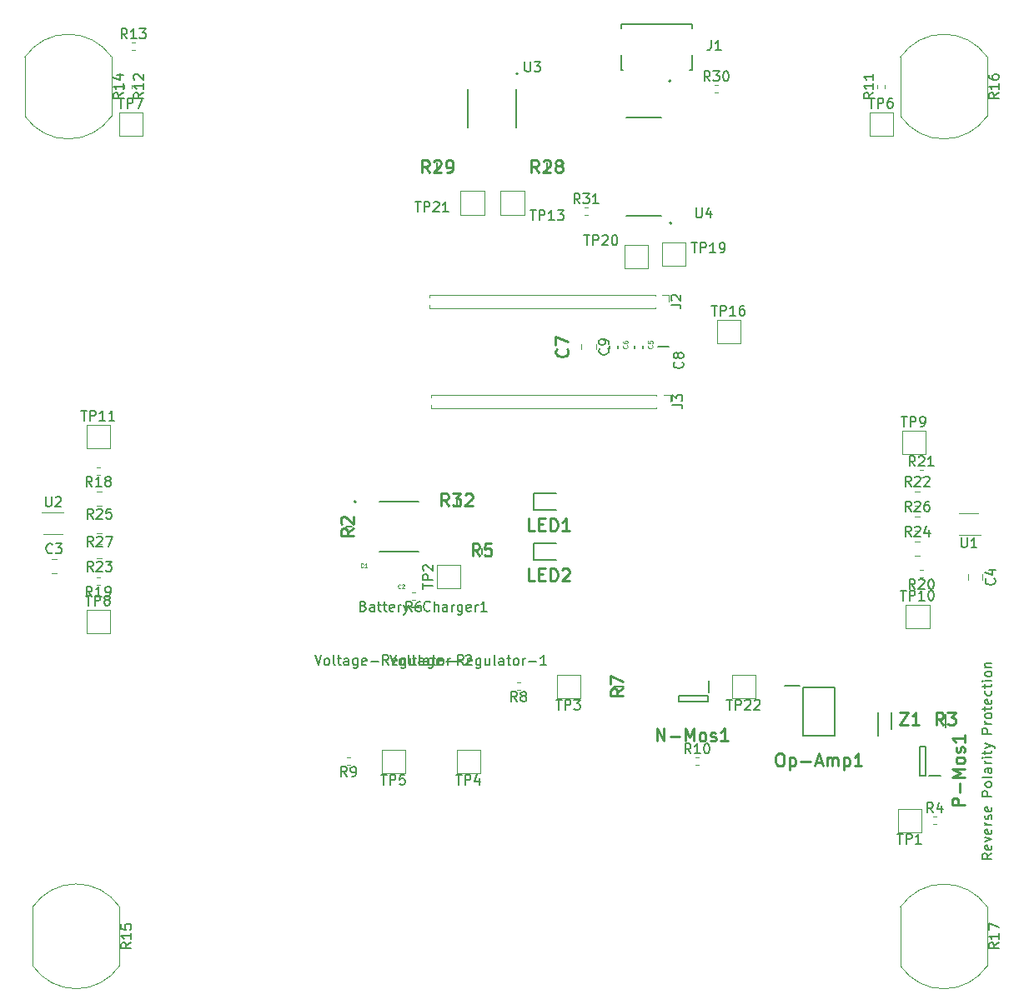
<source format=gbr>
%TF.GenerationSoftware,KiCad,Pcbnew,(7.0.0)*%
%TF.CreationDate,2023-03-21T11:43:52+02:00*%
%TF.ProjectId,EEE3088,45454533-3038-4382-9e6b-696361645f70,rev?*%
%TF.SameCoordinates,Original*%
%TF.FileFunction,Legend,Top*%
%TF.FilePolarity,Positive*%
%FSLAX46Y46*%
G04 Gerber Fmt 4.6, Leading zero omitted, Abs format (unit mm)*
G04 Created by KiCad (PCBNEW (7.0.0)) date 2023-03-21 11:43:52*
%MOMM*%
%LPD*%
G01*
G04 APERTURE LIST*
%ADD10C,0.200000*%
%ADD11C,0.150000*%
%ADD12C,0.254000*%
%ADD13C,0.118517*%
%ADD14C,0.080000*%
%ADD15C,0.098425*%
%ADD16C,0.120000*%
%ADD17C,0.127000*%
G04 APERTURE END LIST*
D10*
X187742380Y-113490476D02*
X187266190Y-113823809D01*
X187742380Y-114061904D02*
X186742380Y-114061904D01*
X186742380Y-114061904D02*
X186742380Y-113680952D01*
X186742380Y-113680952D02*
X186790000Y-113585714D01*
X186790000Y-113585714D02*
X186837619Y-113538095D01*
X186837619Y-113538095D02*
X186932857Y-113490476D01*
X186932857Y-113490476D02*
X187075714Y-113490476D01*
X187075714Y-113490476D02*
X187170952Y-113538095D01*
X187170952Y-113538095D02*
X187218571Y-113585714D01*
X187218571Y-113585714D02*
X187266190Y-113680952D01*
X187266190Y-113680952D02*
X187266190Y-114061904D01*
X187694761Y-112680952D02*
X187742380Y-112776190D01*
X187742380Y-112776190D02*
X187742380Y-112966666D01*
X187742380Y-112966666D02*
X187694761Y-113061904D01*
X187694761Y-113061904D02*
X187599523Y-113109523D01*
X187599523Y-113109523D02*
X187218571Y-113109523D01*
X187218571Y-113109523D02*
X187123333Y-113061904D01*
X187123333Y-113061904D02*
X187075714Y-112966666D01*
X187075714Y-112966666D02*
X187075714Y-112776190D01*
X187075714Y-112776190D02*
X187123333Y-112680952D01*
X187123333Y-112680952D02*
X187218571Y-112633333D01*
X187218571Y-112633333D02*
X187313809Y-112633333D01*
X187313809Y-112633333D02*
X187409047Y-113109523D01*
X187075714Y-112299999D02*
X187742380Y-112061904D01*
X187742380Y-112061904D02*
X187075714Y-111823809D01*
X187694761Y-111061904D02*
X187742380Y-111157142D01*
X187742380Y-111157142D02*
X187742380Y-111347618D01*
X187742380Y-111347618D02*
X187694761Y-111442856D01*
X187694761Y-111442856D02*
X187599523Y-111490475D01*
X187599523Y-111490475D02*
X187218571Y-111490475D01*
X187218571Y-111490475D02*
X187123333Y-111442856D01*
X187123333Y-111442856D02*
X187075714Y-111347618D01*
X187075714Y-111347618D02*
X187075714Y-111157142D01*
X187075714Y-111157142D02*
X187123333Y-111061904D01*
X187123333Y-111061904D02*
X187218571Y-111014285D01*
X187218571Y-111014285D02*
X187313809Y-111014285D01*
X187313809Y-111014285D02*
X187409047Y-111490475D01*
X187742380Y-110585713D02*
X187075714Y-110585713D01*
X187266190Y-110585713D02*
X187170952Y-110538094D01*
X187170952Y-110538094D02*
X187123333Y-110490475D01*
X187123333Y-110490475D02*
X187075714Y-110395237D01*
X187075714Y-110395237D02*
X187075714Y-110299999D01*
X187694761Y-110014284D02*
X187742380Y-109919046D01*
X187742380Y-109919046D02*
X187742380Y-109728570D01*
X187742380Y-109728570D02*
X187694761Y-109633332D01*
X187694761Y-109633332D02*
X187599523Y-109585713D01*
X187599523Y-109585713D02*
X187551904Y-109585713D01*
X187551904Y-109585713D02*
X187456666Y-109633332D01*
X187456666Y-109633332D02*
X187409047Y-109728570D01*
X187409047Y-109728570D02*
X187409047Y-109871427D01*
X187409047Y-109871427D02*
X187361428Y-109966665D01*
X187361428Y-109966665D02*
X187266190Y-110014284D01*
X187266190Y-110014284D02*
X187218571Y-110014284D01*
X187218571Y-110014284D02*
X187123333Y-109966665D01*
X187123333Y-109966665D02*
X187075714Y-109871427D01*
X187075714Y-109871427D02*
X187075714Y-109728570D01*
X187075714Y-109728570D02*
X187123333Y-109633332D01*
X187694761Y-108776189D02*
X187742380Y-108871427D01*
X187742380Y-108871427D02*
X187742380Y-109061903D01*
X187742380Y-109061903D02*
X187694761Y-109157141D01*
X187694761Y-109157141D02*
X187599523Y-109204760D01*
X187599523Y-109204760D02*
X187218571Y-109204760D01*
X187218571Y-109204760D02*
X187123333Y-109157141D01*
X187123333Y-109157141D02*
X187075714Y-109061903D01*
X187075714Y-109061903D02*
X187075714Y-108871427D01*
X187075714Y-108871427D02*
X187123333Y-108776189D01*
X187123333Y-108776189D02*
X187218571Y-108728570D01*
X187218571Y-108728570D02*
X187313809Y-108728570D01*
X187313809Y-108728570D02*
X187409047Y-109204760D01*
X187742380Y-107699998D02*
X186742380Y-107699998D01*
X186742380Y-107699998D02*
X186742380Y-107319046D01*
X186742380Y-107319046D02*
X186790000Y-107223808D01*
X186790000Y-107223808D02*
X186837619Y-107176189D01*
X186837619Y-107176189D02*
X186932857Y-107128570D01*
X186932857Y-107128570D02*
X187075714Y-107128570D01*
X187075714Y-107128570D02*
X187170952Y-107176189D01*
X187170952Y-107176189D02*
X187218571Y-107223808D01*
X187218571Y-107223808D02*
X187266190Y-107319046D01*
X187266190Y-107319046D02*
X187266190Y-107699998D01*
X187742380Y-106557141D02*
X187694761Y-106652379D01*
X187694761Y-106652379D02*
X187647142Y-106699998D01*
X187647142Y-106699998D02*
X187551904Y-106747617D01*
X187551904Y-106747617D02*
X187266190Y-106747617D01*
X187266190Y-106747617D02*
X187170952Y-106699998D01*
X187170952Y-106699998D02*
X187123333Y-106652379D01*
X187123333Y-106652379D02*
X187075714Y-106557141D01*
X187075714Y-106557141D02*
X187075714Y-106414284D01*
X187075714Y-106414284D02*
X187123333Y-106319046D01*
X187123333Y-106319046D02*
X187170952Y-106271427D01*
X187170952Y-106271427D02*
X187266190Y-106223808D01*
X187266190Y-106223808D02*
X187551904Y-106223808D01*
X187551904Y-106223808D02*
X187647142Y-106271427D01*
X187647142Y-106271427D02*
X187694761Y-106319046D01*
X187694761Y-106319046D02*
X187742380Y-106414284D01*
X187742380Y-106414284D02*
X187742380Y-106557141D01*
X187742380Y-105652379D02*
X187694761Y-105747617D01*
X187694761Y-105747617D02*
X187599523Y-105795236D01*
X187599523Y-105795236D02*
X186742380Y-105795236D01*
X187742380Y-104842855D02*
X187218571Y-104842855D01*
X187218571Y-104842855D02*
X187123333Y-104890474D01*
X187123333Y-104890474D02*
X187075714Y-104985712D01*
X187075714Y-104985712D02*
X187075714Y-105176188D01*
X187075714Y-105176188D02*
X187123333Y-105271426D01*
X187694761Y-104842855D02*
X187742380Y-104938093D01*
X187742380Y-104938093D02*
X187742380Y-105176188D01*
X187742380Y-105176188D02*
X187694761Y-105271426D01*
X187694761Y-105271426D02*
X187599523Y-105319045D01*
X187599523Y-105319045D02*
X187504285Y-105319045D01*
X187504285Y-105319045D02*
X187409047Y-105271426D01*
X187409047Y-105271426D02*
X187361428Y-105176188D01*
X187361428Y-105176188D02*
X187361428Y-104938093D01*
X187361428Y-104938093D02*
X187313809Y-104842855D01*
X187742380Y-104366664D02*
X187075714Y-104366664D01*
X187266190Y-104366664D02*
X187170952Y-104319045D01*
X187170952Y-104319045D02*
X187123333Y-104271426D01*
X187123333Y-104271426D02*
X187075714Y-104176188D01*
X187075714Y-104176188D02*
X187075714Y-104080950D01*
X187742380Y-103747616D02*
X187075714Y-103747616D01*
X186742380Y-103747616D02*
X186790000Y-103795235D01*
X186790000Y-103795235D02*
X186837619Y-103747616D01*
X186837619Y-103747616D02*
X186790000Y-103699997D01*
X186790000Y-103699997D02*
X186742380Y-103747616D01*
X186742380Y-103747616D02*
X186837619Y-103747616D01*
X187075714Y-103414283D02*
X187075714Y-103033331D01*
X186742380Y-103271426D02*
X187599523Y-103271426D01*
X187599523Y-103271426D02*
X187694761Y-103223807D01*
X187694761Y-103223807D02*
X187742380Y-103128569D01*
X187742380Y-103128569D02*
X187742380Y-103033331D01*
X187075714Y-102795235D02*
X187742380Y-102557140D01*
X187075714Y-102319045D02*
X187742380Y-102557140D01*
X187742380Y-102557140D02*
X187980476Y-102652378D01*
X187980476Y-102652378D02*
X188028095Y-102699997D01*
X188028095Y-102699997D02*
X188075714Y-102795235D01*
X187742380Y-101338092D02*
X186742380Y-101338092D01*
X186742380Y-101338092D02*
X186742380Y-100957140D01*
X186742380Y-100957140D02*
X186790000Y-100861902D01*
X186790000Y-100861902D02*
X186837619Y-100814283D01*
X186837619Y-100814283D02*
X186932857Y-100766664D01*
X186932857Y-100766664D02*
X187075714Y-100766664D01*
X187075714Y-100766664D02*
X187170952Y-100814283D01*
X187170952Y-100814283D02*
X187218571Y-100861902D01*
X187218571Y-100861902D02*
X187266190Y-100957140D01*
X187266190Y-100957140D02*
X187266190Y-101338092D01*
X187742380Y-100338092D02*
X187075714Y-100338092D01*
X187266190Y-100338092D02*
X187170952Y-100290473D01*
X187170952Y-100290473D02*
X187123333Y-100242854D01*
X187123333Y-100242854D02*
X187075714Y-100147616D01*
X187075714Y-100147616D02*
X187075714Y-100052378D01*
X187742380Y-99576187D02*
X187694761Y-99671425D01*
X187694761Y-99671425D02*
X187647142Y-99719044D01*
X187647142Y-99719044D02*
X187551904Y-99766663D01*
X187551904Y-99766663D02*
X187266190Y-99766663D01*
X187266190Y-99766663D02*
X187170952Y-99719044D01*
X187170952Y-99719044D02*
X187123333Y-99671425D01*
X187123333Y-99671425D02*
X187075714Y-99576187D01*
X187075714Y-99576187D02*
X187075714Y-99433330D01*
X187075714Y-99433330D02*
X187123333Y-99338092D01*
X187123333Y-99338092D02*
X187170952Y-99290473D01*
X187170952Y-99290473D02*
X187266190Y-99242854D01*
X187266190Y-99242854D02*
X187551904Y-99242854D01*
X187551904Y-99242854D02*
X187647142Y-99290473D01*
X187647142Y-99290473D02*
X187694761Y-99338092D01*
X187694761Y-99338092D02*
X187742380Y-99433330D01*
X187742380Y-99433330D02*
X187742380Y-99576187D01*
X187075714Y-98957139D02*
X187075714Y-98576187D01*
X186742380Y-98814282D02*
X187599523Y-98814282D01*
X187599523Y-98814282D02*
X187694761Y-98766663D01*
X187694761Y-98766663D02*
X187742380Y-98671425D01*
X187742380Y-98671425D02*
X187742380Y-98576187D01*
X187694761Y-97861901D02*
X187742380Y-97957139D01*
X187742380Y-97957139D02*
X187742380Y-98147615D01*
X187742380Y-98147615D02*
X187694761Y-98242853D01*
X187694761Y-98242853D02*
X187599523Y-98290472D01*
X187599523Y-98290472D02*
X187218571Y-98290472D01*
X187218571Y-98290472D02*
X187123333Y-98242853D01*
X187123333Y-98242853D02*
X187075714Y-98147615D01*
X187075714Y-98147615D02*
X187075714Y-97957139D01*
X187075714Y-97957139D02*
X187123333Y-97861901D01*
X187123333Y-97861901D02*
X187218571Y-97814282D01*
X187218571Y-97814282D02*
X187313809Y-97814282D01*
X187313809Y-97814282D02*
X187409047Y-98290472D01*
X187694761Y-96957139D02*
X187742380Y-97052377D01*
X187742380Y-97052377D02*
X187742380Y-97242853D01*
X187742380Y-97242853D02*
X187694761Y-97338091D01*
X187694761Y-97338091D02*
X187647142Y-97385710D01*
X187647142Y-97385710D02*
X187551904Y-97433329D01*
X187551904Y-97433329D02*
X187266190Y-97433329D01*
X187266190Y-97433329D02*
X187170952Y-97385710D01*
X187170952Y-97385710D02*
X187123333Y-97338091D01*
X187123333Y-97338091D02*
X187075714Y-97242853D01*
X187075714Y-97242853D02*
X187075714Y-97052377D01*
X187075714Y-97052377D02*
X187123333Y-96957139D01*
X187075714Y-96671424D02*
X187075714Y-96290472D01*
X186742380Y-96528567D02*
X187599523Y-96528567D01*
X187599523Y-96528567D02*
X187694761Y-96480948D01*
X187694761Y-96480948D02*
X187742380Y-96385710D01*
X187742380Y-96385710D02*
X187742380Y-96290472D01*
X187742380Y-95957138D02*
X187075714Y-95957138D01*
X186742380Y-95957138D02*
X186790000Y-96004757D01*
X186790000Y-96004757D02*
X186837619Y-95957138D01*
X186837619Y-95957138D02*
X186790000Y-95909519D01*
X186790000Y-95909519D02*
X186742380Y-95957138D01*
X186742380Y-95957138D02*
X186837619Y-95957138D01*
X187742380Y-95338091D02*
X187694761Y-95433329D01*
X187694761Y-95433329D02*
X187647142Y-95480948D01*
X187647142Y-95480948D02*
X187551904Y-95528567D01*
X187551904Y-95528567D02*
X187266190Y-95528567D01*
X187266190Y-95528567D02*
X187170952Y-95480948D01*
X187170952Y-95480948D02*
X187123333Y-95433329D01*
X187123333Y-95433329D02*
X187075714Y-95338091D01*
X187075714Y-95338091D02*
X187075714Y-95195234D01*
X187075714Y-95195234D02*
X187123333Y-95099996D01*
X187123333Y-95099996D02*
X187170952Y-95052377D01*
X187170952Y-95052377D02*
X187266190Y-95004758D01*
X187266190Y-95004758D02*
X187551904Y-95004758D01*
X187551904Y-95004758D02*
X187647142Y-95052377D01*
X187647142Y-95052377D02*
X187694761Y-95099996D01*
X187694761Y-95099996D02*
X187742380Y-95195234D01*
X187742380Y-95195234D02*
X187742380Y-95338091D01*
X187075714Y-94576186D02*
X187742380Y-94576186D01*
X187170952Y-94576186D02*
X187123333Y-94528567D01*
X187123333Y-94528567D02*
X187075714Y-94433329D01*
X187075714Y-94433329D02*
X187075714Y-94290472D01*
X187075714Y-94290472D02*
X187123333Y-94195234D01*
X187123333Y-94195234D02*
X187218571Y-94147615D01*
X187218571Y-94147615D02*
X187742380Y-94147615D01*
D11*
%TO.C,U1*%
X184658095Y-81402380D02*
X184658095Y-82211904D01*
X184658095Y-82211904D02*
X184705714Y-82307142D01*
X184705714Y-82307142D02*
X184753333Y-82354761D01*
X184753333Y-82354761D02*
X184848571Y-82402380D01*
X184848571Y-82402380D02*
X185039047Y-82402380D01*
X185039047Y-82402380D02*
X185134285Y-82354761D01*
X185134285Y-82354761D02*
X185181904Y-82307142D01*
X185181904Y-82307142D02*
X185229523Y-82211904D01*
X185229523Y-82211904D02*
X185229523Y-81402380D01*
X186229523Y-82402380D02*
X185658095Y-82402380D01*
X185943809Y-82402380D02*
X185943809Y-81402380D01*
X185943809Y-81402380D02*
X185848571Y-81545238D01*
X185848571Y-81545238D02*
X185753333Y-81640476D01*
X185753333Y-81640476D02*
X185658095Y-81688095D01*
%TO.C,R30*%
X159121142Y-35011380D02*
X158787809Y-34535190D01*
X158549714Y-35011380D02*
X158549714Y-34011380D01*
X158549714Y-34011380D02*
X158930666Y-34011380D01*
X158930666Y-34011380D02*
X159025904Y-34059000D01*
X159025904Y-34059000D02*
X159073523Y-34106619D01*
X159073523Y-34106619D02*
X159121142Y-34201857D01*
X159121142Y-34201857D02*
X159121142Y-34344714D01*
X159121142Y-34344714D02*
X159073523Y-34439952D01*
X159073523Y-34439952D02*
X159025904Y-34487571D01*
X159025904Y-34487571D02*
X158930666Y-34535190D01*
X158930666Y-34535190D02*
X158549714Y-34535190D01*
X159454476Y-34011380D02*
X160073523Y-34011380D01*
X160073523Y-34011380D02*
X159740190Y-34392333D01*
X159740190Y-34392333D02*
X159883047Y-34392333D01*
X159883047Y-34392333D02*
X159978285Y-34439952D01*
X159978285Y-34439952D02*
X160025904Y-34487571D01*
X160025904Y-34487571D02*
X160073523Y-34582809D01*
X160073523Y-34582809D02*
X160073523Y-34820904D01*
X160073523Y-34820904D02*
X160025904Y-34916142D01*
X160025904Y-34916142D02*
X159978285Y-34963761D01*
X159978285Y-34963761D02*
X159883047Y-35011380D01*
X159883047Y-35011380D02*
X159597333Y-35011380D01*
X159597333Y-35011380D02*
X159502095Y-34963761D01*
X159502095Y-34963761D02*
X159454476Y-34916142D01*
X160692571Y-34011380D02*
X160787809Y-34011380D01*
X160787809Y-34011380D02*
X160883047Y-34059000D01*
X160883047Y-34059000D02*
X160930666Y-34106619D01*
X160930666Y-34106619D02*
X160978285Y-34201857D01*
X160978285Y-34201857D02*
X161025904Y-34392333D01*
X161025904Y-34392333D02*
X161025904Y-34630428D01*
X161025904Y-34630428D02*
X160978285Y-34820904D01*
X160978285Y-34820904D02*
X160930666Y-34916142D01*
X160930666Y-34916142D02*
X160883047Y-34963761D01*
X160883047Y-34963761D02*
X160787809Y-35011380D01*
X160787809Y-35011380D02*
X160692571Y-35011380D01*
X160692571Y-35011380D02*
X160597333Y-34963761D01*
X160597333Y-34963761D02*
X160549714Y-34916142D01*
X160549714Y-34916142D02*
X160502095Y-34820904D01*
X160502095Y-34820904D02*
X160454476Y-34630428D01*
X160454476Y-34630428D02*
X160454476Y-34392333D01*
X160454476Y-34392333D02*
X160502095Y-34201857D01*
X160502095Y-34201857D02*
X160549714Y-34106619D01*
X160549714Y-34106619D02*
X160597333Y-34059000D01*
X160597333Y-34059000D02*
X160692571Y-34011380D01*
%TO.C,TP22*%
X160821905Y-97885380D02*
X161393333Y-97885380D01*
X161107619Y-98885380D02*
X161107619Y-97885380D01*
X161726667Y-98885380D02*
X161726667Y-97885380D01*
X161726667Y-97885380D02*
X162107619Y-97885380D01*
X162107619Y-97885380D02*
X162202857Y-97933000D01*
X162202857Y-97933000D02*
X162250476Y-97980619D01*
X162250476Y-97980619D02*
X162298095Y-98075857D01*
X162298095Y-98075857D02*
X162298095Y-98218714D01*
X162298095Y-98218714D02*
X162250476Y-98313952D01*
X162250476Y-98313952D02*
X162202857Y-98361571D01*
X162202857Y-98361571D02*
X162107619Y-98409190D01*
X162107619Y-98409190D02*
X161726667Y-98409190D01*
X162679048Y-97980619D02*
X162726667Y-97933000D01*
X162726667Y-97933000D02*
X162821905Y-97885380D01*
X162821905Y-97885380D02*
X163060000Y-97885380D01*
X163060000Y-97885380D02*
X163155238Y-97933000D01*
X163155238Y-97933000D02*
X163202857Y-97980619D01*
X163202857Y-97980619D02*
X163250476Y-98075857D01*
X163250476Y-98075857D02*
X163250476Y-98171095D01*
X163250476Y-98171095D02*
X163202857Y-98313952D01*
X163202857Y-98313952D02*
X162631429Y-98885380D01*
X162631429Y-98885380D02*
X163250476Y-98885380D01*
X163631429Y-97980619D02*
X163679048Y-97933000D01*
X163679048Y-97933000D02*
X163774286Y-97885380D01*
X163774286Y-97885380D02*
X164012381Y-97885380D01*
X164012381Y-97885380D02*
X164107619Y-97933000D01*
X164107619Y-97933000D02*
X164155238Y-97980619D01*
X164155238Y-97980619D02*
X164202857Y-98075857D01*
X164202857Y-98075857D02*
X164202857Y-98171095D01*
X164202857Y-98171095D02*
X164155238Y-98313952D01*
X164155238Y-98313952D02*
X163583810Y-98885380D01*
X163583810Y-98885380D02*
X164202857Y-98885380D01*
%TO.C,C9*%
X148764142Y-62190666D02*
X148811761Y-62238285D01*
X148811761Y-62238285D02*
X148859380Y-62381142D01*
X148859380Y-62381142D02*
X148859380Y-62476380D01*
X148859380Y-62476380D02*
X148811761Y-62619237D01*
X148811761Y-62619237D02*
X148716523Y-62714475D01*
X148716523Y-62714475D02*
X148621285Y-62762094D01*
X148621285Y-62762094D02*
X148430809Y-62809713D01*
X148430809Y-62809713D02*
X148287952Y-62809713D01*
X148287952Y-62809713D02*
X148097476Y-62762094D01*
X148097476Y-62762094D02*
X148002238Y-62714475D01*
X148002238Y-62714475D02*
X147907000Y-62619237D01*
X147907000Y-62619237D02*
X147859380Y-62476380D01*
X147859380Y-62476380D02*
X147859380Y-62381142D01*
X147859380Y-62381142D02*
X147907000Y-62238285D01*
X147907000Y-62238285D02*
X147954619Y-62190666D01*
X148859380Y-61714475D02*
X148859380Y-61523999D01*
X148859380Y-61523999D02*
X148811761Y-61428761D01*
X148811761Y-61428761D02*
X148764142Y-61381142D01*
X148764142Y-61381142D02*
X148621285Y-61285904D01*
X148621285Y-61285904D02*
X148430809Y-61238285D01*
X148430809Y-61238285D02*
X148049857Y-61238285D01*
X148049857Y-61238285D02*
X147954619Y-61285904D01*
X147954619Y-61285904D02*
X147907000Y-61333523D01*
X147907000Y-61333523D02*
X147859380Y-61428761D01*
X147859380Y-61428761D02*
X147859380Y-61619237D01*
X147859380Y-61619237D02*
X147907000Y-61714475D01*
X147907000Y-61714475D02*
X147954619Y-61762094D01*
X147954619Y-61762094D02*
X148049857Y-61809713D01*
X148049857Y-61809713D02*
X148287952Y-61809713D01*
X148287952Y-61809713D02*
X148383190Y-61762094D01*
X148383190Y-61762094D02*
X148430809Y-61714475D01*
X148430809Y-61714475D02*
X148478428Y-61619237D01*
X148478428Y-61619237D02*
X148478428Y-61428761D01*
X148478428Y-61428761D02*
X148430809Y-61333523D01*
X148430809Y-61333523D02*
X148383190Y-61285904D01*
X148383190Y-61285904D02*
X148287952Y-61238285D01*
%TO.C,TP19*%
X157265905Y-51437380D02*
X157837333Y-51437380D01*
X157551619Y-52437380D02*
X157551619Y-51437380D01*
X158170667Y-52437380D02*
X158170667Y-51437380D01*
X158170667Y-51437380D02*
X158551619Y-51437380D01*
X158551619Y-51437380D02*
X158646857Y-51485000D01*
X158646857Y-51485000D02*
X158694476Y-51532619D01*
X158694476Y-51532619D02*
X158742095Y-51627857D01*
X158742095Y-51627857D02*
X158742095Y-51770714D01*
X158742095Y-51770714D02*
X158694476Y-51865952D01*
X158694476Y-51865952D02*
X158646857Y-51913571D01*
X158646857Y-51913571D02*
X158551619Y-51961190D01*
X158551619Y-51961190D02*
X158170667Y-51961190D01*
X159694476Y-52437380D02*
X159123048Y-52437380D01*
X159408762Y-52437380D02*
X159408762Y-51437380D01*
X159408762Y-51437380D02*
X159313524Y-51580238D01*
X159313524Y-51580238D02*
X159218286Y-51675476D01*
X159218286Y-51675476D02*
X159123048Y-51723095D01*
X160170667Y-52437380D02*
X160361143Y-52437380D01*
X160361143Y-52437380D02*
X160456381Y-52389761D01*
X160456381Y-52389761D02*
X160504000Y-52342142D01*
X160504000Y-52342142D02*
X160599238Y-52199285D01*
X160599238Y-52199285D02*
X160646857Y-52008809D01*
X160646857Y-52008809D02*
X160646857Y-51627857D01*
X160646857Y-51627857D02*
X160599238Y-51532619D01*
X160599238Y-51532619D02*
X160551619Y-51485000D01*
X160551619Y-51485000D02*
X160456381Y-51437380D01*
X160456381Y-51437380D02*
X160265905Y-51437380D01*
X160265905Y-51437380D02*
X160170667Y-51485000D01*
X160170667Y-51485000D02*
X160123048Y-51532619D01*
X160123048Y-51532619D02*
X160075429Y-51627857D01*
X160075429Y-51627857D02*
X160075429Y-51865952D01*
X160075429Y-51865952D02*
X160123048Y-51961190D01*
X160123048Y-51961190D02*
X160170667Y-52008809D01*
X160170667Y-52008809D02*
X160265905Y-52056428D01*
X160265905Y-52056428D02*
X160456381Y-52056428D01*
X160456381Y-52056428D02*
X160551619Y-52008809D01*
X160551619Y-52008809D02*
X160599238Y-51961190D01*
X160599238Y-51961190D02*
X160646857Y-51865952D01*
%TO.C,TP2*%
X129983380Y-86605904D02*
X129983380Y-86034476D01*
X130983380Y-86320190D02*
X129983380Y-86320190D01*
X130983380Y-85701142D02*
X129983380Y-85701142D01*
X129983380Y-85701142D02*
X129983380Y-85320190D01*
X129983380Y-85320190D02*
X130031000Y-85224952D01*
X130031000Y-85224952D02*
X130078619Y-85177333D01*
X130078619Y-85177333D02*
X130173857Y-85129714D01*
X130173857Y-85129714D02*
X130316714Y-85129714D01*
X130316714Y-85129714D02*
X130411952Y-85177333D01*
X130411952Y-85177333D02*
X130459571Y-85224952D01*
X130459571Y-85224952D02*
X130507190Y-85320190D01*
X130507190Y-85320190D02*
X130507190Y-85701142D01*
X130078619Y-84748761D02*
X130031000Y-84701142D01*
X130031000Y-84701142D02*
X129983380Y-84605904D01*
X129983380Y-84605904D02*
X129983380Y-84367809D01*
X129983380Y-84367809D02*
X130031000Y-84272571D01*
X130031000Y-84272571D02*
X130078619Y-84224952D01*
X130078619Y-84224952D02*
X130173857Y-84177333D01*
X130173857Y-84177333D02*
X130269095Y-84177333D01*
X130269095Y-84177333D02*
X130411952Y-84224952D01*
X130411952Y-84224952D02*
X130983380Y-84796380D01*
X130983380Y-84796380D02*
X130983380Y-84177333D01*
D12*
%TO.C,N-Mos1*%
X153751904Y-102066573D02*
X153751904Y-100796573D01*
X153751904Y-100796573D02*
X154477619Y-102066573D01*
X154477619Y-102066573D02*
X154477619Y-100796573D01*
X155082380Y-101582764D02*
X156050000Y-101582764D01*
X156654761Y-102066573D02*
X156654761Y-100796573D01*
X156654761Y-100796573D02*
X157078095Y-101703716D01*
X157078095Y-101703716D02*
X157501428Y-100796573D01*
X157501428Y-100796573D02*
X157501428Y-102066573D01*
X158287619Y-102066573D02*
X158166667Y-102006097D01*
X158166667Y-102006097D02*
X158106190Y-101945621D01*
X158106190Y-101945621D02*
X158045714Y-101824669D01*
X158045714Y-101824669D02*
X158045714Y-101461811D01*
X158045714Y-101461811D02*
X158106190Y-101340859D01*
X158106190Y-101340859D02*
X158166667Y-101280383D01*
X158166667Y-101280383D02*
X158287619Y-101219907D01*
X158287619Y-101219907D02*
X158469048Y-101219907D01*
X158469048Y-101219907D02*
X158590000Y-101280383D01*
X158590000Y-101280383D02*
X158650476Y-101340859D01*
X158650476Y-101340859D02*
X158710952Y-101461811D01*
X158710952Y-101461811D02*
X158710952Y-101824669D01*
X158710952Y-101824669D02*
X158650476Y-101945621D01*
X158650476Y-101945621D02*
X158590000Y-102006097D01*
X158590000Y-102006097D02*
X158469048Y-102066573D01*
X158469048Y-102066573D02*
X158287619Y-102066573D01*
X159194762Y-102006097D02*
X159315715Y-102066573D01*
X159315715Y-102066573D02*
X159557619Y-102066573D01*
X159557619Y-102066573D02*
X159678572Y-102006097D01*
X159678572Y-102006097D02*
X159739048Y-101885145D01*
X159739048Y-101885145D02*
X159739048Y-101824669D01*
X159739048Y-101824669D02*
X159678572Y-101703716D01*
X159678572Y-101703716D02*
X159557619Y-101643240D01*
X159557619Y-101643240D02*
X159376191Y-101643240D01*
X159376191Y-101643240D02*
X159255238Y-101582764D01*
X159255238Y-101582764D02*
X159194762Y-101461811D01*
X159194762Y-101461811D02*
X159194762Y-101401335D01*
X159194762Y-101401335D02*
X159255238Y-101280383D01*
X159255238Y-101280383D02*
X159376191Y-101219907D01*
X159376191Y-101219907D02*
X159557619Y-101219907D01*
X159557619Y-101219907D02*
X159678572Y-101280383D01*
X160948572Y-102066573D02*
X160222857Y-102066573D01*
X160585714Y-102066573D02*
X160585714Y-100796573D01*
X160585714Y-100796573D02*
X160464762Y-100978002D01*
X160464762Y-100978002D02*
X160343810Y-101098954D01*
X160343810Y-101098954D02*
X160222857Y-101159430D01*
D11*
%TO.C,TP1*%
X178153095Y-111510380D02*
X178724523Y-111510380D01*
X178438809Y-112510380D02*
X178438809Y-111510380D01*
X179057857Y-112510380D02*
X179057857Y-111510380D01*
X179057857Y-111510380D02*
X179438809Y-111510380D01*
X179438809Y-111510380D02*
X179534047Y-111558000D01*
X179534047Y-111558000D02*
X179581666Y-111605619D01*
X179581666Y-111605619D02*
X179629285Y-111700857D01*
X179629285Y-111700857D02*
X179629285Y-111843714D01*
X179629285Y-111843714D02*
X179581666Y-111938952D01*
X179581666Y-111938952D02*
X179534047Y-111986571D01*
X179534047Y-111986571D02*
X179438809Y-112034190D01*
X179438809Y-112034190D02*
X179057857Y-112034190D01*
X180581666Y-112510380D02*
X180010238Y-112510380D01*
X180295952Y-112510380D02*
X180295952Y-111510380D01*
X180295952Y-111510380D02*
X180200714Y-111653238D01*
X180200714Y-111653238D02*
X180105476Y-111748476D01*
X180105476Y-111748476D02*
X180010238Y-111796095D01*
%TO.C,R20*%
X179949142Y-86627380D02*
X179615809Y-86151190D01*
X179377714Y-86627380D02*
X179377714Y-85627380D01*
X179377714Y-85627380D02*
X179758666Y-85627380D01*
X179758666Y-85627380D02*
X179853904Y-85675000D01*
X179853904Y-85675000D02*
X179901523Y-85722619D01*
X179901523Y-85722619D02*
X179949142Y-85817857D01*
X179949142Y-85817857D02*
X179949142Y-85960714D01*
X179949142Y-85960714D02*
X179901523Y-86055952D01*
X179901523Y-86055952D02*
X179853904Y-86103571D01*
X179853904Y-86103571D02*
X179758666Y-86151190D01*
X179758666Y-86151190D02*
X179377714Y-86151190D01*
X180330095Y-85722619D02*
X180377714Y-85675000D01*
X180377714Y-85675000D02*
X180472952Y-85627380D01*
X180472952Y-85627380D02*
X180711047Y-85627380D01*
X180711047Y-85627380D02*
X180806285Y-85675000D01*
X180806285Y-85675000D02*
X180853904Y-85722619D01*
X180853904Y-85722619D02*
X180901523Y-85817857D01*
X180901523Y-85817857D02*
X180901523Y-85913095D01*
X180901523Y-85913095D02*
X180853904Y-86055952D01*
X180853904Y-86055952D02*
X180282476Y-86627380D01*
X180282476Y-86627380D02*
X180901523Y-86627380D01*
X181520571Y-85627380D02*
X181615809Y-85627380D01*
X181615809Y-85627380D02*
X181711047Y-85675000D01*
X181711047Y-85675000D02*
X181758666Y-85722619D01*
X181758666Y-85722619D02*
X181806285Y-85817857D01*
X181806285Y-85817857D02*
X181853904Y-86008333D01*
X181853904Y-86008333D02*
X181853904Y-86246428D01*
X181853904Y-86246428D02*
X181806285Y-86436904D01*
X181806285Y-86436904D02*
X181758666Y-86532142D01*
X181758666Y-86532142D02*
X181711047Y-86579761D01*
X181711047Y-86579761D02*
X181615809Y-86627380D01*
X181615809Y-86627380D02*
X181520571Y-86627380D01*
X181520571Y-86627380D02*
X181425333Y-86579761D01*
X181425333Y-86579761D02*
X181377714Y-86532142D01*
X181377714Y-86532142D02*
X181330095Y-86436904D01*
X181330095Y-86436904D02*
X181282476Y-86246428D01*
X181282476Y-86246428D02*
X181282476Y-86008333D01*
X181282476Y-86008333D02*
X181330095Y-85817857D01*
X181330095Y-85817857D02*
X181377714Y-85722619D01*
X181377714Y-85722619D02*
X181425333Y-85675000D01*
X181425333Y-85675000D02*
X181520571Y-85627380D01*
%TO.C,TP9*%
X178570095Y-69124380D02*
X179141523Y-69124380D01*
X178855809Y-70124380D02*
X178855809Y-69124380D01*
X179474857Y-70124380D02*
X179474857Y-69124380D01*
X179474857Y-69124380D02*
X179855809Y-69124380D01*
X179855809Y-69124380D02*
X179951047Y-69172000D01*
X179951047Y-69172000D02*
X179998666Y-69219619D01*
X179998666Y-69219619D02*
X180046285Y-69314857D01*
X180046285Y-69314857D02*
X180046285Y-69457714D01*
X180046285Y-69457714D02*
X179998666Y-69552952D01*
X179998666Y-69552952D02*
X179951047Y-69600571D01*
X179951047Y-69600571D02*
X179855809Y-69648190D01*
X179855809Y-69648190D02*
X179474857Y-69648190D01*
X180522476Y-70124380D02*
X180712952Y-70124380D01*
X180712952Y-70124380D02*
X180808190Y-70076761D01*
X180808190Y-70076761D02*
X180855809Y-70029142D01*
X180855809Y-70029142D02*
X180951047Y-69886285D01*
X180951047Y-69886285D02*
X180998666Y-69695809D01*
X180998666Y-69695809D02*
X180998666Y-69314857D01*
X180998666Y-69314857D02*
X180951047Y-69219619D01*
X180951047Y-69219619D02*
X180903428Y-69172000D01*
X180903428Y-69172000D02*
X180808190Y-69124380D01*
X180808190Y-69124380D02*
X180617714Y-69124380D01*
X180617714Y-69124380D02*
X180522476Y-69172000D01*
X180522476Y-69172000D02*
X180474857Y-69219619D01*
X180474857Y-69219619D02*
X180427238Y-69314857D01*
X180427238Y-69314857D02*
X180427238Y-69552952D01*
X180427238Y-69552952D02*
X180474857Y-69648190D01*
X180474857Y-69648190D02*
X180522476Y-69695809D01*
X180522476Y-69695809D02*
X180617714Y-69743428D01*
X180617714Y-69743428D02*
X180808190Y-69743428D01*
X180808190Y-69743428D02*
X180903428Y-69695809D01*
X180903428Y-69695809D02*
X180951047Y-69648190D01*
X180951047Y-69648190D02*
X180998666Y-69552952D01*
%TO.C,TP13*%
X140882905Y-48135380D02*
X141454333Y-48135380D01*
X141168619Y-49135380D02*
X141168619Y-48135380D01*
X141787667Y-49135380D02*
X141787667Y-48135380D01*
X141787667Y-48135380D02*
X142168619Y-48135380D01*
X142168619Y-48135380D02*
X142263857Y-48183000D01*
X142263857Y-48183000D02*
X142311476Y-48230619D01*
X142311476Y-48230619D02*
X142359095Y-48325857D01*
X142359095Y-48325857D02*
X142359095Y-48468714D01*
X142359095Y-48468714D02*
X142311476Y-48563952D01*
X142311476Y-48563952D02*
X142263857Y-48611571D01*
X142263857Y-48611571D02*
X142168619Y-48659190D01*
X142168619Y-48659190D02*
X141787667Y-48659190D01*
X143311476Y-49135380D02*
X142740048Y-49135380D01*
X143025762Y-49135380D02*
X143025762Y-48135380D01*
X143025762Y-48135380D02*
X142930524Y-48278238D01*
X142930524Y-48278238D02*
X142835286Y-48373476D01*
X142835286Y-48373476D02*
X142740048Y-48421095D01*
X143644810Y-48135380D02*
X144263857Y-48135380D01*
X144263857Y-48135380D02*
X143930524Y-48516333D01*
X143930524Y-48516333D02*
X144073381Y-48516333D01*
X144073381Y-48516333D02*
X144168619Y-48563952D01*
X144168619Y-48563952D02*
X144216238Y-48611571D01*
X144216238Y-48611571D02*
X144263857Y-48706809D01*
X144263857Y-48706809D02*
X144263857Y-48944904D01*
X144263857Y-48944904D02*
X144216238Y-49040142D01*
X144216238Y-49040142D02*
X144168619Y-49087761D01*
X144168619Y-49087761D02*
X144073381Y-49135380D01*
X144073381Y-49135380D02*
X143787667Y-49135380D01*
X143787667Y-49135380D02*
X143692429Y-49087761D01*
X143692429Y-49087761D02*
X143644810Y-49040142D01*
%TO.C,R8*%
X139533333Y-98057380D02*
X139200000Y-97581190D01*
X138961905Y-98057380D02*
X138961905Y-97057380D01*
X138961905Y-97057380D02*
X139342857Y-97057380D01*
X139342857Y-97057380D02*
X139438095Y-97105000D01*
X139438095Y-97105000D02*
X139485714Y-97152619D01*
X139485714Y-97152619D02*
X139533333Y-97247857D01*
X139533333Y-97247857D02*
X139533333Y-97390714D01*
X139533333Y-97390714D02*
X139485714Y-97485952D01*
X139485714Y-97485952D02*
X139438095Y-97533571D01*
X139438095Y-97533571D02*
X139342857Y-97581190D01*
X139342857Y-97581190D02*
X138961905Y-97581190D01*
X140104762Y-97485952D02*
X140009524Y-97438333D01*
X140009524Y-97438333D02*
X139961905Y-97390714D01*
X139961905Y-97390714D02*
X139914286Y-97295476D01*
X139914286Y-97295476D02*
X139914286Y-97247857D01*
X139914286Y-97247857D02*
X139961905Y-97152619D01*
X139961905Y-97152619D02*
X140009524Y-97105000D01*
X140009524Y-97105000D02*
X140104762Y-97057380D01*
X140104762Y-97057380D02*
X140295238Y-97057380D01*
X140295238Y-97057380D02*
X140390476Y-97105000D01*
X140390476Y-97105000D02*
X140438095Y-97152619D01*
X140438095Y-97152619D02*
X140485714Y-97247857D01*
X140485714Y-97247857D02*
X140485714Y-97295476D01*
X140485714Y-97295476D02*
X140438095Y-97390714D01*
X140438095Y-97390714D02*
X140390476Y-97438333D01*
X140390476Y-97438333D02*
X140295238Y-97485952D01*
X140295238Y-97485952D02*
X140104762Y-97485952D01*
X140104762Y-97485952D02*
X140009524Y-97533571D01*
X140009524Y-97533571D02*
X139961905Y-97581190D01*
X139961905Y-97581190D02*
X139914286Y-97676428D01*
X139914286Y-97676428D02*
X139914286Y-97866904D01*
X139914286Y-97866904D02*
X139961905Y-97962142D01*
X139961905Y-97962142D02*
X140009524Y-98009761D01*
X140009524Y-98009761D02*
X140104762Y-98057380D01*
X140104762Y-98057380D02*
X140295238Y-98057380D01*
X140295238Y-98057380D02*
X140390476Y-98009761D01*
X140390476Y-98009761D02*
X140438095Y-97962142D01*
X140438095Y-97962142D02*
X140485714Y-97866904D01*
X140485714Y-97866904D02*
X140485714Y-97676428D01*
X140485714Y-97676428D02*
X140438095Y-97581190D01*
X140438095Y-97581190D02*
X140390476Y-97533571D01*
X140390476Y-97533571D02*
X140295238Y-97485952D01*
%TO.C,R24*%
X179546642Y-81267380D02*
X179213309Y-80791190D01*
X178975214Y-81267380D02*
X178975214Y-80267380D01*
X178975214Y-80267380D02*
X179356166Y-80267380D01*
X179356166Y-80267380D02*
X179451404Y-80315000D01*
X179451404Y-80315000D02*
X179499023Y-80362619D01*
X179499023Y-80362619D02*
X179546642Y-80457857D01*
X179546642Y-80457857D02*
X179546642Y-80600714D01*
X179546642Y-80600714D02*
X179499023Y-80695952D01*
X179499023Y-80695952D02*
X179451404Y-80743571D01*
X179451404Y-80743571D02*
X179356166Y-80791190D01*
X179356166Y-80791190D02*
X178975214Y-80791190D01*
X179927595Y-80362619D02*
X179975214Y-80315000D01*
X179975214Y-80315000D02*
X180070452Y-80267380D01*
X180070452Y-80267380D02*
X180308547Y-80267380D01*
X180308547Y-80267380D02*
X180403785Y-80315000D01*
X180403785Y-80315000D02*
X180451404Y-80362619D01*
X180451404Y-80362619D02*
X180499023Y-80457857D01*
X180499023Y-80457857D02*
X180499023Y-80553095D01*
X180499023Y-80553095D02*
X180451404Y-80695952D01*
X180451404Y-80695952D02*
X179879976Y-81267380D01*
X179879976Y-81267380D02*
X180499023Y-81267380D01*
X181356166Y-80600714D02*
X181356166Y-81267380D01*
X181118071Y-80219761D02*
X180879976Y-80934047D01*
X180879976Y-80934047D02*
X181499023Y-80934047D01*
%TO.C,TP20*%
X146343905Y-50675380D02*
X146915333Y-50675380D01*
X146629619Y-51675380D02*
X146629619Y-50675380D01*
X147248667Y-51675380D02*
X147248667Y-50675380D01*
X147248667Y-50675380D02*
X147629619Y-50675380D01*
X147629619Y-50675380D02*
X147724857Y-50723000D01*
X147724857Y-50723000D02*
X147772476Y-50770619D01*
X147772476Y-50770619D02*
X147820095Y-50865857D01*
X147820095Y-50865857D02*
X147820095Y-51008714D01*
X147820095Y-51008714D02*
X147772476Y-51103952D01*
X147772476Y-51103952D02*
X147724857Y-51151571D01*
X147724857Y-51151571D02*
X147629619Y-51199190D01*
X147629619Y-51199190D02*
X147248667Y-51199190D01*
X148201048Y-50770619D02*
X148248667Y-50723000D01*
X148248667Y-50723000D02*
X148343905Y-50675380D01*
X148343905Y-50675380D02*
X148582000Y-50675380D01*
X148582000Y-50675380D02*
X148677238Y-50723000D01*
X148677238Y-50723000D02*
X148724857Y-50770619D01*
X148724857Y-50770619D02*
X148772476Y-50865857D01*
X148772476Y-50865857D02*
X148772476Y-50961095D01*
X148772476Y-50961095D02*
X148724857Y-51103952D01*
X148724857Y-51103952D02*
X148153429Y-51675380D01*
X148153429Y-51675380D02*
X148772476Y-51675380D01*
X149391524Y-50675380D02*
X149486762Y-50675380D01*
X149486762Y-50675380D02*
X149582000Y-50723000D01*
X149582000Y-50723000D02*
X149629619Y-50770619D01*
X149629619Y-50770619D02*
X149677238Y-50865857D01*
X149677238Y-50865857D02*
X149724857Y-51056333D01*
X149724857Y-51056333D02*
X149724857Y-51294428D01*
X149724857Y-51294428D02*
X149677238Y-51484904D01*
X149677238Y-51484904D02*
X149629619Y-51580142D01*
X149629619Y-51580142D02*
X149582000Y-51627761D01*
X149582000Y-51627761D02*
X149486762Y-51675380D01*
X149486762Y-51675380D02*
X149391524Y-51675380D01*
X149391524Y-51675380D02*
X149296286Y-51627761D01*
X149296286Y-51627761D02*
X149248667Y-51580142D01*
X149248667Y-51580142D02*
X149201048Y-51484904D01*
X149201048Y-51484904D02*
X149153429Y-51294428D01*
X149153429Y-51294428D02*
X149153429Y-51056333D01*
X149153429Y-51056333D02*
X149201048Y-50865857D01*
X149201048Y-50865857D02*
X149248667Y-50770619D01*
X149248667Y-50770619D02*
X149296286Y-50723000D01*
X149296286Y-50723000D02*
X149391524Y-50675380D01*
D13*
%TO.C,C5*%
X153260267Y-61867202D02*
X153282841Y-61889777D01*
X153282841Y-61889777D02*
X153305416Y-61957500D01*
X153305416Y-61957500D02*
X153305416Y-62002650D01*
X153305416Y-62002650D02*
X153282841Y-62070374D01*
X153282841Y-62070374D02*
X153237692Y-62115523D01*
X153237692Y-62115523D02*
X153192543Y-62138097D01*
X153192543Y-62138097D02*
X153102244Y-62160672D01*
X153102244Y-62160672D02*
X153034520Y-62160672D01*
X153034520Y-62160672D02*
X152944222Y-62138097D01*
X152944222Y-62138097D02*
X152899073Y-62115523D01*
X152899073Y-62115523D02*
X152853924Y-62070374D01*
X152853924Y-62070374D02*
X152831349Y-62002650D01*
X152831349Y-62002650D02*
X152831349Y-61957500D01*
X152831349Y-61957500D02*
X152853924Y-61889777D01*
X152853924Y-61889777D02*
X152876498Y-61867202D01*
X152831349Y-61438284D02*
X152831349Y-61664030D01*
X152831349Y-61664030D02*
X153057095Y-61686605D01*
X153057095Y-61686605D02*
X153034520Y-61664030D01*
X153034520Y-61664030D02*
X153011946Y-61618881D01*
X153011946Y-61618881D02*
X153011946Y-61506008D01*
X153011946Y-61506008D02*
X153034520Y-61460859D01*
X153034520Y-61460859D02*
X153057095Y-61438284D01*
X153057095Y-61438284D02*
X153102244Y-61415710D01*
X153102244Y-61415710D02*
X153215117Y-61415710D01*
X153215117Y-61415710D02*
X153260267Y-61438284D01*
X153260267Y-61438284D02*
X153282841Y-61460859D01*
X153282841Y-61460859D02*
X153305416Y-61506008D01*
X153305416Y-61506008D02*
X153305416Y-61618881D01*
X153305416Y-61618881D02*
X153282841Y-61664030D01*
X153282841Y-61664030D02*
X153260267Y-61686605D01*
D11*
%TO.C,TP6*%
X175268095Y-36739380D02*
X175839523Y-36739380D01*
X175553809Y-37739380D02*
X175553809Y-36739380D01*
X176172857Y-37739380D02*
X176172857Y-36739380D01*
X176172857Y-36739380D02*
X176553809Y-36739380D01*
X176553809Y-36739380D02*
X176649047Y-36787000D01*
X176649047Y-36787000D02*
X176696666Y-36834619D01*
X176696666Y-36834619D02*
X176744285Y-36929857D01*
X176744285Y-36929857D02*
X176744285Y-37072714D01*
X176744285Y-37072714D02*
X176696666Y-37167952D01*
X176696666Y-37167952D02*
X176649047Y-37215571D01*
X176649047Y-37215571D02*
X176553809Y-37263190D01*
X176553809Y-37263190D02*
X176172857Y-37263190D01*
X177601428Y-36739380D02*
X177410952Y-36739380D01*
X177410952Y-36739380D02*
X177315714Y-36787000D01*
X177315714Y-36787000D02*
X177268095Y-36834619D01*
X177268095Y-36834619D02*
X177172857Y-36977476D01*
X177172857Y-36977476D02*
X177125238Y-37167952D01*
X177125238Y-37167952D02*
X177125238Y-37548904D01*
X177125238Y-37548904D02*
X177172857Y-37644142D01*
X177172857Y-37644142D02*
X177220476Y-37691761D01*
X177220476Y-37691761D02*
X177315714Y-37739380D01*
X177315714Y-37739380D02*
X177506190Y-37739380D01*
X177506190Y-37739380D02*
X177601428Y-37691761D01*
X177601428Y-37691761D02*
X177649047Y-37644142D01*
X177649047Y-37644142D02*
X177696666Y-37548904D01*
X177696666Y-37548904D02*
X177696666Y-37310809D01*
X177696666Y-37310809D02*
X177649047Y-37215571D01*
X177649047Y-37215571D02*
X177601428Y-37167952D01*
X177601428Y-37167952D02*
X177506190Y-37120333D01*
X177506190Y-37120333D02*
X177315714Y-37120333D01*
X177315714Y-37120333D02*
X177220476Y-37167952D01*
X177220476Y-37167952D02*
X177172857Y-37215571D01*
X177172857Y-37215571D02*
X177125238Y-37310809D01*
%TO.C,TP21*%
X129198905Y-47279380D02*
X129770333Y-47279380D01*
X129484619Y-48279380D02*
X129484619Y-47279380D01*
X130103667Y-48279380D02*
X130103667Y-47279380D01*
X130103667Y-47279380D02*
X130484619Y-47279380D01*
X130484619Y-47279380D02*
X130579857Y-47327000D01*
X130579857Y-47327000D02*
X130627476Y-47374619D01*
X130627476Y-47374619D02*
X130675095Y-47469857D01*
X130675095Y-47469857D02*
X130675095Y-47612714D01*
X130675095Y-47612714D02*
X130627476Y-47707952D01*
X130627476Y-47707952D02*
X130579857Y-47755571D01*
X130579857Y-47755571D02*
X130484619Y-47803190D01*
X130484619Y-47803190D02*
X130103667Y-47803190D01*
X131056048Y-47374619D02*
X131103667Y-47327000D01*
X131103667Y-47327000D02*
X131198905Y-47279380D01*
X131198905Y-47279380D02*
X131437000Y-47279380D01*
X131437000Y-47279380D02*
X131532238Y-47327000D01*
X131532238Y-47327000D02*
X131579857Y-47374619D01*
X131579857Y-47374619D02*
X131627476Y-47469857D01*
X131627476Y-47469857D02*
X131627476Y-47565095D01*
X131627476Y-47565095D02*
X131579857Y-47707952D01*
X131579857Y-47707952D02*
X131008429Y-48279380D01*
X131008429Y-48279380D02*
X131627476Y-48279380D01*
X132579857Y-48279380D02*
X132008429Y-48279380D01*
X132294143Y-48279380D02*
X132294143Y-47279380D01*
X132294143Y-47279380D02*
X132198905Y-47422238D01*
X132198905Y-47422238D02*
X132103667Y-47517476D01*
X132103667Y-47517476D02*
X132008429Y-47565095D01*
%TO.C,TP16*%
X159297905Y-57821380D02*
X159869333Y-57821380D01*
X159583619Y-58821380D02*
X159583619Y-57821380D01*
X160202667Y-58821380D02*
X160202667Y-57821380D01*
X160202667Y-57821380D02*
X160583619Y-57821380D01*
X160583619Y-57821380D02*
X160678857Y-57869000D01*
X160678857Y-57869000D02*
X160726476Y-57916619D01*
X160726476Y-57916619D02*
X160774095Y-58011857D01*
X160774095Y-58011857D02*
X160774095Y-58154714D01*
X160774095Y-58154714D02*
X160726476Y-58249952D01*
X160726476Y-58249952D02*
X160678857Y-58297571D01*
X160678857Y-58297571D02*
X160583619Y-58345190D01*
X160583619Y-58345190D02*
X160202667Y-58345190D01*
X161726476Y-58821380D02*
X161155048Y-58821380D01*
X161440762Y-58821380D02*
X161440762Y-57821380D01*
X161440762Y-57821380D02*
X161345524Y-57964238D01*
X161345524Y-57964238D02*
X161250286Y-58059476D01*
X161250286Y-58059476D02*
X161155048Y-58107095D01*
X162583619Y-57821380D02*
X162393143Y-57821380D01*
X162393143Y-57821380D02*
X162297905Y-57869000D01*
X162297905Y-57869000D02*
X162250286Y-57916619D01*
X162250286Y-57916619D02*
X162155048Y-58059476D01*
X162155048Y-58059476D02*
X162107429Y-58249952D01*
X162107429Y-58249952D02*
X162107429Y-58630904D01*
X162107429Y-58630904D02*
X162155048Y-58726142D01*
X162155048Y-58726142D02*
X162202667Y-58773761D01*
X162202667Y-58773761D02*
X162297905Y-58821380D01*
X162297905Y-58821380D02*
X162488381Y-58821380D01*
X162488381Y-58821380D02*
X162583619Y-58773761D01*
X162583619Y-58773761D02*
X162631238Y-58726142D01*
X162631238Y-58726142D02*
X162678857Y-58630904D01*
X162678857Y-58630904D02*
X162678857Y-58392809D01*
X162678857Y-58392809D02*
X162631238Y-58297571D01*
X162631238Y-58297571D02*
X162583619Y-58249952D01*
X162583619Y-58249952D02*
X162488381Y-58202333D01*
X162488381Y-58202333D02*
X162297905Y-58202333D01*
X162297905Y-58202333D02*
X162202667Y-58249952D01*
X162202667Y-58249952D02*
X162155048Y-58297571D01*
X162155048Y-58297571D02*
X162107429Y-58392809D01*
D12*
%TO.C,LED2*%
X141352809Y-85810573D02*
X140748047Y-85810573D01*
X140748047Y-85810573D02*
X140748047Y-84540573D01*
X141776142Y-85145335D02*
X142199476Y-85145335D01*
X142380904Y-85810573D02*
X141776142Y-85810573D01*
X141776142Y-85810573D02*
X141776142Y-84540573D01*
X141776142Y-84540573D02*
X142380904Y-84540573D01*
X142925190Y-85810573D02*
X142925190Y-84540573D01*
X142925190Y-84540573D02*
X143227571Y-84540573D01*
X143227571Y-84540573D02*
X143409000Y-84601050D01*
X143409000Y-84601050D02*
X143529952Y-84722002D01*
X143529952Y-84722002D02*
X143590429Y-84842954D01*
X143590429Y-84842954D02*
X143650905Y-85084859D01*
X143650905Y-85084859D02*
X143650905Y-85266288D01*
X143650905Y-85266288D02*
X143590429Y-85508192D01*
X143590429Y-85508192D02*
X143529952Y-85629145D01*
X143529952Y-85629145D02*
X143409000Y-85750097D01*
X143409000Y-85750097D02*
X143227571Y-85810573D01*
X143227571Y-85810573D02*
X142925190Y-85810573D01*
X144134714Y-84661526D02*
X144195190Y-84601050D01*
X144195190Y-84601050D02*
X144316143Y-84540573D01*
X144316143Y-84540573D02*
X144618524Y-84540573D01*
X144618524Y-84540573D02*
X144739476Y-84601050D01*
X144739476Y-84601050D02*
X144799952Y-84661526D01*
X144799952Y-84661526D02*
X144860429Y-84782478D01*
X144860429Y-84782478D02*
X144860429Y-84903430D01*
X144860429Y-84903430D02*
X144799952Y-85084859D01*
X144799952Y-85084859D02*
X144074238Y-85810573D01*
X144074238Y-85810573D02*
X144860429Y-85810573D01*
%TO.C,R3*%
X182833333Y-100451573D02*
X182409999Y-99846811D01*
X182107618Y-100451573D02*
X182107618Y-99181573D01*
X182107618Y-99181573D02*
X182591428Y-99181573D01*
X182591428Y-99181573D02*
X182712380Y-99242050D01*
X182712380Y-99242050D02*
X182772857Y-99302526D01*
X182772857Y-99302526D02*
X182833333Y-99423478D01*
X182833333Y-99423478D02*
X182833333Y-99604907D01*
X182833333Y-99604907D02*
X182772857Y-99725859D01*
X182772857Y-99725859D02*
X182712380Y-99786335D01*
X182712380Y-99786335D02*
X182591428Y-99846811D01*
X182591428Y-99846811D02*
X182107618Y-99846811D01*
X183256666Y-99181573D02*
X184042857Y-99181573D01*
X184042857Y-99181573D02*
X183619523Y-99665383D01*
X183619523Y-99665383D02*
X183800952Y-99665383D01*
X183800952Y-99665383D02*
X183921904Y-99725859D01*
X183921904Y-99725859D02*
X183982380Y-99786335D01*
X183982380Y-99786335D02*
X184042857Y-99907288D01*
X184042857Y-99907288D02*
X184042857Y-100209669D01*
X184042857Y-100209669D02*
X183982380Y-100330621D01*
X183982380Y-100330621D02*
X183921904Y-100391097D01*
X183921904Y-100391097D02*
X183800952Y-100451573D01*
X183800952Y-100451573D02*
X183438095Y-100451573D01*
X183438095Y-100451573D02*
X183317142Y-100391097D01*
X183317142Y-100391097D02*
X183256666Y-100330621D01*
D11*
%TO.C,C8*%
X156339142Y-63565666D02*
X156386761Y-63613285D01*
X156386761Y-63613285D02*
X156434380Y-63756142D01*
X156434380Y-63756142D02*
X156434380Y-63851380D01*
X156434380Y-63851380D02*
X156386761Y-63994237D01*
X156386761Y-63994237D02*
X156291523Y-64089475D01*
X156291523Y-64089475D02*
X156196285Y-64137094D01*
X156196285Y-64137094D02*
X156005809Y-64184713D01*
X156005809Y-64184713D02*
X155862952Y-64184713D01*
X155862952Y-64184713D02*
X155672476Y-64137094D01*
X155672476Y-64137094D02*
X155577238Y-64089475D01*
X155577238Y-64089475D02*
X155482000Y-63994237D01*
X155482000Y-63994237D02*
X155434380Y-63851380D01*
X155434380Y-63851380D02*
X155434380Y-63756142D01*
X155434380Y-63756142D02*
X155482000Y-63613285D01*
X155482000Y-63613285D02*
X155529619Y-63565666D01*
X155862952Y-62994237D02*
X155815333Y-63089475D01*
X155815333Y-63089475D02*
X155767714Y-63137094D01*
X155767714Y-63137094D02*
X155672476Y-63184713D01*
X155672476Y-63184713D02*
X155624857Y-63184713D01*
X155624857Y-63184713D02*
X155529619Y-63137094D01*
X155529619Y-63137094D02*
X155482000Y-63089475D01*
X155482000Y-63089475D02*
X155434380Y-62994237D01*
X155434380Y-62994237D02*
X155434380Y-62803761D01*
X155434380Y-62803761D02*
X155482000Y-62708523D01*
X155482000Y-62708523D02*
X155529619Y-62660904D01*
X155529619Y-62660904D02*
X155624857Y-62613285D01*
X155624857Y-62613285D02*
X155672476Y-62613285D01*
X155672476Y-62613285D02*
X155767714Y-62660904D01*
X155767714Y-62660904D02*
X155815333Y-62708523D01*
X155815333Y-62708523D02*
X155862952Y-62803761D01*
X155862952Y-62803761D02*
X155862952Y-62994237D01*
X155862952Y-62994237D02*
X155910571Y-63089475D01*
X155910571Y-63089475D02*
X155958190Y-63137094D01*
X155958190Y-63137094D02*
X156053428Y-63184713D01*
X156053428Y-63184713D02*
X156243904Y-63184713D01*
X156243904Y-63184713D02*
X156339142Y-63137094D01*
X156339142Y-63137094D02*
X156386761Y-63089475D01*
X156386761Y-63089475D02*
X156434380Y-62994237D01*
X156434380Y-62994237D02*
X156434380Y-62803761D01*
X156434380Y-62803761D02*
X156386761Y-62708523D01*
X156386761Y-62708523D02*
X156339142Y-62660904D01*
X156339142Y-62660904D02*
X156243904Y-62613285D01*
X156243904Y-62613285D02*
X156053428Y-62613285D01*
X156053428Y-62613285D02*
X155958190Y-62660904D01*
X155958190Y-62660904D02*
X155910571Y-62708523D01*
X155910571Y-62708523D02*
X155862952Y-62803761D01*
%TO.C,R25*%
X96488642Y-79487380D02*
X96155309Y-79011190D01*
X95917214Y-79487380D02*
X95917214Y-78487380D01*
X95917214Y-78487380D02*
X96298166Y-78487380D01*
X96298166Y-78487380D02*
X96393404Y-78535000D01*
X96393404Y-78535000D02*
X96441023Y-78582619D01*
X96441023Y-78582619D02*
X96488642Y-78677857D01*
X96488642Y-78677857D02*
X96488642Y-78820714D01*
X96488642Y-78820714D02*
X96441023Y-78915952D01*
X96441023Y-78915952D02*
X96393404Y-78963571D01*
X96393404Y-78963571D02*
X96298166Y-79011190D01*
X96298166Y-79011190D02*
X95917214Y-79011190D01*
X96869595Y-78582619D02*
X96917214Y-78535000D01*
X96917214Y-78535000D02*
X97012452Y-78487380D01*
X97012452Y-78487380D02*
X97250547Y-78487380D01*
X97250547Y-78487380D02*
X97345785Y-78535000D01*
X97345785Y-78535000D02*
X97393404Y-78582619D01*
X97393404Y-78582619D02*
X97441023Y-78677857D01*
X97441023Y-78677857D02*
X97441023Y-78773095D01*
X97441023Y-78773095D02*
X97393404Y-78915952D01*
X97393404Y-78915952D02*
X96821976Y-79487380D01*
X96821976Y-79487380D02*
X97441023Y-79487380D01*
X98345785Y-78487380D02*
X97869595Y-78487380D01*
X97869595Y-78487380D02*
X97821976Y-78963571D01*
X97821976Y-78963571D02*
X97869595Y-78915952D01*
X97869595Y-78915952D02*
X97964833Y-78868333D01*
X97964833Y-78868333D02*
X98202928Y-78868333D01*
X98202928Y-78868333D02*
X98298166Y-78915952D01*
X98298166Y-78915952D02*
X98345785Y-78963571D01*
X98345785Y-78963571D02*
X98393404Y-79058809D01*
X98393404Y-79058809D02*
X98393404Y-79296904D01*
X98393404Y-79296904D02*
X98345785Y-79392142D01*
X98345785Y-79392142D02*
X98298166Y-79439761D01*
X98298166Y-79439761D02*
X98202928Y-79487380D01*
X98202928Y-79487380D02*
X97964833Y-79487380D01*
X97964833Y-79487380D02*
X97869595Y-79439761D01*
X97869595Y-79439761D02*
X97821976Y-79392142D01*
%TO.C,R27*%
X96488642Y-82281380D02*
X96155309Y-81805190D01*
X95917214Y-82281380D02*
X95917214Y-81281380D01*
X95917214Y-81281380D02*
X96298166Y-81281380D01*
X96298166Y-81281380D02*
X96393404Y-81329000D01*
X96393404Y-81329000D02*
X96441023Y-81376619D01*
X96441023Y-81376619D02*
X96488642Y-81471857D01*
X96488642Y-81471857D02*
X96488642Y-81614714D01*
X96488642Y-81614714D02*
X96441023Y-81709952D01*
X96441023Y-81709952D02*
X96393404Y-81757571D01*
X96393404Y-81757571D02*
X96298166Y-81805190D01*
X96298166Y-81805190D02*
X95917214Y-81805190D01*
X96869595Y-81376619D02*
X96917214Y-81329000D01*
X96917214Y-81329000D02*
X97012452Y-81281380D01*
X97012452Y-81281380D02*
X97250547Y-81281380D01*
X97250547Y-81281380D02*
X97345785Y-81329000D01*
X97345785Y-81329000D02*
X97393404Y-81376619D01*
X97393404Y-81376619D02*
X97441023Y-81471857D01*
X97441023Y-81471857D02*
X97441023Y-81567095D01*
X97441023Y-81567095D02*
X97393404Y-81709952D01*
X97393404Y-81709952D02*
X96821976Y-82281380D01*
X96821976Y-82281380D02*
X97441023Y-82281380D01*
X97774357Y-81281380D02*
X98441023Y-81281380D01*
X98441023Y-81281380D02*
X98012452Y-82281380D01*
%TO.C,TP7*%
X99068095Y-36739380D02*
X99639523Y-36739380D01*
X99353809Y-37739380D02*
X99353809Y-36739380D01*
X99972857Y-37739380D02*
X99972857Y-36739380D01*
X99972857Y-36739380D02*
X100353809Y-36739380D01*
X100353809Y-36739380D02*
X100449047Y-36787000D01*
X100449047Y-36787000D02*
X100496666Y-36834619D01*
X100496666Y-36834619D02*
X100544285Y-36929857D01*
X100544285Y-36929857D02*
X100544285Y-37072714D01*
X100544285Y-37072714D02*
X100496666Y-37167952D01*
X100496666Y-37167952D02*
X100449047Y-37215571D01*
X100449047Y-37215571D02*
X100353809Y-37263190D01*
X100353809Y-37263190D02*
X99972857Y-37263190D01*
X100877619Y-36739380D02*
X101544285Y-36739380D01*
X101544285Y-36739380D02*
X101115714Y-37739380D01*
%TO.C,TP3*%
X143518095Y-97885380D02*
X144089523Y-97885380D01*
X143803809Y-98885380D02*
X143803809Y-97885380D01*
X144422857Y-98885380D02*
X144422857Y-97885380D01*
X144422857Y-97885380D02*
X144803809Y-97885380D01*
X144803809Y-97885380D02*
X144899047Y-97933000D01*
X144899047Y-97933000D02*
X144946666Y-97980619D01*
X144946666Y-97980619D02*
X144994285Y-98075857D01*
X144994285Y-98075857D02*
X144994285Y-98218714D01*
X144994285Y-98218714D02*
X144946666Y-98313952D01*
X144946666Y-98313952D02*
X144899047Y-98361571D01*
X144899047Y-98361571D02*
X144803809Y-98409190D01*
X144803809Y-98409190D02*
X144422857Y-98409190D01*
X145327619Y-97885380D02*
X145946666Y-97885380D01*
X145946666Y-97885380D02*
X145613333Y-98266333D01*
X145613333Y-98266333D02*
X145756190Y-98266333D01*
X145756190Y-98266333D02*
X145851428Y-98313952D01*
X145851428Y-98313952D02*
X145899047Y-98361571D01*
X145899047Y-98361571D02*
X145946666Y-98456809D01*
X145946666Y-98456809D02*
X145946666Y-98694904D01*
X145946666Y-98694904D02*
X145899047Y-98790142D01*
X145899047Y-98790142D02*
X145851428Y-98837761D01*
X145851428Y-98837761D02*
X145756190Y-98885380D01*
X145756190Y-98885380D02*
X145470476Y-98885380D01*
X145470476Y-98885380D02*
X145375238Y-98837761D01*
X145375238Y-98837761D02*
X145327619Y-98790142D01*
%TO.C,J2*%
X155167380Y-57737333D02*
X155881666Y-57737333D01*
X155881666Y-57737333D02*
X156024523Y-57784952D01*
X156024523Y-57784952D02*
X156119761Y-57880190D01*
X156119761Y-57880190D02*
X156167380Y-58023047D01*
X156167380Y-58023047D02*
X156167380Y-58118285D01*
X155262619Y-57308761D02*
X155215000Y-57261142D01*
X155215000Y-57261142D02*
X155167380Y-57165904D01*
X155167380Y-57165904D02*
X155167380Y-56927809D01*
X155167380Y-56927809D02*
X155215000Y-56832571D01*
X155215000Y-56832571D02*
X155262619Y-56784952D01*
X155262619Y-56784952D02*
X155357857Y-56737333D01*
X155357857Y-56737333D02*
X155453095Y-56737333D01*
X155453095Y-56737333D02*
X155595952Y-56784952D01*
X155595952Y-56784952D02*
X156167380Y-57356380D01*
X156167380Y-57356380D02*
X156167380Y-56737333D01*
%TO.C,TP4*%
X133358095Y-105505380D02*
X133929523Y-105505380D01*
X133643809Y-106505380D02*
X133643809Y-105505380D01*
X134262857Y-106505380D02*
X134262857Y-105505380D01*
X134262857Y-105505380D02*
X134643809Y-105505380D01*
X134643809Y-105505380D02*
X134739047Y-105553000D01*
X134739047Y-105553000D02*
X134786666Y-105600619D01*
X134786666Y-105600619D02*
X134834285Y-105695857D01*
X134834285Y-105695857D02*
X134834285Y-105838714D01*
X134834285Y-105838714D02*
X134786666Y-105933952D01*
X134786666Y-105933952D02*
X134739047Y-105981571D01*
X134739047Y-105981571D02*
X134643809Y-106029190D01*
X134643809Y-106029190D02*
X134262857Y-106029190D01*
X135691428Y-105838714D02*
X135691428Y-106505380D01*
X135453333Y-105457761D02*
X135215238Y-106172047D01*
X135215238Y-106172047D02*
X135834285Y-106172047D01*
%TO.C,R9*%
X122263333Y-105677380D02*
X121930000Y-105201190D01*
X121691905Y-105677380D02*
X121691905Y-104677380D01*
X121691905Y-104677380D02*
X122072857Y-104677380D01*
X122072857Y-104677380D02*
X122168095Y-104725000D01*
X122168095Y-104725000D02*
X122215714Y-104772619D01*
X122215714Y-104772619D02*
X122263333Y-104867857D01*
X122263333Y-104867857D02*
X122263333Y-105010714D01*
X122263333Y-105010714D02*
X122215714Y-105105952D01*
X122215714Y-105105952D02*
X122168095Y-105153571D01*
X122168095Y-105153571D02*
X122072857Y-105201190D01*
X122072857Y-105201190D02*
X121691905Y-105201190D01*
X122739524Y-105677380D02*
X122930000Y-105677380D01*
X122930000Y-105677380D02*
X123025238Y-105629761D01*
X123025238Y-105629761D02*
X123072857Y-105582142D01*
X123072857Y-105582142D02*
X123168095Y-105439285D01*
X123168095Y-105439285D02*
X123215714Y-105248809D01*
X123215714Y-105248809D02*
X123215714Y-104867857D01*
X123215714Y-104867857D02*
X123168095Y-104772619D01*
X123168095Y-104772619D02*
X123120476Y-104725000D01*
X123120476Y-104725000D02*
X123025238Y-104677380D01*
X123025238Y-104677380D02*
X122834762Y-104677380D01*
X122834762Y-104677380D02*
X122739524Y-104725000D01*
X122739524Y-104725000D02*
X122691905Y-104772619D01*
X122691905Y-104772619D02*
X122644286Y-104867857D01*
X122644286Y-104867857D02*
X122644286Y-105105952D01*
X122644286Y-105105952D02*
X122691905Y-105201190D01*
X122691905Y-105201190D02*
X122739524Y-105248809D01*
X122739524Y-105248809D02*
X122834762Y-105296428D01*
X122834762Y-105296428D02*
X123025238Y-105296428D01*
X123025238Y-105296428D02*
X123120476Y-105248809D01*
X123120476Y-105248809D02*
X123168095Y-105201190D01*
X123168095Y-105201190D02*
X123215714Y-105105952D01*
%TO.C,J1*%
X159254666Y-30863380D02*
X159254666Y-31577666D01*
X159254666Y-31577666D02*
X159207047Y-31720523D01*
X159207047Y-31720523D02*
X159111809Y-31815761D01*
X159111809Y-31815761D02*
X158968952Y-31863380D01*
X158968952Y-31863380D02*
X158873714Y-31863380D01*
X160254666Y-31863380D02*
X159683238Y-31863380D01*
X159968952Y-31863380D02*
X159968952Y-30863380D01*
X159968952Y-30863380D02*
X159873714Y-31006238D01*
X159873714Y-31006238D02*
X159778476Y-31101476D01*
X159778476Y-31101476D02*
X159683238Y-31149095D01*
%TO.C,C3*%
X92355333Y-82920142D02*
X92307714Y-82967761D01*
X92307714Y-82967761D02*
X92164857Y-83015380D01*
X92164857Y-83015380D02*
X92069619Y-83015380D01*
X92069619Y-83015380D02*
X91926762Y-82967761D01*
X91926762Y-82967761D02*
X91831524Y-82872523D01*
X91831524Y-82872523D02*
X91783905Y-82777285D01*
X91783905Y-82777285D02*
X91736286Y-82586809D01*
X91736286Y-82586809D02*
X91736286Y-82443952D01*
X91736286Y-82443952D02*
X91783905Y-82253476D01*
X91783905Y-82253476D02*
X91831524Y-82158238D01*
X91831524Y-82158238D02*
X91926762Y-82063000D01*
X91926762Y-82063000D02*
X92069619Y-82015380D01*
X92069619Y-82015380D02*
X92164857Y-82015380D01*
X92164857Y-82015380D02*
X92307714Y-82063000D01*
X92307714Y-82063000D02*
X92355333Y-82110619D01*
X92688667Y-82015380D02*
X93307714Y-82015380D01*
X93307714Y-82015380D02*
X92974381Y-82396333D01*
X92974381Y-82396333D02*
X93117238Y-82396333D01*
X93117238Y-82396333D02*
X93212476Y-82443952D01*
X93212476Y-82443952D02*
X93260095Y-82491571D01*
X93260095Y-82491571D02*
X93307714Y-82586809D01*
X93307714Y-82586809D02*
X93307714Y-82824904D01*
X93307714Y-82824904D02*
X93260095Y-82920142D01*
X93260095Y-82920142D02*
X93212476Y-82967761D01*
X93212476Y-82967761D02*
X93117238Y-83015380D01*
X93117238Y-83015380D02*
X92831524Y-83015380D01*
X92831524Y-83015380D02*
X92736286Y-82967761D01*
X92736286Y-82967761D02*
X92688667Y-82920142D01*
%TO.C,R23*%
X96488642Y-84821380D02*
X96155309Y-84345190D01*
X95917214Y-84821380D02*
X95917214Y-83821380D01*
X95917214Y-83821380D02*
X96298166Y-83821380D01*
X96298166Y-83821380D02*
X96393404Y-83869000D01*
X96393404Y-83869000D02*
X96441023Y-83916619D01*
X96441023Y-83916619D02*
X96488642Y-84011857D01*
X96488642Y-84011857D02*
X96488642Y-84154714D01*
X96488642Y-84154714D02*
X96441023Y-84249952D01*
X96441023Y-84249952D02*
X96393404Y-84297571D01*
X96393404Y-84297571D02*
X96298166Y-84345190D01*
X96298166Y-84345190D02*
X95917214Y-84345190D01*
X96869595Y-83916619D02*
X96917214Y-83869000D01*
X96917214Y-83869000D02*
X97012452Y-83821380D01*
X97012452Y-83821380D02*
X97250547Y-83821380D01*
X97250547Y-83821380D02*
X97345785Y-83869000D01*
X97345785Y-83869000D02*
X97393404Y-83916619D01*
X97393404Y-83916619D02*
X97441023Y-84011857D01*
X97441023Y-84011857D02*
X97441023Y-84107095D01*
X97441023Y-84107095D02*
X97393404Y-84249952D01*
X97393404Y-84249952D02*
X96821976Y-84821380D01*
X96821976Y-84821380D02*
X97441023Y-84821380D01*
X97774357Y-83821380D02*
X98393404Y-83821380D01*
X98393404Y-83821380D02*
X98060071Y-84202333D01*
X98060071Y-84202333D02*
X98202928Y-84202333D01*
X98202928Y-84202333D02*
X98298166Y-84249952D01*
X98298166Y-84249952D02*
X98345785Y-84297571D01*
X98345785Y-84297571D02*
X98393404Y-84392809D01*
X98393404Y-84392809D02*
X98393404Y-84630904D01*
X98393404Y-84630904D02*
X98345785Y-84726142D01*
X98345785Y-84726142D02*
X98298166Y-84773761D01*
X98298166Y-84773761D02*
X98202928Y-84821380D01*
X98202928Y-84821380D02*
X97917214Y-84821380D01*
X97917214Y-84821380D02*
X97821976Y-84773761D01*
X97821976Y-84773761D02*
X97774357Y-84726142D01*
%TO.C,R18*%
X96385142Y-76213380D02*
X96051809Y-75737190D01*
X95813714Y-76213380D02*
X95813714Y-75213380D01*
X95813714Y-75213380D02*
X96194666Y-75213380D01*
X96194666Y-75213380D02*
X96289904Y-75261000D01*
X96289904Y-75261000D02*
X96337523Y-75308619D01*
X96337523Y-75308619D02*
X96385142Y-75403857D01*
X96385142Y-75403857D02*
X96385142Y-75546714D01*
X96385142Y-75546714D02*
X96337523Y-75641952D01*
X96337523Y-75641952D02*
X96289904Y-75689571D01*
X96289904Y-75689571D02*
X96194666Y-75737190D01*
X96194666Y-75737190D02*
X95813714Y-75737190D01*
X97337523Y-76213380D02*
X96766095Y-76213380D01*
X97051809Y-76213380D02*
X97051809Y-75213380D01*
X97051809Y-75213380D02*
X96956571Y-75356238D01*
X96956571Y-75356238D02*
X96861333Y-75451476D01*
X96861333Y-75451476D02*
X96766095Y-75499095D01*
X97908952Y-75641952D02*
X97813714Y-75594333D01*
X97813714Y-75594333D02*
X97766095Y-75546714D01*
X97766095Y-75546714D02*
X97718476Y-75451476D01*
X97718476Y-75451476D02*
X97718476Y-75403857D01*
X97718476Y-75403857D02*
X97766095Y-75308619D01*
X97766095Y-75308619D02*
X97813714Y-75261000D01*
X97813714Y-75261000D02*
X97908952Y-75213380D01*
X97908952Y-75213380D02*
X98099428Y-75213380D01*
X98099428Y-75213380D02*
X98194666Y-75261000D01*
X98194666Y-75261000D02*
X98242285Y-75308619D01*
X98242285Y-75308619D02*
X98289904Y-75403857D01*
X98289904Y-75403857D02*
X98289904Y-75451476D01*
X98289904Y-75451476D02*
X98242285Y-75546714D01*
X98242285Y-75546714D02*
X98194666Y-75594333D01*
X98194666Y-75594333D02*
X98099428Y-75641952D01*
X98099428Y-75641952D02*
X97908952Y-75641952D01*
X97908952Y-75641952D02*
X97813714Y-75689571D01*
X97813714Y-75689571D02*
X97766095Y-75737190D01*
X97766095Y-75737190D02*
X97718476Y-75832428D01*
X97718476Y-75832428D02*
X97718476Y-76022904D01*
X97718476Y-76022904D02*
X97766095Y-76118142D01*
X97766095Y-76118142D02*
X97813714Y-76165761D01*
X97813714Y-76165761D02*
X97908952Y-76213380D01*
X97908952Y-76213380D02*
X98099428Y-76213380D01*
X98099428Y-76213380D02*
X98194666Y-76165761D01*
X98194666Y-76165761D02*
X98242285Y-76118142D01*
X98242285Y-76118142D02*
X98289904Y-76022904D01*
X98289904Y-76022904D02*
X98289904Y-75832428D01*
X98289904Y-75832428D02*
X98242285Y-75737190D01*
X98242285Y-75737190D02*
X98194666Y-75689571D01*
X98194666Y-75689571D02*
X98099428Y-75641952D01*
D12*
%TO.C,Z1*%
X178386904Y-99181573D02*
X179233571Y-99181573D01*
X179233571Y-99181573D02*
X178386904Y-100451573D01*
X178386904Y-100451573D02*
X179233571Y-100451573D01*
X180382619Y-100451573D02*
X179656904Y-100451573D01*
X180019761Y-100451573D02*
X180019761Y-99181573D01*
X180019761Y-99181573D02*
X179898809Y-99363002D01*
X179898809Y-99363002D02*
X179777857Y-99483954D01*
X179777857Y-99483954D02*
X179656904Y-99544430D01*
%TO.C,R2*%
X122920573Y-80475666D02*
X122315811Y-80899000D01*
X122920573Y-81201381D02*
X121650573Y-81201381D01*
X121650573Y-81201381D02*
X121650573Y-80717571D01*
X121650573Y-80717571D02*
X121711050Y-80596619D01*
X121711050Y-80596619D02*
X121771526Y-80536142D01*
X121771526Y-80536142D02*
X121892478Y-80475666D01*
X121892478Y-80475666D02*
X122073907Y-80475666D01*
X122073907Y-80475666D02*
X122194859Y-80536142D01*
X122194859Y-80536142D02*
X122255335Y-80596619D01*
X122255335Y-80596619D02*
X122315811Y-80717571D01*
X122315811Y-80717571D02*
X122315811Y-81201381D01*
X121771526Y-79991857D02*
X121711050Y-79931381D01*
X121711050Y-79931381D02*
X121650573Y-79810428D01*
X121650573Y-79810428D02*
X121650573Y-79508047D01*
X121650573Y-79508047D02*
X121711050Y-79387095D01*
X121711050Y-79387095D02*
X121771526Y-79326619D01*
X121771526Y-79326619D02*
X121892478Y-79266142D01*
X121892478Y-79266142D02*
X122013430Y-79266142D01*
X122013430Y-79266142D02*
X122194859Y-79326619D01*
X122194859Y-79326619D02*
X122920573Y-80052333D01*
X122920573Y-80052333D02*
X122920573Y-79266142D01*
D11*
%TO.C,R19*%
X96385142Y-87389380D02*
X96051809Y-86913190D01*
X95813714Y-87389380D02*
X95813714Y-86389380D01*
X95813714Y-86389380D02*
X96194666Y-86389380D01*
X96194666Y-86389380D02*
X96289904Y-86437000D01*
X96289904Y-86437000D02*
X96337523Y-86484619D01*
X96337523Y-86484619D02*
X96385142Y-86579857D01*
X96385142Y-86579857D02*
X96385142Y-86722714D01*
X96385142Y-86722714D02*
X96337523Y-86817952D01*
X96337523Y-86817952D02*
X96289904Y-86865571D01*
X96289904Y-86865571D02*
X96194666Y-86913190D01*
X96194666Y-86913190D02*
X95813714Y-86913190D01*
X97337523Y-87389380D02*
X96766095Y-87389380D01*
X97051809Y-87389380D02*
X97051809Y-86389380D01*
X97051809Y-86389380D02*
X96956571Y-86532238D01*
X96956571Y-86532238D02*
X96861333Y-86627476D01*
X96861333Y-86627476D02*
X96766095Y-86675095D01*
X97813714Y-87389380D02*
X98004190Y-87389380D01*
X98004190Y-87389380D02*
X98099428Y-87341761D01*
X98099428Y-87341761D02*
X98147047Y-87294142D01*
X98147047Y-87294142D02*
X98242285Y-87151285D01*
X98242285Y-87151285D02*
X98289904Y-86960809D01*
X98289904Y-86960809D02*
X98289904Y-86579857D01*
X98289904Y-86579857D02*
X98242285Y-86484619D01*
X98242285Y-86484619D02*
X98194666Y-86437000D01*
X98194666Y-86437000D02*
X98099428Y-86389380D01*
X98099428Y-86389380D02*
X97908952Y-86389380D01*
X97908952Y-86389380D02*
X97813714Y-86437000D01*
X97813714Y-86437000D02*
X97766095Y-86484619D01*
X97766095Y-86484619D02*
X97718476Y-86579857D01*
X97718476Y-86579857D02*
X97718476Y-86817952D01*
X97718476Y-86817952D02*
X97766095Y-86913190D01*
X97766095Y-86913190D02*
X97813714Y-86960809D01*
X97813714Y-86960809D02*
X97908952Y-87008428D01*
X97908952Y-87008428D02*
X98099428Y-87008428D01*
X98099428Y-87008428D02*
X98194666Y-86960809D01*
X98194666Y-86960809D02*
X98242285Y-86913190D01*
X98242285Y-86913190D02*
X98289904Y-86817952D01*
D12*
%TO.C,Op-Amp1*%
X166128095Y-103336573D02*
X166370000Y-103336573D01*
X166370000Y-103336573D02*
X166490952Y-103397050D01*
X166490952Y-103397050D02*
X166611905Y-103518002D01*
X166611905Y-103518002D02*
X166672381Y-103759907D01*
X166672381Y-103759907D02*
X166672381Y-104183240D01*
X166672381Y-104183240D02*
X166611905Y-104425145D01*
X166611905Y-104425145D02*
X166490952Y-104546097D01*
X166490952Y-104546097D02*
X166370000Y-104606573D01*
X166370000Y-104606573D02*
X166128095Y-104606573D01*
X166128095Y-104606573D02*
X166007143Y-104546097D01*
X166007143Y-104546097D02*
X165886190Y-104425145D01*
X165886190Y-104425145D02*
X165825714Y-104183240D01*
X165825714Y-104183240D02*
X165825714Y-103759907D01*
X165825714Y-103759907D02*
X165886190Y-103518002D01*
X165886190Y-103518002D02*
X166007143Y-103397050D01*
X166007143Y-103397050D02*
X166128095Y-103336573D01*
X167216666Y-103759907D02*
X167216666Y-105029907D01*
X167216666Y-103820383D02*
X167337619Y-103759907D01*
X167337619Y-103759907D02*
X167579524Y-103759907D01*
X167579524Y-103759907D02*
X167700476Y-103820383D01*
X167700476Y-103820383D02*
X167760952Y-103880859D01*
X167760952Y-103880859D02*
X167821428Y-104001811D01*
X167821428Y-104001811D02*
X167821428Y-104364669D01*
X167821428Y-104364669D02*
X167760952Y-104485621D01*
X167760952Y-104485621D02*
X167700476Y-104546097D01*
X167700476Y-104546097D02*
X167579524Y-104606573D01*
X167579524Y-104606573D02*
X167337619Y-104606573D01*
X167337619Y-104606573D02*
X167216666Y-104546097D01*
X168365714Y-104122764D02*
X169333334Y-104122764D01*
X169877619Y-104243716D02*
X170482381Y-104243716D01*
X169756667Y-104606573D02*
X170180000Y-103336573D01*
X170180000Y-103336573D02*
X170603334Y-104606573D01*
X171026666Y-104606573D02*
X171026666Y-103759907D01*
X171026666Y-103880859D02*
X171087143Y-103820383D01*
X171087143Y-103820383D02*
X171208095Y-103759907D01*
X171208095Y-103759907D02*
X171389524Y-103759907D01*
X171389524Y-103759907D02*
X171510476Y-103820383D01*
X171510476Y-103820383D02*
X171570952Y-103941335D01*
X171570952Y-103941335D02*
X171570952Y-104606573D01*
X171570952Y-103941335D02*
X171631428Y-103820383D01*
X171631428Y-103820383D02*
X171752381Y-103759907D01*
X171752381Y-103759907D02*
X171933809Y-103759907D01*
X171933809Y-103759907D02*
X172054762Y-103820383D01*
X172054762Y-103820383D02*
X172115238Y-103941335D01*
X172115238Y-103941335D02*
X172115238Y-104606573D01*
X172719999Y-103759907D02*
X172719999Y-105029907D01*
X172719999Y-103820383D02*
X172840952Y-103759907D01*
X172840952Y-103759907D02*
X173082857Y-103759907D01*
X173082857Y-103759907D02*
X173203809Y-103820383D01*
X173203809Y-103820383D02*
X173264285Y-103880859D01*
X173264285Y-103880859D02*
X173324761Y-104001811D01*
X173324761Y-104001811D02*
X173324761Y-104364669D01*
X173324761Y-104364669D02*
X173264285Y-104485621D01*
X173264285Y-104485621D02*
X173203809Y-104546097D01*
X173203809Y-104546097D02*
X173082857Y-104606573D01*
X173082857Y-104606573D02*
X172840952Y-104606573D01*
X172840952Y-104606573D02*
X172719999Y-104546097D01*
X174534286Y-104606573D02*
X173808571Y-104606573D01*
X174171428Y-104606573D02*
X174171428Y-103336573D01*
X174171428Y-103336573D02*
X174050476Y-103518002D01*
X174050476Y-103518002D02*
X173929524Y-103638954D01*
X173929524Y-103638954D02*
X173808571Y-103699430D01*
D11*
%TO.C,Battery-Charger1*%
X123937570Y-88362571D02*
X124080427Y-88410190D01*
X124080427Y-88410190D02*
X124128046Y-88457809D01*
X124128046Y-88457809D02*
X124175665Y-88553047D01*
X124175665Y-88553047D02*
X124175665Y-88695904D01*
X124175665Y-88695904D02*
X124128046Y-88791142D01*
X124128046Y-88791142D02*
X124080427Y-88838761D01*
X124080427Y-88838761D02*
X123985189Y-88886380D01*
X123985189Y-88886380D02*
X123604237Y-88886380D01*
X123604237Y-88886380D02*
X123604237Y-87886380D01*
X123604237Y-87886380D02*
X123937570Y-87886380D01*
X123937570Y-87886380D02*
X124032808Y-87934000D01*
X124032808Y-87934000D02*
X124080427Y-87981619D01*
X124080427Y-87981619D02*
X124128046Y-88076857D01*
X124128046Y-88076857D02*
X124128046Y-88172095D01*
X124128046Y-88172095D02*
X124080427Y-88267333D01*
X124080427Y-88267333D02*
X124032808Y-88314952D01*
X124032808Y-88314952D02*
X123937570Y-88362571D01*
X123937570Y-88362571D02*
X123604237Y-88362571D01*
X125032808Y-88886380D02*
X125032808Y-88362571D01*
X125032808Y-88362571D02*
X124985189Y-88267333D01*
X124985189Y-88267333D02*
X124889951Y-88219714D01*
X124889951Y-88219714D02*
X124699475Y-88219714D01*
X124699475Y-88219714D02*
X124604237Y-88267333D01*
X125032808Y-88838761D02*
X124937570Y-88886380D01*
X124937570Y-88886380D02*
X124699475Y-88886380D01*
X124699475Y-88886380D02*
X124604237Y-88838761D01*
X124604237Y-88838761D02*
X124556618Y-88743523D01*
X124556618Y-88743523D02*
X124556618Y-88648285D01*
X124556618Y-88648285D02*
X124604237Y-88553047D01*
X124604237Y-88553047D02*
X124699475Y-88505428D01*
X124699475Y-88505428D02*
X124937570Y-88505428D01*
X124937570Y-88505428D02*
X125032808Y-88457809D01*
X125366142Y-88219714D02*
X125747094Y-88219714D01*
X125508999Y-87886380D02*
X125508999Y-88743523D01*
X125508999Y-88743523D02*
X125556618Y-88838761D01*
X125556618Y-88838761D02*
X125651856Y-88886380D01*
X125651856Y-88886380D02*
X125747094Y-88886380D01*
X125937571Y-88219714D02*
X126318523Y-88219714D01*
X126080428Y-87886380D02*
X126080428Y-88743523D01*
X126080428Y-88743523D02*
X126128047Y-88838761D01*
X126128047Y-88838761D02*
X126223285Y-88886380D01*
X126223285Y-88886380D02*
X126318523Y-88886380D01*
X127032809Y-88838761D02*
X126937571Y-88886380D01*
X126937571Y-88886380D02*
X126747095Y-88886380D01*
X126747095Y-88886380D02*
X126651857Y-88838761D01*
X126651857Y-88838761D02*
X126604238Y-88743523D01*
X126604238Y-88743523D02*
X126604238Y-88362571D01*
X126604238Y-88362571D02*
X126651857Y-88267333D01*
X126651857Y-88267333D02*
X126747095Y-88219714D01*
X126747095Y-88219714D02*
X126937571Y-88219714D01*
X126937571Y-88219714D02*
X127032809Y-88267333D01*
X127032809Y-88267333D02*
X127080428Y-88362571D01*
X127080428Y-88362571D02*
X127080428Y-88457809D01*
X127080428Y-88457809D02*
X126604238Y-88553047D01*
X127509000Y-88886380D02*
X127509000Y-88219714D01*
X127509000Y-88410190D02*
X127556619Y-88314952D01*
X127556619Y-88314952D02*
X127604238Y-88267333D01*
X127604238Y-88267333D02*
X127699476Y-88219714D01*
X127699476Y-88219714D02*
X127794714Y-88219714D01*
X128032810Y-88219714D02*
X128270905Y-88886380D01*
X128509000Y-88219714D02*
X128270905Y-88886380D01*
X128270905Y-88886380D02*
X128175667Y-89124476D01*
X128175667Y-89124476D02*
X128128048Y-89172095D01*
X128128048Y-89172095D02*
X128032810Y-89219714D01*
X128889953Y-88505428D02*
X129651858Y-88505428D01*
X130699476Y-88791142D02*
X130651857Y-88838761D01*
X130651857Y-88838761D02*
X130509000Y-88886380D01*
X130509000Y-88886380D02*
X130413762Y-88886380D01*
X130413762Y-88886380D02*
X130270905Y-88838761D01*
X130270905Y-88838761D02*
X130175667Y-88743523D01*
X130175667Y-88743523D02*
X130128048Y-88648285D01*
X130128048Y-88648285D02*
X130080429Y-88457809D01*
X130080429Y-88457809D02*
X130080429Y-88314952D01*
X130080429Y-88314952D02*
X130128048Y-88124476D01*
X130128048Y-88124476D02*
X130175667Y-88029238D01*
X130175667Y-88029238D02*
X130270905Y-87934000D01*
X130270905Y-87934000D02*
X130413762Y-87886380D01*
X130413762Y-87886380D02*
X130509000Y-87886380D01*
X130509000Y-87886380D02*
X130651857Y-87934000D01*
X130651857Y-87934000D02*
X130699476Y-87981619D01*
X131128048Y-88886380D02*
X131128048Y-87886380D01*
X131556619Y-88886380D02*
X131556619Y-88362571D01*
X131556619Y-88362571D02*
X131509000Y-88267333D01*
X131509000Y-88267333D02*
X131413762Y-88219714D01*
X131413762Y-88219714D02*
X131270905Y-88219714D01*
X131270905Y-88219714D02*
X131175667Y-88267333D01*
X131175667Y-88267333D02*
X131128048Y-88314952D01*
X132461381Y-88886380D02*
X132461381Y-88362571D01*
X132461381Y-88362571D02*
X132413762Y-88267333D01*
X132413762Y-88267333D02*
X132318524Y-88219714D01*
X132318524Y-88219714D02*
X132128048Y-88219714D01*
X132128048Y-88219714D02*
X132032810Y-88267333D01*
X132461381Y-88838761D02*
X132366143Y-88886380D01*
X132366143Y-88886380D02*
X132128048Y-88886380D01*
X132128048Y-88886380D02*
X132032810Y-88838761D01*
X132032810Y-88838761D02*
X131985191Y-88743523D01*
X131985191Y-88743523D02*
X131985191Y-88648285D01*
X131985191Y-88648285D02*
X132032810Y-88553047D01*
X132032810Y-88553047D02*
X132128048Y-88505428D01*
X132128048Y-88505428D02*
X132366143Y-88505428D01*
X132366143Y-88505428D02*
X132461381Y-88457809D01*
X132937572Y-88886380D02*
X132937572Y-88219714D01*
X132937572Y-88410190D02*
X132985191Y-88314952D01*
X132985191Y-88314952D02*
X133032810Y-88267333D01*
X133032810Y-88267333D02*
X133128048Y-88219714D01*
X133128048Y-88219714D02*
X133223286Y-88219714D01*
X133985191Y-88219714D02*
X133985191Y-89029238D01*
X133985191Y-89029238D02*
X133937572Y-89124476D01*
X133937572Y-89124476D02*
X133889953Y-89172095D01*
X133889953Y-89172095D02*
X133794715Y-89219714D01*
X133794715Y-89219714D02*
X133651858Y-89219714D01*
X133651858Y-89219714D02*
X133556620Y-89172095D01*
X133985191Y-88838761D02*
X133889953Y-88886380D01*
X133889953Y-88886380D02*
X133699477Y-88886380D01*
X133699477Y-88886380D02*
X133604239Y-88838761D01*
X133604239Y-88838761D02*
X133556620Y-88791142D01*
X133556620Y-88791142D02*
X133509001Y-88695904D01*
X133509001Y-88695904D02*
X133509001Y-88410190D01*
X133509001Y-88410190D02*
X133556620Y-88314952D01*
X133556620Y-88314952D02*
X133604239Y-88267333D01*
X133604239Y-88267333D02*
X133699477Y-88219714D01*
X133699477Y-88219714D02*
X133889953Y-88219714D01*
X133889953Y-88219714D02*
X133985191Y-88267333D01*
X134842334Y-88838761D02*
X134747096Y-88886380D01*
X134747096Y-88886380D02*
X134556620Y-88886380D01*
X134556620Y-88886380D02*
X134461382Y-88838761D01*
X134461382Y-88838761D02*
X134413763Y-88743523D01*
X134413763Y-88743523D02*
X134413763Y-88362571D01*
X134413763Y-88362571D02*
X134461382Y-88267333D01*
X134461382Y-88267333D02*
X134556620Y-88219714D01*
X134556620Y-88219714D02*
X134747096Y-88219714D01*
X134747096Y-88219714D02*
X134842334Y-88267333D01*
X134842334Y-88267333D02*
X134889953Y-88362571D01*
X134889953Y-88362571D02*
X134889953Y-88457809D01*
X134889953Y-88457809D02*
X134413763Y-88553047D01*
X135318525Y-88886380D02*
X135318525Y-88219714D01*
X135318525Y-88410190D02*
X135366144Y-88314952D01*
X135366144Y-88314952D02*
X135413763Y-88267333D01*
X135413763Y-88267333D02*
X135509001Y-88219714D01*
X135509001Y-88219714D02*
X135604239Y-88219714D01*
X136461382Y-88886380D02*
X135889954Y-88886380D01*
X136175668Y-88886380D02*
X136175668Y-87886380D01*
X136175668Y-87886380D02*
X136080430Y-88029238D01*
X136080430Y-88029238D02*
X135985192Y-88124476D01*
X135985192Y-88124476D02*
X135889954Y-88172095D01*
D12*
%TO.C,P-Mos1*%
X184961573Y-108602857D02*
X183691573Y-108602857D01*
X183691573Y-108602857D02*
X183691573Y-108119047D01*
X183691573Y-108119047D02*
X183752050Y-107998095D01*
X183752050Y-107998095D02*
X183812526Y-107937618D01*
X183812526Y-107937618D02*
X183933478Y-107877142D01*
X183933478Y-107877142D02*
X184114907Y-107877142D01*
X184114907Y-107877142D02*
X184235859Y-107937618D01*
X184235859Y-107937618D02*
X184296335Y-107998095D01*
X184296335Y-107998095D02*
X184356811Y-108119047D01*
X184356811Y-108119047D02*
X184356811Y-108602857D01*
X184477764Y-107332857D02*
X184477764Y-106365238D01*
X184961573Y-105760476D02*
X183691573Y-105760476D01*
X183691573Y-105760476D02*
X184598716Y-105337142D01*
X184598716Y-105337142D02*
X183691573Y-104913809D01*
X183691573Y-104913809D02*
X184961573Y-104913809D01*
X184961573Y-104127618D02*
X184901097Y-104248570D01*
X184901097Y-104248570D02*
X184840621Y-104309047D01*
X184840621Y-104309047D02*
X184719669Y-104369523D01*
X184719669Y-104369523D02*
X184356811Y-104369523D01*
X184356811Y-104369523D02*
X184235859Y-104309047D01*
X184235859Y-104309047D02*
X184175383Y-104248570D01*
X184175383Y-104248570D02*
X184114907Y-104127618D01*
X184114907Y-104127618D02*
X184114907Y-103946189D01*
X184114907Y-103946189D02*
X184175383Y-103825237D01*
X184175383Y-103825237D02*
X184235859Y-103764761D01*
X184235859Y-103764761D02*
X184356811Y-103704285D01*
X184356811Y-103704285D02*
X184719669Y-103704285D01*
X184719669Y-103704285D02*
X184840621Y-103764761D01*
X184840621Y-103764761D02*
X184901097Y-103825237D01*
X184901097Y-103825237D02*
X184961573Y-103946189D01*
X184961573Y-103946189D02*
X184961573Y-104127618D01*
X184901097Y-103220475D02*
X184961573Y-103099522D01*
X184961573Y-103099522D02*
X184961573Y-102857618D01*
X184961573Y-102857618D02*
X184901097Y-102736665D01*
X184901097Y-102736665D02*
X184780145Y-102676189D01*
X184780145Y-102676189D02*
X184719669Y-102676189D01*
X184719669Y-102676189D02*
X184598716Y-102736665D01*
X184598716Y-102736665D02*
X184538240Y-102857618D01*
X184538240Y-102857618D02*
X184538240Y-103039046D01*
X184538240Y-103039046D02*
X184477764Y-103159999D01*
X184477764Y-103159999D02*
X184356811Y-103220475D01*
X184356811Y-103220475D02*
X184296335Y-103220475D01*
X184296335Y-103220475D02*
X184175383Y-103159999D01*
X184175383Y-103159999D02*
X184114907Y-103039046D01*
X184114907Y-103039046D02*
X184114907Y-102857618D01*
X184114907Y-102857618D02*
X184175383Y-102736665D01*
X184961573Y-101466665D02*
X184961573Y-102192380D01*
X184961573Y-101829523D02*
X183691573Y-101829523D01*
X183691573Y-101829523D02*
X183873002Y-101950475D01*
X183873002Y-101950475D02*
X183993954Y-102071427D01*
X183993954Y-102071427D02*
X184054430Y-102192380D01*
%TO.C,R32*%
X132597571Y-78190573D02*
X132174237Y-77585811D01*
X131871856Y-78190573D02*
X131871856Y-76920573D01*
X131871856Y-76920573D02*
X132355666Y-76920573D01*
X132355666Y-76920573D02*
X132476618Y-76981050D01*
X132476618Y-76981050D02*
X132537095Y-77041526D01*
X132537095Y-77041526D02*
X132597571Y-77162478D01*
X132597571Y-77162478D02*
X132597571Y-77343907D01*
X132597571Y-77343907D02*
X132537095Y-77464859D01*
X132537095Y-77464859D02*
X132476618Y-77525335D01*
X132476618Y-77525335D02*
X132355666Y-77585811D01*
X132355666Y-77585811D02*
X131871856Y-77585811D01*
X133020904Y-76920573D02*
X133807095Y-76920573D01*
X133807095Y-76920573D02*
X133383761Y-77404383D01*
X133383761Y-77404383D02*
X133565190Y-77404383D01*
X133565190Y-77404383D02*
X133686142Y-77464859D01*
X133686142Y-77464859D02*
X133746618Y-77525335D01*
X133746618Y-77525335D02*
X133807095Y-77646288D01*
X133807095Y-77646288D02*
X133807095Y-77948669D01*
X133807095Y-77948669D02*
X133746618Y-78069621D01*
X133746618Y-78069621D02*
X133686142Y-78130097D01*
X133686142Y-78130097D02*
X133565190Y-78190573D01*
X133565190Y-78190573D02*
X133202333Y-78190573D01*
X133202333Y-78190573D02*
X133081380Y-78130097D01*
X133081380Y-78130097D02*
X133020904Y-78069621D01*
X134290904Y-77041526D02*
X134351380Y-76981050D01*
X134351380Y-76981050D02*
X134472333Y-76920573D01*
X134472333Y-76920573D02*
X134774714Y-76920573D01*
X134774714Y-76920573D02*
X134895666Y-76981050D01*
X134895666Y-76981050D02*
X134956142Y-77041526D01*
X134956142Y-77041526D02*
X135016619Y-77162478D01*
X135016619Y-77162478D02*
X135016619Y-77283430D01*
X135016619Y-77283430D02*
X134956142Y-77464859D01*
X134956142Y-77464859D02*
X134230428Y-78190573D01*
X134230428Y-78190573D02*
X135016619Y-78190573D01*
D11*
%TO.C,R13*%
X99939142Y-30693380D02*
X99605809Y-30217190D01*
X99367714Y-30693380D02*
X99367714Y-29693380D01*
X99367714Y-29693380D02*
X99748666Y-29693380D01*
X99748666Y-29693380D02*
X99843904Y-29741000D01*
X99843904Y-29741000D02*
X99891523Y-29788619D01*
X99891523Y-29788619D02*
X99939142Y-29883857D01*
X99939142Y-29883857D02*
X99939142Y-30026714D01*
X99939142Y-30026714D02*
X99891523Y-30121952D01*
X99891523Y-30121952D02*
X99843904Y-30169571D01*
X99843904Y-30169571D02*
X99748666Y-30217190D01*
X99748666Y-30217190D02*
X99367714Y-30217190D01*
X100891523Y-30693380D02*
X100320095Y-30693380D01*
X100605809Y-30693380D02*
X100605809Y-29693380D01*
X100605809Y-29693380D02*
X100510571Y-29836238D01*
X100510571Y-29836238D02*
X100415333Y-29931476D01*
X100415333Y-29931476D02*
X100320095Y-29979095D01*
X101224857Y-29693380D02*
X101843904Y-29693380D01*
X101843904Y-29693380D02*
X101510571Y-30074333D01*
X101510571Y-30074333D02*
X101653428Y-30074333D01*
X101653428Y-30074333D02*
X101748666Y-30121952D01*
X101748666Y-30121952D02*
X101796285Y-30169571D01*
X101796285Y-30169571D02*
X101843904Y-30264809D01*
X101843904Y-30264809D02*
X101843904Y-30502904D01*
X101843904Y-30502904D02*
X101796285Y-30598142D01*
X101796285Y-30598142D02*
X101748666Y-30645761D01*
X101748666Y-30645761D02*
X101653428Y-30693380D01*
X101653428Y-30693380D02*
X101367714Y-30693380D01*
X101367714Y-30693380D02*
X101272476Y-30645761D01*
X101272476Y-30645761D02*
X101224857Y-30598142D01*
%TO.C,C4*%
X188007142Y-85571666D02*
X188054761Y-85619285D01*
X188054761Y-85619285D02*
X188102380Y-85762142D01*
X188102380Y-85762142D02*
X188102380Y-85857380D01*
X188102380Y-85857380D02*
X188054761Y-86000237D01*
X188054761Y-86000237D02*
X187959523Y-86095475D01*
X187959523Y-86095475D02*
X187864285Y-86143094D01*
X187864285Y-86143094D02*
X187673809Y-86190713D01*
X187673809Y-86190713D02*
X187530952Y-86190713D01*
X187530952Y-86190713D02*
X187340476Y-86143094D01*
X187340476Y-86143094D02*
X187245238Y-86095475D01*
X187245238Y-86095475D02*
X187150000Y-86000237D01*
X187150000Y-86000237D02*
X187102380Y-85857380D01*
X187102380Y-85857380D02*
X187102380Y-85762142D01*
X187102380Y-85762142D02*
X187150000Y-85619285D01*
X187150000Y-85619285D02*
X187197619Y-85571666D01*
X187435714Y-84714523D02*
X188102380Y-84714523D01*
X187054761Y-84952618D02*
X187769047Y-85190713D01*
X187769047Y-85190713D02*
X187769047Y-84571666D01*
%TO.C,R17*%
X188447380Y-122572857D02*
X187971190Y-122906190D01*
X188447380Y-123144285D02*
X187447380Y-123144285D01*
X187447380Y-123144285D02*
X187447380Y-122763333D01*
X187447380Y-122763333D02*
X187495000Y-122668095D01*
X187495000Y-122668095D02*
X187542619Y-122620476D01*
X187542619Y-122620476D02*
X187637857Y-122572857D01*
X187637857Y-122572857D02*
X187780714Y-122572857D01*
X187780714Y-122572857D02*
X187875952Y-122620476D01*
X187875952Y-122620476D02*
X187923571Y-122668095D01*
X187923571Y-122668095D02*
X187971190Y-122763333D01*
X187971190Y-122763333D02*
X187971190Y-123144285D01*
X188447380Y-121620476D02*
X188447380Y-122191904D01*
X188447380Y-121906190D02*
X187447380Y-121906190D01*
X187447380Y-121906190D02*
X187590238Y-122001428D01*
X187590238Y-122001428D02*
X187685476Y-122096666D01*
X187685476Y-122096666D02*
X187733095Y-122191904D01*
X187447380Y-121287142D02*
X187447380Y-120620476D01*
X187447380Y-120620476D02*
X188447380Y-121049047D01*
D12*
%TO.C,LED1*%
X141352809Y-80730573D02*
X140748047Y-80730573D01*
X140748047Y-80730573D02*
X140748047Y-79460573D01*
X141776142Y-80065335D02*
X142199476Y-80065335D01*
X142380904Y-80730573D02*
X141776142Y-80730573D01*
X141776142Y-80730573D02*
X141776142Y-79460573D01*
X141776142Y-79460573D02*
X142380904Y-79460573D01*
X142925190Y-80730573D02*
X142925190Y-79460573D01*
X142925190Y-79460573D02*
X143227571Y-79460573D01*
X143227571Y-79460573D02*
X143409000Y-79521050D01*
X143409000Y-79521050D02*
X143529952Y-79642002D01*
X143529952Y-79642002D02*
X143590429Y-79762954D01*
X143590429Y-79762954D02*
X143650905Y-80004859D01*
X143650905Y-80004859D02*
X143650905Y-80186288D01*
X143650905Y-80186288D02*
X143590429Y-80428192D01*
X143590429Y-80428192D02*
X143529952Y-80549145D01*
X143529952Y-80549145D02*
X143409000Y-80670097D01*
X143409000Y-80670097D02*
X143227571Y-80730573D01*
X143227571Y-80730573D02*
X142925190Y-80730573D01*
X144860429Y-80730573D02*
X144134714Y-80730573D01*
X144497571Y-80730573D02*
X144497571Y-79460573D01*
X144497571Y-79460573D02*
X144376619Y-79642002D01*
X144376619Y-79642002D02*
X144255667Y-79762954D01*
X144255667Y-79762954D02*
X144134714Y-79823430D01*
D11*
%TO.C,R4*%
X181788333Y-109342380D02*
X181455000Y-108866190D01*
X181216905Y-109342380D02*
X181216905Y-108342380D01*
X181216905Y-108342380D02*
X181597857Y-108342380D01*
X181597857Y-108342380D02*
X181693095Y-108390000D01*
X181693095Y-108390000D02*
X181740714Y-108437619D01*
X181740714Y-108437619D02*
X181788333Y-108532857D01*
X181788333Y-108532857D02*
X181788333Y-108675714D01*
X181788333Y-108675714D02*
X181740714Y-108770952D01*
X181740714Y-108770952D02*
X181693095Y-108818571D01*
X181693095Y-108818571D02*
X181597857Y-108866190D01*
X181597857Y-108866190D02*
X181216905Y-108866190D01*
X182645476Y-108675714D02*
X182645476Y-109342380D01*
X182407381Y-108294761D02*
X182169286Y-109009047D01*
X182169286Y-109009047D02*
X182788333Y-109009047D01*
D12*
%TO.C,R28*%
X141738571Y-44314573D02*
X141315237Y-43709811D01*
X141012856Y-44314573D02*
X141012856Y-43044573D01*
X141012856Y-43044573D02*
X141496666Y-43044573D01*
X141496666Y-43044573D02*
X141617618Y-43105050D01*
X141617618Y-43105050D02*
X141678095Y-43165526D01*
X141678095Y-43165526D02*
X141738571Y-43286478D01*
X141738571Y-43286478D02*
X141738571Y-43467907D01*
X141738571Y-43467907D02*
X141678095Y-43588859D01*
X141678095Y-43588859D02*
X141617618Y-43649335D01*
X141617618Y-43649335D02*
X141496666Y-43709811D01*
X141496666Y-43709811D02*
X141012856Y-43709811D01*
X142222380Y-43165526D02*
X142282856Y-43105050D01*
X142282856Y-43105050D02*
X142403809Y-43044573D01*
X142403809Y-43044573D02*
X142706190Y-43044573D01*
X142706190Y-43044573D02*
X142827142Y-43105050D01*
X142827142Y-43105050D02*
X142887618Y-43165526D01*
X142887618Y-43165526D02*
X142948095Y-43286478D01*
X142948095Y-43286478D02*
X142948095Y-43407430D01*
X142948095Y-43407430D02*
X142887618Y-43588859D01*
X142887618Y-43588859D02*
X142161904Y-44314573D01*
X142161904Y-44314573D02*
X142948095Y-44314573D01*
X143673809Y-43588859D02*
X143552857Y-43528383D01*
X143552857Y-43528383D02*
X143492380Y-43467907D01*
X143492380Y-43467907D02*
X143431904Y-43346954D01*
X143431904Y-43346954D02*
X143431904Y-43286478D01*
X143431904Y-43286478D02*
X143492380Y-43165526D01*
X143492380Y-43165526D02*
X143552857Y-43105050D01*
X143552857Y-43105050D02*
X143673809Y-43044573D01*
X143673809Y-43044573D02*
X143915714Y-43044573D01*
X143915714Y-43044573D02*
X144036666Y-43105050D01*
X144036666Y-43105050D02*
X144097142Y-43165526D01*
X144097142Y-43165526D02*
X144157619Y-43286478D01*
X144157619Y-43286478D02*
X144157619Y-43346954D01*
X144157619Y-43346954D02*
X144097142Y-43467907D01*
X144097142Y-43467907D02*
X144036666Y-43528383D01*
X144036666Y-43528383D02*
X143915714Y-43588859D01*
X143915714Y-43588859D02*
X143673809Y-43588859D01*
X143673809Y-43588859D02*
X143552857Y-43649335D01*
X143552857Y-43649335D02*
X143492380Y-43709811D01*
X143492380Y-43709811D02*
X143431904Y-43830764D01*
X143431904Y-43830764D02*
X143431904Y-44072669D01*
X143431904Y-44072669D02*
X143492380Y-44193621D01*
X143492380Y-44193621D02*
X143552857Y-44254097D01*
X143552857Y-44254097D02*
X143673809Y-44314573D01*
X143673809Y-44314573D02*
X143915714Y-44314573D01*
X143915714Y-44314573D02*
X144036666Y-44254097D01*
X144036666Y-44254097D02*
X144097142Y-44193621D01*
X144097142Y-44193621D02*
X144157619Y-44072669D01*
X144157619Y-44072669D02*
X144157619Y-43830764D01*
X144157619Y-43830764D02*
X144097142Y-43709811D01*
X144097142Y-43709811D02*
X144036666Y-43649335D01*
X144036666Y-43649335D02*
X143915714Y-43588859D01*
%TO.C,R29*%
X130628571Y-44314573D02*
X130205237Y-43709811D01*
X129902856Y-44314573D02*
X129902856Y-43044573D01*
X129902856Y-43044573D02*
X130386666Y-43044573D01*
X130386666Y-43044573D02*
X130507618Y-43105050D01*
X130507618Y-43105050D02*
X130568095Y-43165526D01*
X130568095Y-43165526D02*
X130628571Y-43286478D01*
X130628571Y-43286478D02*
X130628571Y-43467907D01*
X130628571Y-43467907D02*
X130568095Y-43588859D01*
X130568095Y-43588859D02*
X130507618Y-43649335D01*
X130507618Y-43649335D02*
X130386666Y-43709811D01*
X130386666Y-43709811D02*
X129902856Y-43709811D01*
X131112380Y-43165526D02*
X131172856Y-43105050D01*
X131172856Y-43105050D02*
X131293809Y-43044573D01*
X131293809Y-43044573D02*
X131596190Y-43044573D01*
X131596190Y-43044573D02*
X131717142Y-43105050D01*
X131717142Y-43105050D02*
X131777618Y-43165526D01*
X131777618Y-43165526D02*
X131838095Y-43286478D01*
X131838095Y-43286478D02*
X131838095Y-43407430D01*
X131838095Y-43407430D02*
X131777618Y-43588859D01*
X131777618Y-43588859D02*
X131051904Y-44314573D01*
X131051904Y-44314573D02*
X131838095Y-44314573D01*
X132442857Y-44314573D02*
X132684761Y-44314573D01*
X132684761Y-44314573D02*
X132805714Y-44254097D01*
X132805714Y-44254097D02*
X132866190Y-44193621D01*
X132866190Y-44193621D02*
X132987142Y-44012192D01*
X132987142Y-44012192D02*
X133047619Y-43770288D01*
X133047619Y-43770288D02*
X133047619Y-43286478D01*
X133047619Y-43286478D02*
X132987142Y-43165526D01*
X132987142Y-43165526D02*
X132926666Y-43105050D01*
X132926666Y-43105050D02*
X132805714Y-43044573D01*
X132805714Y-43044573D02*
X132563809Y-43044573D01*
X132563809Y-43044573D02*
X132442857Y-43105050D01*
X132442857Y-43105050D02*
X132382380Y-43165526D01*
X132382380Y-43165526D02*
X132321904Y-43286478D01*
X132321904Y-43286478D02*
X132321904Y-43588859D01*
X132321904Y-43588859D02*
X132382380Y-43709811D01*
X132382380Y-43709811D02*
X132442857Y-43770288D01*
X132442857Y-43770288D02*
X132563809Y-43830764D01*
X132563809Y-43830764D02*
X132805714Y-43830764D01*
X132805714Y-43830764D02*
X132926666Y-43770288D01*
X132926666Y-43770288D02*
X132987142Y-43709811D01*
X132987142Y-43709811D02*
X133047619Y-43588859D01*
%TO.C,C7*%
X144617621Y-62235666D02*
X144678097Y-62296142D01*
X144678097Y-62296142D02*
X144738573Y-62477571D01*
X144738573Y-62477571D02*
X144738573Y-62598523D01*
X144738573Y-62598523D02*
X144678097Y-62779952D01*
X144678097Y-62779952D02*
X144557145Y-62900904D01*
X144557145Y-62900904D02*
X144436192Y-62961381D01*
X144436192Y-62961381D02*
X144194288Y-63021857D01*
X144194288Y-63021857D02*
X144012859Y-63021857D01*
X144012859Y-63021857D02*
X143770954Y-62961381D01*
X143770954Y-62961381D02*
X143650002Y-62900904D01*
X143650002Y-62900904D02*
X143529050Y-62779952D01*
X143529050Y-62779952D02*
X143468573Y-62598523D01*
X143468573Y-62598523D02*
X143468573Y-62477571D01*
X143468573Y-62477571D02*
X143529050Y-62296142D01*
X143529050Y-62296142D02*
X143589526Y-62235666D01*
X143468573Y-61812333D02*
X143468573Y-60965666D01*
X143468573Y-60965666D02*
X144738573Y-61509952D01*
D14*
%TO.C,C2*%
X127708383Y-86521143D02*
X127689635Y-86539890D01*
X127689635Y-86539890D02*
X127633392Y-86558638D01*
X127633392Y-86558638D02*
X127595897Y-86558638D01*
X127595897Y-86558638D02*
X127539654Y-86539890D01*
X127539654Y-86539890D02*
X127502159Y-86502395D01*
X127502159Y-86502395D02*
X127483411Y-86464900D01*
X127483411Y-86464900D02*
X127464663Y-86389909D01*
X127464663Y-86389909D02*
X127464663Y-86333666D01*
X127464663Y-86333666D02*
X127483411Y-86258675D01*
X127483411Y-86258675D02*
X127502159Y-86221180D01*
X127502159Y-86221180D02*
X127539654Y-86183685D01*
X127539654Y-86183685D02*
X127595897Y-86164937D01*
X127595897Y-86164937D02*
X127633392Y-86164937D01*
X127633392Y-86164937D02*
X127689635Y-86183685D01*
X127689635Y-86183685D02*
X127708383Y-86202432D01*
X127858364Y-86202432D02*
X127877112Y-86183685D01*
X127877112Y-86183685D02*
X127914607Y-86164937D01*
X127914607Y-86164937D02*
X128008346Y-86164937D01*
X128008346Y-86164937D02*
X128045841Y-86183685D01*
X128045841Y-86183685D02*
X128064589Y-86202432D01*
X128064589Y-86202432D02*
X128083336Y-86239928D01*
X128083336Y-86239928D02*
X128083336Y-86277423D01*
X128083336Y-86277423D02*
X128064589Y-86333666D01*
X128064589Y-86333666D02*
X127839617Y-86558638D01*
X127839617Y-86558638D02*
X128083336Y-86558638D01*
D11*
%TO.C,U2*%
X91683095Y-77252380D02*
X91683095Y-78061904D01*
X91683095Y-78061904D02*
X91730714Y-78157142D01*
X91730714Y-78157142D02*
X91778333Y-78204761D01*
X91778333Y-78204761D02*
X91873571Y-78252380D01*
X91873571Y-78252380D02*
X92064047Y-78252380D01*
X92064047Y-78252380D02*
X92159285Y-78204761D01*
X92159285Y-78204761D02*
X92206904Y-78157142D01*
X92206904Y-78157142D02*
X92254523Y-78061904D01*
X92254523Y-78061904D02*
X92254523Y-77252380D01*
X92683095Y-77347619D02*
X92730714Y-77300000D01*
X92730714Y-77300000D02*
X92825952Y-77252380D01*
X92825952Y-77252380D02*
X93064047Y-77252380D01*
X93064047Y-77252380D02*
X93159285Y-77300000D01*
X93159285Y-77300000D02*
X93206904Y-77347619D01*
X93206904Y-77347619D02*
X93254523Y-77442857D01*
X93254523Y-77442857D02*
X93254523Y-77538095D01*
X93254523Y-77538095D02*
X93206904Y-77680952D01*
X93206904Y-77680952D02*
X92635476Y-78252380D01*
X92635476Y-78252380D02*
X93254523Y-78252380D01*
%TO.C,TP10*%
X178474905Y-86777380D02*
X179046333Y-86777380D01*
X178760619Y-87777380D02*
X178760619Y-86777380D01*
X179379667Y-87777380D02*
X179379667Y-86777380D01*
X179379667Y-86777380D02*
X179760619Y-86777380D01*
X179760619Y-86777380D02*
X179855857Y-86825000D01*
X179855857Y-86825000D02*
X179903476Y-86872619D01*
X179903476Y-86872619D02*
X179951095Y-86967857D01*
X179951095Y-86967857D02*
X179951095Y-87110714D01*
X179951095Y-87110714D02*
X179903476Y-87205952D01*
X179903476Y-87205952D02*
X179855857Y-87253571D01*
X179855857Y-87253571D02*
X179760619Y-87301190D01*
X179760619Y-87301190D02*
X179379667Y-87301190D01*
X180903476Y-87777380D02*
X180332048Y-87777380D01*
X180617762Y-87777380D02*
X180617762Y-86777380D01*
X180617762Y-86777380D02*
X180522524Y-86920238D01*
X180522524Y-86920238D02*
X180427286Y-87015476D01*
X180427286Y-87015476D02*
X180332048Y-87063095D01*
X181522524Y-86777380D02*
X181617762Y-86777380D01*
X181617762Y-86777380D02*
X181713000Y-86825000D01*
X181713000Y-86825000D02*
X181760619Y-86872619D01*
X181760619Y-86872619D02*
X181808238Y-86967857D01*
X181808238Y-86967857D02*
X181855857Y-87158333D01*
X181855857Y-87158333D02*
X181855857Y-87396428D01*
X181855857Y-87396428D02*
X181808238Y-87586904D01*
X181808238Y-87586904D02*
X181760619Y-87682142D01*
X181760619Y-87682142D02*
X181713000Y-87729761D01*
X181713000Y-87729761D02*
X181617762Y-87777380D01*
X181617762Y-87777380D02*
X181522524Y-87777380D01*
X181522524Y-87777380D02*
X181427286Y-87729761D01*
X181427286Y-87729761D02*
X181379667Y-87682142D01*
X181379667Y-87682142D02*
X181332048Y-87586904D01*
X181332048Y-87586904D02*
X181284429Y-87396428D01*
X181284429Y-87396428D02*
X181284429Y-87158333D01*
X181284429Y-87158333D02*
X181332048Y-86967857D01*
X181332048Y-86967857D02*
X181379667Y-86872619D01*
X181379667Y-86872619D02*
X181427286Y-86825000D01*
X181427286Y-86825000D02*
X181522524Y-86777380D01*
%TO.C,J3*%
X155327380Y-67897333D02*
X156041666Y-67897333D01*
X156041666Y-67897333D02*
X156184523Y-67944952D01*
X156184523Y-67944952D02*
X156279761Y-68040190D01*
X156279761Y-68040190D02*
X156327380Y-68183047D01*
X156327380Y-68183047D02*
X156327380Y-68278285D01*
X155327380Y-67516380D02*
X155327380Y-66897333D01*
X155327380Y-66897333D02*
X155708333Y-67230666D01*
X155708333Y-67230666D02*
X155708333Y-67087809D01*
X155708333Y-67087809D02*
X155755952Y-66992571D01*
X155755952Y-66992571D02*
X155803571Y-66944952D01*
X155803571Y-66944952D02*
X155898809Y-66897333D01*
X155898809Y-66897333D02*
X156136904Y-66897333D01*
X156136904Y-66897333D02*
X156232142Y-66944952D01*
X156232142Y-66944952D02*
X156279761Y-66992571D01*
X156279761Y-66992571D02*
X156327380Y-67087809D01*
X156327380Y-67087809D02*
X156327380Y-67373523D01*
X156327380Y-67373523D02*
X156279761Y-67468761D01*
X156279761Y-67468761D02*
X156232142Y-67516380D01*
%TO.C,TP11*%
X95289905Y-68489380D02*
X95861333Y-68489380D01*
X95575619Y-69489380D02*
X95575619Y-68489380D01*
X96194667Y-69489380D02*
X96194667Y-68489380D01*
X96194667Y-68489380D02*
X96575619Y-68489380D01*
X96575619Y-68489380D02*
X96670857Y-68537000D01*
X96670857Y-68537000D02*
X96718476Y-68584619D01*
X96718476Y-68584619D02*
X96766095Y-68679857D01*
X96766095Y-68679857D02*
X96766095Y-68822714D01*
X96766095Y-68822714D02*
X96718476Y-68917952D01*
X96718476Y-68917952D02*
X96670857Y-68965571D01*
X96670857Y-68965571D02*
X96575619Y-69013190D01*
X96575619Y-69013190D02*
X96194667Y-69013190D01*
X97718476Y-69489380D02*
X97147048Y-69489380D01*
X97432762Y-69489380D02*
X97432762Y-68489380D01*
X97432762Y-68489380D02*
X97337524Y-68632238D01*
X97337524Y-68632238D02*
X97242286Y-68727476D01*
X97242286Y-68727476D02*
X97147048Y-68775095D01*
X98670857Y-69489380D02*
X98099429Y-69489380D01*
X98385143Y-69489380D02*
X98385143Y-68489380D01*
X98385143Y-68489380D02*
X98289905Y-68632238D01*
X98289905Y-68632238D02*
X98194667Y-68727476D01*
X98194667Y-68727476D02*
X98099429Y-68775095D01*
D12*
%TO.C,R5*%
X135742333Y-83270573D02*
X135318999Y-82665811D01*
X135016618Y-83270573D02*
X135016618Y-82000573D01*
X135016618Y-82000573D02*
X135500428Y-82000573D01*
X135500428Y-82000573D02*
X135621380Y-82061050D01*
X135621380Y-82061050D02*
X135681857Y-82121526D01*
X135681857Y-82121526D02*
X135742333Y-82242478D01*
X135742333Y-82242478D02*
X135742333Y-82423907D01*
X135742333Y-82423907D02*
X135681857Y-82544859D01*
X135681857Y-82544859D02*
X135621380Y-82605335D01*
X135621380Y-82605335D02*
X135500428Y-82665811D01*
X135500428Y-82665811D02*
X135016618Y-82665811D01*
X136891380Y-82000573D02*
X136286618Y-82000573D01*
X136286618Y-82000573D02*
X136226142Y-82605335D01*
X136226142Y-82605335D02*
X136286618Y-82544859D01*
X136286618Y-82544859D02*
X136407571Y-82484383D01*
X136407571Y-82484383D02*
X136709952Y-82484383D01*
X136709952Y-82484383D02*
X136830904Y-82544859D01*
X136830904Y-82544859D02*
X136891380Y-82605335D01*
X136891380Y-82605335D02*
X136951857Y-82726288D01*
X136951857Y-82726288D02*
X136951857Y-83028669D01*
X136951857Y-83028669D02*
X136891380Y-83149621D01*
X136891380Y-83149621D02*
X136830904Y-83210097D01*
X136830904Y-83210097D02*
X136709952Y-83270573D01*
X136709952Y-83270573D02*
X136407571Y-83270573D01*
X136407571Y-83270573D02*
X136286618Y-83210097D01*
X136286618Y-83210097D02*
X136226142Y-83149621D01*
D11*
%TO.C,R11*%
X175727380Y-36200857D02*
X175251190Y-36534190D01*
X175727380Y-36772285D02*
X174727380Y-36772285D01*
X174727380Y-36772285D02*
X174727380Y-36391333D01*
X174727380Y-36391333D02*
X174775000Y-36296095D01*
X174775000Y-36296095D02*
X174822619Y-36248476D01*
X174822619Y-36248476D02*
X174917857Y-36200857D01*
X174917857Y-36200857D02*
X175060714Y-36200857D01*
X175060714Y-36200857D02*
X175155952Y-36248476D01*
X175155952Y-36248476D02*
X175203571Y-36296095D01*
X175203571Y-36296095D02*
X175251190Y-36391333D01*
X175251190Y-36391333D02*
X175251190Y-36772285D01*
X175727380Y-35248476D02*
X175727380Y-35819904D01*
X175727380Y-35534190D02*
X174727380Y-35534190D01*
X174727380Y-35534190D02*
X174870238Y-35629428D01*
X174870238Y-35629428D02*
X174965476Y-35724666D01*
X174965476Y-35724666D02*
X175013095Y-35819904D01*
X175727380Y-34296095D02*
X175727380Y-34867523D01*
X175727380Y-34581809D02*
X174727380Y-34581809D01*
X174727380Y-34581809D02*
X174870238Y-34677047D01*
X174870238Y-34677047D02*
X174965476Y-34772285D01*
X174965476Y-34772285D02*
X175013095Y-34867523D01*
%TO.C,Voltage-Regulator-2*%
X119012568Y-93346489D02*
X119346371Y-94347898D01*
X119346371Y-94347898D02*
X119680174Y-93346489D01*
X120157036Y-94347898D02*
X120061663Y-94300212D01*
X120061663Y-94300212D02*
X120013977Y-94252526D01*
X120013977Y-94252526D02*
X119966291Y-94157154D01*
X119966291Y-94157154D02*
X119966291Y-93871037D01*
X119966291Y-93871037D02*
X120013977Y-93775665D01*
X120013977Y-93775665D02*
X120061663Y-93727979D01*
X120061663Y-93727979D02*
X120157036Y-93680292D01*
X120157036Y-93680292D02*
X120300094Y-93680292D01*
X120300094Y-93680292D02*
X120395466Y-93727979D01*
X120395466Y-93727979D02*
X120443153Y-93775665D01*
X120443153Y-93775665D02*
X120490839Y-93871037D01*
X120490839Y-93871037D02*
X120490839Y-94157154D01*
X120490839Y-94157154D02*
X120443153Y-94252526D01*
X120443153Y-94252526D02*
X120395466Y-94300212D01*
X120395466Y-94300212D02*
X120300094Y-94347898D01*
X120300094Y-94347898D02*
X120157036Y-94347898D01*
X121063073Y-94347898D02*
X120967700Y-94300212D01*
X120967700Y-94300212D02*
X120920014Y-94204840D01*
X120920014Y-94204840D02*
X120920014Y-93346489D01*
X121301504Y-93680292D02*
X121682993Y-93680292D01*
X121444562Y-93346489D02*
X121444562Y-94204840D01*
X121444562Y-94204840D02*
X121492248Y-94300212D01*
X121492248Y-94300212D02*
X121587621Y-94347898D01*
X121587621Y-94347898D02*
X121682993Y-94347898D01*
X122445972Y-94347898D02*
X122445972Y-93823351D01*
X122445972Y-93823351D02*
X122398285Y-93727979D01*
X122398285Y-93727979D02*
X122302913Y-93680292D01*
X122302913Y-93680292D02*
X122112169Y-93680292D01*
X122112169Y-93680292D02*
X122016796Y-93727979D01*
X122445972Y-94300212D02*
X122350599Y-94347898D01*
X122350599Y-94347898D02*
X122112169Y-94347898D01*
X122112169Y-94347898D02*
X122016796Y-94300212D01*
X122016796Y-94300212D02*
X121969110Y-94204840D01*
X121969110Y-94204840D02*
X121969110Y-94109468D01*
X121969110Y-94109468D02*
X122016796Y-94014095D01*
X122016796Y-94014095D02*
X122112169Y-93966409D01*
X122112169Y-93966409D02*
X122350599Y-93966409D01*
X122350599Y-93966409D02*
X122445972Y-93918723D01*
X123352009Y-93680292D02*
X123352009Y-94490957D01*
X123352009Y-94490957D02*
X123304322Y-94586329D01*
X123304322Y-94586329D02*
X123256636Y-94634015D01*
X123256636Y-94634015D02*
X123161264Y-94681701D01*
X123161264Y-94681701D02*
X123018206Y-94681701D01*
X123018206Y-94681701D02*
X122922833Y-94634015D01*
X123352009Y-94300212D02*
X123256636Y-94347898D01*
X123256636Y-94347898D02*
X123065892Y-94347898D01*
X123065892Y-94347898D02*
X122970519Y-94300212D01*
X122970519Y-94300212D02*
X122922833Y-94252526D01*
X122922833Y-94252526D02*
X122875147Y-94157154D01*
X122875147Y-94157154D02*
X122875147Y-93871037D01*
X122875147Y-93871037D02*
X122922833Y-93775665D01*
X122922833Y-93775665D02*
X122970519Y-93727979D01*
X122970519Y-93727979D02*
X123065892Y-93680292D01*
X123065892Y-93680292D02*
X123256636Y-93680292D01*
X123256636Y-93680292D02*
X123352009Y-93727979D01*
X124210359Y-94300212D02*
X124114987Y-94347898D01*
X124114987Y-94347898D02*
X123924243Y-94347898D01*
X123924243Y-94347898D02*
X123828870Y-94300212D01*
X123828870Y-94300212D02*
X123781184Y-94204840D01*
X123781184Y-94204840D02*
X123781184Y-93823351D01*
X123781184Y-93823351D02*
X123828870Y-93727979D01*
X123828870Y-93727979D02*
X123924243Y-93680292D01*
X123924243Y-93680292D02*
X124114987Y-93680292D01*
X124114987Y-93680292D02*
X124210359Y-93727979D01*
X124210359Y-93727979D02*
X124258046Y-93823351D01*
X124258046Y-93823351D02*
X124258046Y-93918723D01*
X124258046Y-93918723D02*
X123781184Y-94014095D01*
X124687221Y-93966409D02*
X125450200Y-93966409D01*
X126499295Y-94347898D02*
X126165492Y-93871037D01*
X125927061Y-94347898D02*
X125927061Y-93346489D01*
X125927061Y-93346489D02*
X126308550Y-93346489D01*
X126308550Y-93346489D02*
X126403923Y-93394176D01*
X126403923Y-93394176D02*
X126451609Y-93441862D01*
X126451609Y-93441862D02*
X126499295Y-93537234D01*
X126499295Y-93537234D02*
X126499295Y-93680292D01*
X126499295Y-93680292D02*
X126451609Y-93775665D01*
X126451609Y-93775665D02*
X126403923Y-93823351D01*
X126403923Y-93823351D02*
X126308550Y-93871037D01*
X126308550Y-93871037D02*
X125927061Y-93871037D01*
X127309959Y-94300212D02*
X127214587Y-94347898D01*
X127214587Y-94347898D02*
X127023843Y-94347898D01*
X127023843Y-94347898D02*
X126928470Y-94300212D01*
X126928470Y-94300212D02*
X126880784Y-94204840D01*
X126880784Y-94204840D02*
X126880784Y-93823351D01*
X126880784Y-93823351D02*
X126928470Y-93727979D01*
X126928470Y-93727979D02*
X127023843Y-93680292D01*
X127023843Y-93680292D02*
X127214587Y-93680292D01*
X127214587Y-93680292D02*
X127309959Y-93727979D01*
X127309959Y-93727979D02*
X127357646Y-93823351D01*
X127357646Y-93823351D02*
X127357646Y-93918723D01*
X127357646Y-93918723D02*
X126880784Y-94014095D01*
X128215997Y-93680292D02*
X128215997Y-94490957D01*
X128215997Y-94490957D02*
X128168310Y-94586329D01*
X128168310Y-94586329D02*
X128120624Y-94634015D01*
X128120624Y-94634015D02*
X128025252Y-94681701D01*
X128025252Y-94681701D02*
X127882194Y-94681701D01*
X127882194Y-94681701D02*
X127786821Y-94634015D01*
X128215997Y-94300212D02*
X128120624Y-94347898D01*
X128120624Y-94347898D02*
X127929880Y-94347898D01*
X127929880Y-94347898D02*
X127834507Y-94300212D01*
X127834507Y-94300212D02*
X127786821Y-94252526D01*
X127786821Y-94252526D02*
X127739135Y-94157154D01*
X127739135Y-94157154D02*
X127739135Y-93871037D01*
X127739135Y-93871037D02*
X127786821Y-93775665D01*
X127786821Y-93775665D02*
X127834507Y-93727979D01*
X127834507Y-93727979D02*
X127929880Y-93680292D01*
X127929880Y-93680292D02*
X128120624Y-93680292D01*
X128120624Y-93680292D02*
X128215997Y-93727979D01*
X129122034Y-93680292D02*
X129122034Y-94347898D01*
X128692858Y-93680292D02*
X128692858Y-94204840D01*
X128692858Y-94204840D02*
X128740544Y-94300212D01*
X128740544Y-94300212D02*
X128835917Y-94347898D01*
X128835917Y-94347898D02*
X128978975Y-94347898D01*
X128978975Y-94347898D02*
X129074347Y-94300212D01*
X129074347Y-94300212D02*
X129122034Y-94252526D01*
X129741954Y-94347898D02*
X129646581Y-94300212D01*
X129646581Y-94300212D02*
X129598895Y-94204840D01*
X129598895Y-94204840D02*
X129598895Y-93346489D01*
X130552619Y-94347898D02*
X130552619Y-93823351D01*
X130552619Y-93823351D02*
X130504932Y-93727979D01*
X130504932Y-93727979D02*
X130409560Y-93680292D01*
X130409560Y-93680292D02*
X130218816Y-93680292D01*
X130218816Y-93680292D02*
X130123443Y-93727979D01*
X130552619Y-94300212D02*
X130457246Y-94347898D01*
X130457246Y-94347898D02*
X130218816Y-94347898D01*
X130218816Y-94347898D02*
X130123443Y-94300212D01*
X130123443Y-94300212D02*
X130075757Y-94204840D01*
X130075757Y-94204840D02*
X130075757Y-94109468D01*
X130075757Y-94109468D02*
X130123443Y-94014095D01*
X130123443Y-94014095D02*
X130218816Y-93966409D01*
X130218816Y-93966409D02*
X130457246Y-93966409D01*
X130457246Y-93966409D02*
X130552619Y-93918723D01*
X130886422Y-93680292D02*
X131267911Y-93680292D01*
X131029480Y-93346489D02*
X131029480Y-94204840D01*
X131029480Y-94204840D02*
X131077166Y-94300212D01*
X131077166Y-94300212D02*
X131172539Y-94347898D01*
X131172539Y-94347898D02*
X131267911Y-94347898D01*
X131744773Y-94347898D02*
X131649400Y-94300212D01*
X131649400Y-94300212D02*
X131601714Y-94252526D01*
X131601714Y-94252526D02*
X131554028Y-94157154D01*
X131554028Y-94157154D02*
X131554028Y-93871037D01*
X131554028Y-93871037D02*
X131601714Y-93775665D01*
X131601714Y-93775665D02*
X131649400Y-93727979D01*
X131649400Y-93727979D02*
X131744773Y-93680292D01*
X131744773Y-93680292D02*
X131887831Y-93680292D01*
X131887831Y-93680292D02*
X131983203Y-93727979D01*
X131983203Y-93727979D02*
X132030890Y-93775665D01*
X132030890Y-93775665D02*
X132078576Y-93871037D01*
X132078576Y-93871037D02*
X132078576Y-94157154D01*
X132078576Y-94157154D02*
X132030890Y-94252526D01*
X132030890Y-94252526D02*
X131983203Y-94300212D01*
X131983203Y-94300212D02*
X131887831Y-94347898D01*
X131887831Y-94347898D02*
X131744773Y-94347898D01*
X132507751Y-94347898D02*
X132507751Y-93680292D01*
X132507751Y-93871037D02*
X132555437Y-93775665D01*
X132555437Y-93775665D02*
X132603124Y-93727979D01*
X132603124Y-93727979D02*
X132698496Y-93680292D01*
X132698496Y-93680292D02*
X132793868Y-93680292D01*
X133127671Y-93966409D02*
X133890650Y-93966409D01*
X134319825Y-93441862D02*
X134367511Y-93394176D01*
X134367511Y-93394176D02*
X134462884Y-93346489D01*
X134462884Y-93346489D02*
X134701314Y-93346489D01*
X134701314Y-93346489D02*
X134796687Y-93394176D01*
X134796687Y-93394176D02*
X134844373Y-93441862D01*
X134844373Y-93441862D02*
X134892059Y-93537234D01*
X134892059Y-93537234D02*
X134892059Y-93632606D01*
X134892059Y-93632606D02*
X134844373Y-93775665D01*
X134844373Y-93775665D02*
X134272139Y-94347898D01*
X134272139Y-94347898D02*
X134892059Y-94347898D01*
D15*
%TO.C,C1*%
X123913383Y-84381143D02*
X123894635Y-84399890D01*
X123894635Y-84399890D02*
X123838392Y-84418638D01*
X123838392Y-84418638D02*
X123800897Y-84418638D01*
X123800897Y-84418638D02*
X123744654Y-84399890D01*
X123744654Y-84399890D02*
X123707159Y-84362395D01*
X123707159Y-84362395D02*
X123688411Y-84324900D01*
X123688411Y-84324900D02*
X123669663Y-84249909D01*
X123669663Y-84249909D02*
X123669663Y-84193666D01*
X123669663Y-84193666D02*
X123688411Y-84118675D01*
X123688411Y-84118675D02*
X123707159Y-84081180D01*
X123707159Y-84081180D02*
X123744654Y-84043685D01*
X123744654Y-84043685D02*
X123800897Y-84024937D01*
X123800897Y-84024937D02*
X123838392Y-84024937D01*
X123838392Y-84024937D02*
X123894635Y-84043685D01*
X123894635Y-84043685D02*
X123913383Y-84062432D01*
X124288336Y-84418638D02*
X124063364Y-84418638D01*
X124175850Y-84418638D02*
X124175850Y-84024937D01*
X124175850Y-84024937D02*
X124138355Y-84081180D01*
X124138355Y-84081180D02*
X124100860Y-84118675D01*
X124100860Y-84118675D02*
X124063364Y-84137423D01*
D11*
%TO.C,U3*%
X140333853Y-33054350D02*
X140333853Y-33865193D01*
X140333853Y-33865193D02*
X140381550Y-33960587D01*
X140381550Y-33960587D02*
X140429246Y-34008283D01*
X140429246Y-34008283D02*
X140524640Y-34055980D01*
X140524640Y-34055980D02*
X140715426Y-34055980D01*
X140715426Y-34055980D02*
X140810820Y-34008283D01*
X140810820Y-34008283D02*
X140858516Y-33960587D01*
X140858516Y-33960587D02*
X140906213Y-33865193D01*
X140906213Y-33865193D02*
X140906213Y-33054350D01*
X141287787Y-33054350D02*
X141907843Y-33054350D01*
X141907843Y-33054350D02*
X141573967Y-33435923D01*
X141573967Y-33435923D02*
X141717057Y-33435923D01*
X141717057Y-33435923D02*
X141812450Y-33483620D01*
X141812450Y-33483620D02*
X141860147Y-33531317D01*
X141860147Y-33531317D02*
X141907843Y-33626710D01*
X141907843Y-33626710D02*
X141907843Y-33865193D01*
X141907843Y-33865193D02*
X141860147Y-33960587D01*
X141860147Y-33960587D02*
X141812450Y-34008283D01*
X141812450Y-34008283D02*
X141717057Y-34055980D01*
X141717057Y-34055980D02*
X141430877Y-34055980D01*
X141430877Y-34055980D02*
X141335483Y-34008283D01*
X141335483Y-34008283D02*
X141287787Y-33960587D01*
%TO.C,R15*%
X100347380Y-122562857D02*
X99871190Y-122896190D01*
X100347380Y-123134285D02*
X99347380Y-123134285D01*
X99347380Y-123134285D02*
X99347380Y-122753333D01*
X99347380Y-122753333D02*
X99395000Y-122658095D01*
X99395000Y-122658095D02*
X99442619Y-122610476D01*
X99442619Y-122610476D02*
X99537857Y-122562857D01*
X99537857Y-122562857D02*
X99680714Y-122562857D01*
X99680714Y-122562857D02*
X99775952Y-122610476D01*
X99775952Y-122610476D02*
X99823571Y-122658095D01*
X99823571Y-122658095D02*
X99871190Y-122753333D01*
X99871190Y-122753333D02*
X99871190Y-123134285D01*
X100347380Y-121610476D02*
X100347380Y-122181904D01*
X100347380Y-121896190D02*
X99347380Y-121896190D01*
X99347380Y-121896190D02*
X99490238Y-121991428D01*
X99490238Y-121991428D02*
X99585476Y-122086666D01*
X99585476Y-122086666D02*
X99633095Y-122181904D01*
X99347380Y-120705714D02*
X99347380Y-121181904D01*
X99347380Y-121181904D02*
X99823571Y-121229523D01*
X99823571Y-121229523D02*
X99775952Y-121181904D01*
X99775952Y-121181904D02*
X99728333Y-121086666D01*
X99728333Y-121086666D02*
X99728333Y-120848571D01*
X99728333Y-120848571D02*
X99775952Y-120753333D01*
X99775952Y-120753333D02*
X99823571Y-120705714D01*
X99823571Y-120705714D02*
X99918809Y-120658095D01*
X99918809Y-120658095D02*
X100156904Y-120658095D01*
X100156904Y-120658095D02*
X100252142Y-120705714D01*
X100252142Y-120705714D02*
X100299761Y-120753333D01*
X100299761Y-120753333D02*
X100347380Y-120848571D01*
X100347380Y-120848571D02*
X100347380Y-121086666D01*
X100347380Y-121086666D02*
X100299761Y-121181904D01*
X100299761Y-121181904D02*
X100252142Y-121229523D01*
D13*
%TO.C,C6*%
X150720267Y-61867202D02*
X150742841Y-61889777D01*
X150742841Y-61889777D02*
X150765416Y-61957500D01*
X150765416Y-61957500D02*
X150765416Y-62002650D01*
X150765416Y-62002650D02*
X150742841Y-62070374D01*
X150742841Y-62070374D02*
X150697692Y-62115523D01*
X150697692Y-62115523D02*
X150652543Y-62138097D01*
X150652543Y-62138097D02*
X150562244Y-62160672D01*
X150562244Y-62160672D02*
X150494520Y-62160672D01*
X150494520Y-62160672D02*
X150404222Y-62138097D01*
X150404222Y-62138097D02*
X150359073Y-62115523D01*
X150359073Y-62115523D02*
X150313924Y-62070374D01*
X150313924Y-62070374D02*
X150291349Y-62002650D01*
X150291349Y-62002650D02*
X150291349Y-61957500D01*
X150291349Y-61957500D02*
X150313924Y-61889777D01*
X150313924Y-61889777D02*
X150336498Y-61867202D01*
X150291349Y-61460859D02*
X150291349Y-61551157D01*
X150291349Y-61551157D02*
X150313924Y-61596307D01*
X150313924Y-61596307D02*
X150336498Y-61618881D01*
X150336498Y-61618881D02*
X150404222Y-61664030D01*
X150404222Y-61664030D02*
X150494520Y-61686605D01*
X150494520Y-61686605D02*
X150675117Y-61686605D01*
X150675117Y-61686605D02*
X150720267Y-61664030D01*
X150720267Y-61664030D02*
X150742841Y-61641456D01*
X150742841Y-61641456D02*
X150765416Y-61596307D01*
X150765416Y-61596307D02*
X150765416Y-61506008D01*
X150765416Y-61506008D02*
X150742841Y-61460859D01*
X150742841Y-61460859D02*
X150720267Y-61438284D01*
X150720267Y-61438284D02*
X150675117Y-61415710D01*
X150675117Y-61415710D02*
X150562244Y-61415710D01*
X150562244Y-61415710D02*
X150517095Y-61438284D01*
X150517095Y-61438284D02*
X150494520Y-61460859D01*
X150494520Y-61460859D02*
X150471946Y-61506008D01*
X150471946Y-61506008D02*
X150471946Y-61596307D01*
X150471946Y-61596307D02*
X150494520Y-61641456D01*
X150494520Y-61641456D02*
X150517095Y-61664030D01*
X150517095Y-61664030D02*
X150562244Y-61686605D01*
D11*
%TO.C,R16*%
X188447380Y-36212857D02*
X187971190Y-36546190D01*
X188447380Y-36784285D02*
X187447380Y-36784285D01*
X187447380Y-36784285D02*
X187447380Y-36403333D01*
X187447380Y-36403333D02*
X187495000Y-36308095D01*
X187495000Y-36308095D02*
X187542619Y-36260476D01*
X187542619Y-36260476D02*
X187637857Y-36212857D01*
X187637857Y-36212857D02*
X187780714Y-36212857D01*
X187780714Y-36212857D02*
X187875952Y-36260476D01*
X187875952Y-36260476D02*
X187923571Y-36308095D01*
X187923571Y-36308095D02*
X187971190Y-36403333D01*
X187971190Y-36403333D02*
X187971190Y-36784285D01*
X188447380Y-35260476D02*
X188447380Y-35831904D01*
X188447380Y-35546190D02*
X187447380Y-35546190D01*
X187447380Y-35546190D02*
X187590238Y-35641428D01*
X187590238Y-35641428D02*
X187685476Y-35736666D01*
X187685476Y-35736666D02*
X187733095Y-35831904D01*
X187447380Y-34403333D02*
X187447380Y-34593809D01*
X187447380Y-34593809D02*
X187495000Y-34689047D01*
X187495000Y-34689047D02*
X187542619Y-34736666D01*
X187542619Y-34736666D02*
X187685476Y-34831904D01*
X187685476Y-34831904D02*
X187875952Y-34879523D01*
X187875952Y-34879523D02*
X188256904Y-34879523D01*
X188256904Y-34879523D02*
X188352142Y-34831904D01*
X188352142Y-34831904D02*
X188399761Y-34784285D01*
X188399761Y-34784285D02*
X188447380Y-34689047D01*
X188447380Y-34689047D02*
X188447380Y-34498571D01*
X188447380Y-34498571D02*
X188399761Y-34403333D01*
X188399761Y-34403333D02*
X188352142Y-34355714D01*
X188352142Y-34355714D02*
X188256904Y-34308095D01*
X188256904Y-34308095D02*
X188018809Y-34308095D01*
X188018809Y-34308095D02*
X187923571Y-34355714D01*
X187923571Y-34355714D02*
X187875952Y-34403333D01*
X187875952Y-34403333D02*
X187828333Y-34498571D01*
X187828333Y-34498571D02*
X187828333Y-34689047D01*
X187828333Y-34689047D02*
X187875952Y-34784285D01*
X187875952Y-34784285D02*
X187923571Y-34831904D01*
X187923571Y-34831904D02*
X188018809Y-34879523D01*
%TO.C,R22*%
X179546642Y-76187380D02*
X179213309Y-75711190D01*
X178975214Y-76187380D02*
X178975214Y-75187380D01*
X178975214Y-75187380D02*
X179356166Y-75187380D01*
X179356166Y-75187380D02*
X179451404Y-75235000D01*
X179451404Y-75235000D02*
X179499023Y-75282619D01*
X179499023Y-75282619D02*
X179546642Y-75377857D01*
X179546642Y-75377857D02*
X179546642Y-75520714D01*
X179546642Y-75520714D02*
X179499023Y-75615952D01*
X179499023Y-75615952D02*
X179451404Y-75663571D01*
X179451404Y-75663571D02*
X179356166Y-75711190D01*
X179356166Y-75711190D02*
X178975214Y-75711190D01*
X179927595Y-75282619D02*
X179975214Y-75235000D01*
X179975214Y-75235000D02*
X180070452Y-75187380D01*
X180070452Y-75187380D02*
X180308547Y-75187380D01*
X180308547Y-75187380D02*
X180403785Y-75235000D01*
X180403785Y-75235000D02*
X180451404Y-75282619D01*
X180451404Y-75282619D02*
X180499023Y-75377857D01*
X180499023Y-75377857D02*
X180499023Y-75473095D01*
X180499023Y-75473095D02*
X180451404Y-75615952D01*
X180451404Y-75615952D02*
X179879976Y-76187380D01*
X179879976Y-76187380D02*
X180499023Y-76187380D01*
X180879976Y-75282619D02*
X180927595Y-75235000D01*
X180927595Y-75235000D02*
X181022833Y-75187380D01*
X181022833Y-75187380D02*
X181260928Y-75187380D01*
X181260928Y-75187380D02*
X181356166Y-75235000D01*
X181356166Y-75235000D02*
X181403785Y-75282619D01*
X181403785Y-75282619D02*
X181451404Y-75377857D01*
X181451404Y-75377857D02*
X181451404Y-75473095D01*
X181451404Y-75473095D02*
X181403785Y-75615952D01*
X181403785Y-75615952D02*
X180832357Y-76187380D01*
X180832357Y-76187380D02*
X181451404Y-76187380D01*
%TO.C,R21*%
X179949142Y-74127380D02*
X179615809Y-73651190D01*
X179377714Y-74127380D02*
X179377714Y-73127380D01*
X179377714Y-73127380D02*
X179758666Y-73127380D01*
X179758666Y-73127380D02*
X179853904Y-73175000D01*
X179853904Y-73175000D02*
X179901523Y-73222619D01*
X179901523Y-73222619D02*
X179949142Y-73317857D01*
X179949142Y-73317857D02*
X179949142Y-73460714D01*
X179949142Y-73460714D02*
X179901523Y-73555952D01*
X179901523Y-73555952D02*
X179853904Y-73603571D01*
X179853904Y-73603571D02*
X179758666Y-73651190D01*
X179758666Y-73651190D02*
X179377714Y-73651190D01*
X180330095Y-73222619D02*
X180377714Y-73175000D01*
X180377714Y-73175000D02*
X180472952Y-73127380D01*
X180472952Y-73127380D02*
X180711047Y-73127380D01*
X180711047Y-73127380D02*
X180806285Y-73175000D01*
X180806285Y-73175000D02*
X180853904Y-73222619D01*
X180853904Y-73222619D02*
X180901523Y-73317857D01*
X180901523Y-73317857D02*
X180901523Y-73413095D01*
X180901523Y-73413095D02*
X180853904Y-73555952D01*
X180853904Y-73555952D02*
X180282476Y-74127380D01*
X180282476Y-74127380D02*
X180901523Y-74127380D01*
X181853904Y-74127380D02*
X181282476Y-74127380D01*
X181568190Y-74127380D02*
X181568190Y-73127380D01*
X181568190Y-73127380D02*
X181472952Y-73270238D01*
X181472952Y-73270238D02*
X181377714Y-73365476D01*
X181377714Y-73365476D02*
X181282476Y-73413095D01*
%TO.C,R14*%
X99547380Y-36212857D02*
X99071190Y-36546190D01*
X99547380Y-36784285D02*
X98547380Y-36784285D01*
X98547380Y-36784285D02*
X98547380Y-36403333D01*
X98547380Y-36403333D02*
X98595000Y-36308095D01*
X98595000Y-36308095D02*
X98642619Y-36260476D01*
X98642619Y-36260476D02*
X98737857Y-36212857D01*
X98737857Y-36212857D02*
X98880714Y-36212857D01*
X98880714Y-36212857D02*
X98975952Y-36260476D01*
X98975952Y-36260476D02*
X99023571Y-36308095D01*
X99023571Y-36308095D02*
X99071190Y-36403333D01*
X99071190Y-36403333D02*
X99071190Y-36784285D01*
X99547380Y-35260476D02*
X99547380Y-35831904D01*
X99547380Y-35546190D02*
X98547380Y-35546190D01*
X98547380Y-35546190D02*
X98690238Y-35641428D01*
X98690238Y-35641428D02*
X98785476Y-35736666D01*
X98785476Y-35736666D02*
X98833095Y-35831904D01*
X98880714Y-34403333D02*
X99547380Y-34403333D01*
X98499761Y-34641428D02*
X99214047Y-34879523D01*
X99214047Y-34879523D02*
X99214047Y-34260476D01*
%TO.C,Voltage-Regulator-1*%
X126632568Y-93346489D02*
X126966371Y-94347898D01*
X126966371Y-94347898D02*
X127300174Y-93346489D01*
X127777036Y-94347898D02*
X127681663Y-94300212D01*
X127681663Y-94300212D02*
X127633977Y-94252526D01*
X127633977Y-94252526D02*
X127586291Y-94157154D01*
X127586291Y-94157154D02*
X127586291Y-93871037D01*
X127586291Y-93871037D02*
X127633977Y-93775665D01*
X127633977Y-93775665D02*
X127681663Y-93727979D01*
X127681663Y-93727979D02*
X127777036Y-93680292D01*
X127777036Y-93680292D02*
X127920094Y-93680292D01*
X127920094Y-93680292D02*
X128015466Y-93727979D01*
X128015466Y-93727979D02*
X128063153Y-93775665D01*
X128063153Y-93775665D02*
X128110839Y-93871037D01*
X128110839Y-93871037D02*
X128110839Y-94157154D01*
X128110839Y-94157154D02*
X128063153Y-94252526D01*
X128063153Y-94252526D02*
X128015466Y-94300212D01*
X128015466Y-94300212D02*
X127920094Y-94347898D01*
X127920094Y-94347898D02*
X127777036Y-94347898D01*
X128683073Y-94347898D02*
X128587700Y-94300212D01*
X128587700Y-94300212D02*
X128540014Y-94204840D01*
X128540014Y-94204840D02*
X128540014Y-93346489D01*
X128921504Y-93680292D02*
X129302993Y-93680292D01*
X129064562Y-93346489D02*
X129064562Y-94204840D01*
X129064562Y-94204840D02*
X129112248Y-94300212D01*
X129112248Y-94300212D02*
X129207621Y-94347898D01*
X129207621Y-94347898D02*
X129302993Y-94347898D01*
X130065972Y-94347898D02*
X130065972Y-93823351D01*
X130065972Y-93823351D02*
X130018285Y-93727979D01*
X130018285Y-93727979D02*
X129922913Y-93680292D01*
X129922913Y-93680292D02*
X129732169Y-93680292D01*
X129732169Y-93680292D02*
X129636796Y-93727979D01*
X130065972Y-94300212D02*
X129970599Y-94347898D01*
X129970599Y-94347898D02*
X129732169Y-94347898D01*
X129732169Y-94347898D02*
X129636796Y-94300212D01*
X129636796Y-94300212D02*
X129589110Y-94204840D01*
X129589110Y-94204840D02*
X129589110Y-94109468D01*
X129589110Y-94109468D02*
X129636796Y-94014095D01*
X129636796Y-94014095D02*
X129732169Y-93966409D01*
X129732169Y-93966409D02*
X129970599Y-93966409D01*
X129970599Y-93966409D02*
X130065972Y-93918723D01*
X130972009Y-93680292D02*
X130972009Y-94490957D01*
X130972009Y-94490957D02*
X130924322Y-94586329D01*
X130924322Y-94586329D02*
X130876636Y-94634015D01*
X130876636Y-94634015D02*
X130781264Y-94681701D01*
X130781264Y-94681701D02*
X130638206Y-94681701D01*
X130638206Y-94681701D02*
X130542833Y-94634015D01*
X130972009Y-94300212D02*
X130876636Y-94347898D01*
X130876636Y-94347898D02*
X130685892Y-94347898D01*
X130685892Y-94347898D02*
X130590519Y-94300212D01*
X130590519Y-94300212D02*
X130542833Y-94252526D01*
X130542833Y-94252526D02*
X130495147Y-94157154D01*
X130495147Y-94157154D02*
X130495147Y-93871037D01*
X130495147Y-93871037D02*
X130542833Y-93775665D01*
X130542833Y-93775665D02*
X130590519Y-93727979D01*
X130590519Y-93727979D02*
X130685892Y-93680292D01*
X130685892Y-93680292D02*
X130876636Y-93680292D01*
X130876636Y-93680292D02*
X130972009Y-93727979D01*
X131830359Y-94300212D02*
X131734987Y-94347898D01*
X131734987Y-94347898D02*
X131544243Y-94347898D01*
X131544243Y-94347898D02*
X131448870Y-94300212D01*
X131448870Y-94300212D02*
X131401184Y-94204840D01*
X131401184Y-94204840D02*
X131401184Y-93823351D01*
X131401184Y-93823351D02*
X131448870Y-93727979D01*
X131448870Y-93727979D02*
X131544243Y-93680292D01*
X131544243Y-93680292D02*
X131734987Y-93680292D01*
X131734987Y-93680292D02*
X131830359Y-93727979D01*
X131830359Y-93727979D02*
X131878046Y-93823351D01*
X131878046Y-93823351D02*
X131878046Y-93918723D01*
X131878046Y-93918723D02*
X131401184Y-94014095D01*
X132307221Y-93966409D02*
X133070200Y-93966409D01*
X134119295Y-94347898D02*
X133785492Y-93871037D01*
X133547061Y-94347898D02*
X133547061Y-93346489D01*
X133547061Y-93346489D02*
X133928550Y-93346489D01*
X133928550Y-93346489D02*
X134023923Y-93394176D01*
X134023923Y-93394176D02*
X134071609Y-93441862D01*
X134071609Y-93441862D02*
X134119295Y-93537234D01*
X134119295Y-93537234D02*
X134119295Y-93680292D01*
X134119295Y-93680292D02*
X134071609Y-93775665D01*
X134071609Y-93775665D02*
X134023923Y-93823351D01*
X134023923Y-93823351D02*
X133928550Y-93871037D01*
X133928550Y-93871037D02*
X133547061Y-93871037D01*
X134929959Y-94300212D02*
X134834587Y-94347898D01*
X134834587Y-94347898D02*
X134643843Y-94347898D01*
X134643843Y-94347898D02*
X134548470Y-94300212D01*
X134548470Y-94300212D02*
X134500784Y-94204840D01*
X134500784Y-94204840D02*
X134500784Y-93823351D01*
X134500784Y-93823351D02*
X134548470Y-93727979D01*
X134548470Y-93727979D02*
X134643843Y-93680292D01*
X134643843Y-93680292D02*
X134834587Y-93680292D01*
X134834587Y-93680292D02*
X134929959Y-93727979D01*
X134929959Y-93727979D02*
X134977646Y-93823351D01*
X134977646Y-93823351D02*
X134977646Y-93918723D01*
X134977646Y-93918723D02*
X134500784Y-94014095D01*
X135835997Y-93680292D02*
X135835997Y-94490957D01*
X135835997Y-94490957D02*
X135788310Y-94586329D01*
X135788310Y-94586329D02*
X135740624Y-94634015D01*
X135740624Y-94634015D02*
X135645252Y-94681701D01*
X135645252Y-94681701D02*
X135502194Y-94681701D01*
X135502194Y-94681701D02*
X135406821Y-94634015D01*
X135835997Y-94300212D02*
X135740624Y-94347898D01*
X135740624Y-94347898D02*
X135549880Y-94347898D01*
X135549880Y-94347898D02*
X135454507Y-94300212D01*
X135454507Y-94300212D02*
X135406821Y-94252526D01*
X135406821Y-94252526D02*
X135359135Y-94157154D01*
X135359135Y-94157154D02*
X135359135Y-93871037D01*
X135359135Y-93871037D02*
X135406821Y-93775665D01*
X135406821Y-93775665D02*
X135454507Y-93727979D01*
X135454507Y-93727979D02*
X135549880Y-93680292D01*
X135549880Y-93680292D02*
X135740624Y-93680292D01*
X135740624Y-93680292D02*
X135835997Y-93727979D01*
X136742034Y-93680292D02*
X136742034Y-94347898D01*
X136312858Y-93680292D02*
X136312858Y-94204840D01*
X136312858Y-94204840D02*
X136360544Y-94300212D01*
X136360544Y-94300212D02*
X136455917Y-94347898D01*
X136455917Y-94347898D02*
X136598975Y-94347898D01*
X136598975Y-94347898D02*
X136694347Y-94300212D01*
X136694347Y-94300212D02*
X136742034Y-94252526D01*
X137361954Y-94347898D02*
X137266581Y-94300212D01*
X137266581Y-94300212D02*
X137218895Y-94204840D01*
X137218895Y-94204840D02*
X137218895Y-93346489D01*
X138172619Y-94347898D02*
X138172619Y-93823351D01*
X138172619Y-93823351D02*
X138124932Y-93727979D01*
X138124932Y-93727979D02*
X138029560Y-93680292D01*
X138029560Y-93680292D02*
X137838816Y-93680292D01*
X137838816Y-93680292D02*
X137743443Y-93727979D01*
X138172619Y-94300212D02*
X138077246Y-94347898D01*
X138077246Y-94347898D02*
X137838816Y-94347898D01*
X137838816Y-94347898D02*
X137743443Y-94300212D01*
X137743443Y-94300212D02*
X137695757Y-94204840D01*
X137695757Y-94204840D02*
X137695757Y-94109468D01*
X137695757Y-94109468D02*
X137743443Y-94014095D01*
X137743443Y-94014095D02*
X137838816Y-93966409D01*
X137838816Y-93966409D02*
X138077246Y-93966409D01*
X138077246Y-93966409D02*
X138172619Y-93918723D01*
X138506422Y-93680292D02*
X138887911Y-93680292D01*
X138649480Y-93346489D02*
X138649480Y-94204840D01*
X138649480Y-94204840D02*
X138697166Y-94300212D01*
X138697166Y-94300212D02*
X138792539Y-94347898D01*
X138792539Y-94347898D02*
X138887911Y-94347898D01*
X139364773Y-94347898D02*
X139269400Y-94300212D01*
X139269400Y-94300212D02*
X139221714Y-94252526D01*
X139221714Y-94252526D02*
X139174028Y-94157154D01*
X139174028Y-94157154D02*
X139174028Y-93871037D01*
X139174028Y-93871037D02*
X139221714Y-93775665D01*
X139221714Y-93775665D02*
X139269400Y-93727979D01*
X139269400Y-93727979D02*
X139364773Y-93680292D01*
X139364773Y-93680292D02*
X139507831Y-93680292D01*
X139507831Y-93680292D02*
X139603203Y-93727979D01*
X139603203Y-93727979D02*
X139650890Y-93775665D01*
X139650890Y-93775665D02*
X139698576Y-93871037D01*
X139698576Y-93871037D02*
X139698576Y-94157154D01*
X139698576Y-94157154D02*
X139650890Y-94252526D01*
X139650890Y-94252526D02*
X139603203Y-94300212D01*
X139603203Y-94300212D02*
X139507831Y-94347898D01*
X139507831Y-94347898D02*
X139364773Y-94347898D01*
X140127751Y-94347898D02*
X140127751Y-93680292D01*
X140127751Y-93871037D02*
X140175437Y-93775665D01*
X140175437Y-93775665D02*
X140223124Y-93727979D01*
X140223124Y-93727979D02*
X140318496Y-93680292D01*
X140318496Y-93680292D02*
X140413868Y-93680292D01*
X140747671Y-93966409D02*
X141510650Y-93966409D01*
X142512059Y-94347898D02*
X141939825Y-94347898D01*
X142225942Y-94347898D02*
X142225942Y-93346489D01*
X142225942Y-93346489D02*
X142130570Y-93489548D01*
X142130570Y-93489548D02*
X142035197Y-93584920D01*
X142035197Y-93584920D02*
X141939825Y-93632606D01*
%TO.C,TP5*%
X125738095Y-105505380D02*
X126309523Y-105505380D01*
X126023809Y-106505380D02*
X126023809Y-105505380D01*
X126642857Y-106505380D02*
X126642857Y-105505380D01*
X126642857Y-105505380D02*
X127023809Y-105505380D01*
X127023809Y-105505380D02*
X127119047Y-105553000D01*
X127119047Y-105553000D02*
X127166666Y-105600619D01*
X127166666Y-105600619D02*
X127214285Y-105695857D01*
X127214285Y-105695857D02*
X127214285Y-105838714D01*
X127214285Y-105838714D02*
X127166666Y-105933952D01*
X127166666Y-105933952D02*
X127119047Y-105981571D01*
X127119047Y-105981571D02*
X127023809Y-106029190D01*
X127023809Y-106029190D02*
X126642857Y-106029190D01*
X128119047Y-105505380D02*
X127642857Y-105505380D01*
X127642857Y-105505380D02*
X127595238Y-105981571D01*
X127595238Y-105981571D02*
X127642857Y-105933952D01*
X127642857Y-105933952D02*
X127738095Y-105886333D01*
X127738095Y-105886333D02*
X127976190Y-105886333D01*
X127976190Y-105886333D02*
X128071428Y-105933952D01*
X128071428Y-105933952D02*
X128119047Y-105981571D01*
X128119047Y-105981571D02*
X128166666Y-106076809D01*
X128166666Y-106076809D02*
X128166666Y-106314904D01*
X128166666Y-106314904D02*
X128119047Y-106410142D01*
X128119047Y-106410142D02*
X128071428Y-106457761D01*
X128071428Y-106457761D02*
X127976190Y-106505380D01*
X127976190Y-106505380D02*
X127738095Y-106505380D01*
X127738095Y-106505380D02*
X127642857Y-106457761D01*
X127642857Y-106457761D02*
X127595238Y-106410142D01*
%TO.C,R12*%
X101613380Y-36200857D02*
X101137190Y-36534190D01*
X101613380Y-36772285D02*
X100613380Y-36772285D01*
X100613380Y-36772285D02*
X100613380Y-36391333D01*
X100613380Y-36391333D02*
X100661000Y-36296095D01*
X100661000Y-36296095D02*
X100708619Y-36248476D01*
X100708619Y-36248476D02*
X100803857Y-36200857D01*
X100803857Y-36200857D02*
X100946714Y-36200857D01*
X100946714Y-36200857D02*
X101041952Y-36248476D01*
X101041952Y-36248476D02*
X101089571Y-36296095D01*
X101089571Y-36296095D02*
X101137190Y-36391333D01*
X101137190Y-36391333D02*
X101137190Y-36772285D01*
X101613380Y-35248476D02*
X101613380Y-35819904D01*
X101613380Y-35534190D02*
X100613380Y-35534190D01*
X100613380Y-35534190D02*
X100756238Y-35629428D01*
X100756238Y-35629428D02*
X100851476Y-35724666D01*
X100851476Y-35724666D02*
X100899095Y-35819904D01*
X100708619Y-34867523D02*
X100661000Y-34819904D01*
X100661000Y-34819904D02*
X100613380Y-34724666D01*
X100613380Y-34724666D02*
X100613380Y-34486571D01*
X100613380Y-34486571D02*
X100661000Y-34391333D01*
X100661000Y-34391333D02*
X100708619Y-34343714D01*
X100708619Y-34343714D02*
X100803857Y-34296095D01*
X100803857Y-34296095D02*
X100899095Y-34296095D01*
X100899095Y-34296095D02*
X101041952Y-34343714D01*
X101041952Y-34343714D02*
X101613380Y-34915142D01*
X101613380Y-34915142D02*
X101613380Y-34296095D01*
%TO.C,R10*%
X157187142Y-103337380D02*
X156853809Y-102861190D01*
X156615714Y-103337380D02*
X156615714Y-102337380D01*
X156615714Y-102337380D02*
X156996666Y-102337380D01*
X156996666Y-102337380D02*
X157091904Y-102385000D01*
X157091904Y-102385000D02*
X157139523Y-102432619D01*
X157139523Y-102432619D02*
X157187142Y-102527857D01*
X157187142Y-102527857D02*
X157187142Y-102670714D01*
X157187142Y-102670714D02*
X157139523Y-102765952D01*
X157139523Y-102765952D02*
X157091904Y-102813571D01*
X157091904Y-102813571D02*
X156996666Y-102861190D01*
X156996666Y-102861190D02*
X156615714Y-102861190D01*
X158139523Y-103337380D02*
X157568095Y-103337380D01*
X157853809Y-103337380D02*
X157853809Y-102337380D01*
X157853809Y-102337380D02*
X157758571Y-102480238D01*
X157758571Y-102480238D02*
X157663333Y-102575476D01*
X157663333Y-102575476D02*
X157568095Y-102623095D01*
X158758571Y-102337380D02*
X158853809Y-102337380D01*
X158853809Y-102337380D02*
X158949047Y-102385000D01*
X158949047Y-102385000D02*
X158996666Y-102432619D01*
X158996666Y-102432619D02*
X159044285Y-102527857D01*
X159044285Y-102527857D02*
X159091904Y-102718333D01*
X159091904Y-102718333D02*
X159091904Y-102956428D01*
X159091904Y-102956428D02*
X159044285Y-103146904D01*
X159044285Y-103146904D02*
X158996666Y-103242142D01*
X158996666Y-103242142D02*
X158949047Y-103289761D01*
X158949047Y-103289761D02*
X158853809Y-103337380D01*
X158853809Y-103337380D02*
X158758571Y-103337380D01*
X158758571Y-103337380D02*
X158663333Y-103289761D01*
X158663333Y-103289761D02*
X158615714Y-103242142D01*
X158615714Y-103242142D02*
X158568095Y-103146904D01*
X158568095Y-103146904D02*
X158520476Y-102956428D01*
X158520476Y-102956428D02*
X158520476Y-102718333D01*
X158520476Y-102718333D02*
X158568095Y-102527857D01*
X158568095Y-102527857D02*
X158615714Y-102432619D01*
X158615714Y-102432619D02*
X158663333Y-102385000D01*
X158663333Y-102385000D02*
X158758571Y-102337380D01*
D12*
%TO.C,R7*%
X150326573Y-96731666D02*
X149721811Y-97155000D01*
X150326573Y-97457381D02*
X149056573Y-97457381D01*
X149056573Y-97457381D02*
X149056573Y-96973571D01*
X149056573Y-96973571D02*
X149117050Y-96852619D01*
X149117050Y-96852619D02*
X149177526Y-96792142D01*
X149177526Y-96792142D02*
X149298478Y-96731666D01*
X149298478Y-96731666D02*
X149479907Y-96731666D01*
X149479907Y-96731666D02*
X149600859Y-96792142D01*
X149600859Y-96792142D02*
X149661335Y-96852619D01*
X149661335Y-96852619D02*
X149721811Y-96973571D01*
X149721811Y-96973571D02*
X149721811Y-97457381D01*
X149056573Y-96308333D02*
X149056573Y-95461666D01*
X149056573Y-95461666D02*
X150326573Y-96005952D01*
D11*
%TO.C,TP8*%
X95766095Y-87285380D02*
X96337523Y-87285380D01*
X96051809Y-88285380D02*
X96051809Y-87285380D01*
X96670857Y-88285380D02*
X96670857Y-87285380D01*
X96670857Y-87285380D02*
X97051809Y-87285380D01*
X97051809Y-87285380D02*
X97147047Y-87333000D01*
X97147047Y-87333000D02*
X97194666Y-87380619D01*
X97194666Y-87380619D02*
X97242285Y-87475857D01*
X97242285Y-87475857D02*
X97242285Y-87618714D01*
X97242285Y-87618714D02*
X97194666Y-87713952D01*
X97194666Y-87713952D02*
X97147047Y-87761571D01*
X97147047Y-87761571D02*
X97051809Y-87809190D01*
X97051809Y-87809190D02*
X96670857Y-87809190D01*
X97813714Y-87713952D02*
X97718476Y-87666333D01*
X97718476Y-87666333D02*
X97670857Y-87618714D01*
X97670857Y-87618714D02*
X97623238Y-87523476D01*
X97623238Y-87523476D02*
X97623238Y-87475857D01*
X97623238Y-87475857D02*
X97670857Y-87380619D01*
X97670857Y-87380619D02*
X97718476Y-87333000D01*
X97718476Y-87333000D02*
X97813714Y-87285380D01*
X97813714Y-87285380D02*
X98004190Y-87285380D01*
X98004190Y-87285380D02*
X98099428Y-87333000D01*
X98099428Y-87333000D02*
X98147047Y-87380619D01*
X98147047Y-87380619D02*
X98194666Y-87475857D01*
X98194666Y-87475857D02*
X98194666Y-87523476D01*
X98194666Y-87523476D02*
X98147047Y-87618714D01*
X98147047Y-87618714D02*
X98099428Y-87666333D01*
X98099428Y-87666333D02*
X98004190Y-87713952D01*
X98004190Y-87713952D02*
X97813714Y-87713952D01*
X97813714Y-87713952D02*
X97718476Y-87761571D01*
X97718476Y-87761571D02*
X97670857Y-87809190D01*
X97670857Y-87809190D02*
X97623238Y-87904428D01*
X97623238Y-87904428D02*
X97623238Y-88094904D01*
X97623238Y-88094904D02*
X97670857Y-88190142D01*
X97670857Y-88190142D02*
X97718476Y-88237761D01*
X97718476Y-88237761D02*
X97813714Y-88285380D01*
X97813714Y-88285380D02*
X98004190Y-88285380D01*
X98004190Y-88285380D02*
X98099428Y-88237761D01*
X98099428Y-88237761D02*
X98147047Y-88190142D01*
X98147047Y-88190142D02*
X98194666Y-88094904D01*
X98194666Y-88094904D02*
X98194666Y-87904428D01*
X98194666Y-87904428D02*
X98147047Y-87809190D01*
X98147047Y-87809190D02*
X98099428Y-87761571D01*
X98099428Y-87761571D02*
X98004190Y-87713952D01*
%TO.C,R26*%
X179546642Y-78727380D02*
X179213309Y-78251190D01*
X178975214Y-78727380D02*
X178975214Y-77727380D01*
X178975214Y-77727380D02*
X179356166Y-77727380D01*
X179356166Y-77727380D02*
X179451404Y-77775000D01*
X179451404Y-77775000D02*
X179499023Y-77822619D01*
X179499023Y-77822619D02*
X179546642Y-77917857D01*
X179546642Y-77917857D02*
X179546642Y-78060714D01*
X179546642Y-78060714D02*
X179499023Y-78155952D01*
X179499023Y-78155952D02*
X179451404Y-78203571D01*
X179451404Y-78203571D02*
X179356166Y-78251190D01*
X179356166Y-78251190D02*
X178975214Y-78251190D01*
X179927595Y-77822619D02*
X179975214Y-77775000D01*
X179975214Y-77775000D02*
X180070452Y-77727380D01*
X180070452Y-77727380D02*
X180308547Y-77727380D01*
X180308547Y-77727380D02*
X180403785Y-77775000D01*
X180403785Y-77775000D02*
X180451404Y-77822619D01*
X180451404Y-77822619D02*
X180499023Y-77917857D01*
X180499023Y-77917857D02*
X180499023Y-78013095D01*
X180499023Y-78013095D02*
X180451404Y-78155952D01*
X180451404Y-78155952D02*
X179879976Y-78727380D01*
X179879976Y-78727380D02*
X180499023Y-78727380D01*
X181356166Y-77727380D02*
X181165690Y-77727380D01*
X181165690Y-77727380D02*
X181070452Y-77775000D01*
X181070452Y-77775000D02*
X181022833Y-77822619D01*
X181022833Y-77822619D02*
X180927595Y-77965476D01*
X180927595Y-77965476D02*
X180879976Y-78155952D01*
X180879976Y-78155952D02*
X180879976Y-78536904D01*
X180879976Y-78536904D02*
X180927595Y-78632142D01*
X180927595Y-78632142D02*
X180975214Y-78679761D01*
X180975214Y-78679761D02*
X181070452Y-78727380D01*
X181070452Y-78727380D02*
X181260928Y-78727380D01*
X181260928Y-78727380D02*
X181356166Y-78679761D01*
X181356166Y-78679761D02*
X181403785Y-78632142D01*
X181403785Y-78632142D02*
X181451404Y-78536904D01*
X181451404Y-78536904D02*
X181451404Y-78298809D01*
X181451404Y-78298809D02*
X181403785Y-78203571D01*
X181403785Y-78203571D02*
X181356166Y-78155952D01*
X181356166Y-78155952D02*
X181260928Y-78108333D01*
X181260928Y-78108333D02*
X181070452Y-78108333D01*
X181070452Y-78108333D02*
X180975214Y-78155952D01*
X180975214Y-78155952D02*
X180927595Y-78203571D01*
X180927595Y-78203571D02*
X180879976Y-78298809D01*
%TO.C,R6*%
X128867333Y-88913380D02*
X128534000Y-88437190D01*
X128295905Y-88913380D02*
X128295905Y-87913380D01*
X128295905Y-87913380D02*
X128676857Y-87913380D01*
X128676857Y-87913380D02*
X128772095Y-87961000D01*
X128772095Y-87961000D02*
X128819714Y-88008619D01*
X128819714Y-88008619D02*
X128867333Y-88103857D01*
X128867333Y-88103857D02*
X128867333Y-88246714D01*
X128867333Y-88246714D02*
X128819714Y-88341952D01*
X128819714Y-88341952D02*
X128772095Y-88389571D01*
X128772095Y-88389571D02*
X128676857Y-88437190D01*
X128676857Y-88437190D02*
X128295905Y-88437190D01*
X129724476Y-87913380D02*
X129534000Y-87913380D01*
X129534000Y-87913380D02*
X129438762Y-87961000D01*
X129438762Y-87961000D02*
X129391143Y-88008619D01*
X129391143Y-88008619D02*
X129295905Y-88151476D01*
X129295905Y-88151476D02*
X129248286Y-88341952D01*
X129248286Y-88341952D02*
X129248286Y-88722904D01*
X129248286Y-88722904D02*
X129295905Y-88818142D01*
X129295905Y-88818142D02*
X129343524Y-88865761D01*
X129343524Y-88865761D02*
X129438762Y-88913380D01*
X129438762Y-88913380D02*
X129629238Y-88913380D01*
X129629238Y-88913380D02*
X129724476Y-88865761D01*
X129724476Y-88865761D02*
X129772095Y-88818142D01*
X129772095Y-88818142D02*
X129819714Y-88722904D01*
X129819714Y-88722904D02*
X129819714Y-88484809D01*
X129819714Y-88484809D02*
X129772095Y-88389571D01*
X129772095Y-88389571D02*
X129724476Y-88341952D01*
X129724476Y-88341952D02*
X129629238Y-88294333D01*
X129629238Y-88294333D02*
X129438762Y-88294333D01*
X129438762Y-88294333D02*
X129343524Y-88341952D01*
X129343524Y-88341952D02*
X129295905Y-88389571D01*
X129295905Y-88389571D02*
X129248286Y-88484809D01*
%TO.C,U4*%
X157734095Y-47881380D02*
X157734095Y-48690904D01*
X157734095Y-48690904D02*
X157781714Y-48786142D01*
X157781714Y-48786142D02*
X157829333Y-48833761D01*
X157829333Y-48833761D02*
X157924571Y-48881380D01*
X157924571Y-48881380D02*
X158115047Y-48881380D01*
X158115047Y-48881380D02*
X158210285Y-48833761D01*
X158210285Y-48833761D02*
X158257904Y-48786142D01*
X158257904Y-48786142D02*
X158305523Y-48690904D01*
X158305523Y-48690904D02*
X158305523Y-47881380D01*
X159210285Y-48214714D02*
X159210285Y-48881380D01*
X158972190Y-47833761D02*
X158734095Y-48548047D01*
X158734095Y-48548047D02*
X159353142Y-48548047D01*
%TO.C,R31*%
X145913142Y-47457380D02*
X145579809Y-46981190D01*
X145341714Y-47457380D02*
X145341714Y-46457380D01*
X145341714Y-46457380D02*
X145722666Y-46457380D01*
X145722666Y-46457380D02*
X145817904Y-46505000D01*
X145817904Y-46505000D02*
X145865523Y-46552619D01*
X145865523Y-46552619D02*
X145913142Y-46647857D01*
X145913142Y-46647857D02*
X145913142Y-46790714D01*
X145913142Y-46790714D02*
X145865523Y-46885952D01*
X145865523Y-46885952D02*
X145817904Y-46933571D01*
X145817904Y-46933571D02*
X145722666Y-46981190D01*
X145722666Y-46981190D02*
X145341714Y-46981190D01*
X146246476Y-46457380D02*
X146865523Y-46457380D01*
X146865523Y-46457380D02*
X146532190Y-46838333D01*
X146532190Y-46838333D02*
X146675047Y-46838333D01*
X146675047Y-46838333D02*
X146770285Y-46885952D01*
X146770285Y-46885952D02*
X146817904Y-46933571D01*
X146817904Y-46933571D02*
X146865523Y-47028809D01*
X146865523Y-47028809D02*
X146865523Y-47266904D01*
X146865523Y-47266904D02*
X146817904Y-47362142D01*
X146817904Y-47362142D02*
X146770285Y-47409761D01*
X146770285Y-47409761D02*
X146675047Y-47457380D01*
X146675047Y-47457380D02*
X146389333Y-47457380D01*
X146389333Y-47457380D02*
X146294095Y-47409761D01*
X146294095Y-47409761D02*
X146246476Y-47362142D01*
X147817904Y-47457380D02*
X147246476Y-47457380D01*
X147532190Y-47457380D02*
X147532190Y-46457380D01*
X147532190Y-46457380D02*
X147436952Y-46600238D01*
X147436952Y-46600238D02*
X147341714Y-46695476D01*
X147341714Y-46695476D02*
X147246476Y-46743095D01*
D16*
%TO.C,U1*%
X186620000Y-81110000D02*
X184420000Y-81110000D01*
X186400000Y-78910000D02*
X184430000Y-78910000D01*
%TO.C,R30*%
X159610359Y-35434000D02*
X159917641Y-35434000D01*
X159610359Y-36194000D02*
X159917641Y-36194000D01*
%TO.C,TP22*%
X163760000Y-97720000D02*
X161360000Y-97720000D01*
X163760000Y-95320000D02*
X163760000Y-97720000D01*
X161360000Y-97720000D02*
X161360000Y-95320000D01*
X161360000Y-95320000D02*
X163760000Y-95320000D01*
%TO.C,C9*%
X147547000Y-61762748D02*
X147547000Y-62285252D01*
X146077000Y-61762748D02*
X146077000Y-62285252D01*
%TO.C,TP19*%
X154248000Y-51378000D02*
X156648000Y-51378000D01*
X154248000Y-53778000D02*
X154248000Y-51378000D01*
X156648000Y-51378000D02*
X156648000Y-53778000D01*
X156648000Y-53778000D02*
X154248000Y-53778000D01*
%TO.C,TP2*%
X131414000Y-86544000D02*
X131414000Y-84144000D01*
X133814000Y-86544000D02*
X131414000Y-86544000D01*
X131414000Y-84144000D02*
X133814000Y-84144000D01*
X133814000Y-84144000D02*
X133814000Y-86544000D01*
D10*
%TO.C,N-Mos1*%
X158980000Y-95920000D02*
X158980000Y-97120000D01*
X158955000Y-97470000D02*
X158955000Y-98070000D01*
X156005000Y-97470000D02*
X158955000Y-97470000D01*
X158955000Y-98070000D02*
X156005000Y-98070000D01*
X156005000Y-98070000D02*
X156005000Y-97470000D01*
D16*
%TO.C,TP1*%
X180615000Y-111345000D02*
X178215000Y-111345000D01*
X180615000Y-108945000D02*
X180615000Y-111345000D01*
X178215000Y-111345000D02*
X178215000Y-108945000D01*
X178215000Y-108945000D02*
X180615000Y-108945000D01*
%TO.C,R20*%
X180745641Y-85470000D02*
X180438359Y-85470000D01*
X180745641Y-84710000D02*
X180438359Y-84710000D01*
%TO.C,TP9*%
X178632000Y-70555000D02*
X181032000Y-70555000D01*
X178632000Y-72955000D02*
X178632000Y-70555000D01*
X181032000Y-70555000D02*
X181032000Y-72955000D01*
X181032000Y-72955000D02*
X178632000Y-72955000D01*
%TO.C,TP13*%
X137865000Y-46204000D02*
X140265000Y-46204000D01*
X137865000Y-48604000D02*
X137865000Y-46204000D01*
X140265000Y-46204000D02*
X140265000Y-48604000D01*
X140265000Y-48604000D02*
X137865000Y-48604000D01*
%TO.C,R8*%
X139853641Y-96900000D02*
X139546359Y-96900000D01*
X139853641Y-96140000D02*
X139546359Y-96140000D01*
%TO.C,R24*%
X179962436Y-81815000D02*
X180416564Y-81815000D01*
X179962436Y-83285000D02*
X180416564Y-83285000D01*
%TO.C,TP20*%
X152838000Y-51632000D02*
X152838000Y-54032000D01*
X150438000Y-51632000D02*
X152838000Y-51632000D01*
X152838000Y-54032000D02*
X150438000Y-54032000D01*
X150438000Y-54032000D02*
X150438000Y-51632000D01*
D17*
%TO.C,C5*%
X152342000Y-61874000D02*
X152342000Y-62174000D01*
X151442000Y-61874000D02*
X151442000Y-62174000D01*
D16*
%TO.C,TP6*%
X175330000Y-38170000D02*
X177730000Y-38170000D01*
X175330000Y-40570000D02*
X175330000Y-38170000D01*
X177730000Y-38170000D02*
X177730000Y-40570000D01*
X177730000Y-40570000D02*
X175330000Y-40570000D01*
%TO.C,TP21*%
X133801000Y-46204000D02*
X136201000Y-46204000D01*
X133801000Y-48604000D02*
X133801000Y-46204000D01*
X136201000Y-46204000D02*
X136201000Y-48604000D01*
X136201000Y-48604000D02*
X133801000Y-48604000D01*
%TO.C,TP16*%
X159836000Y-59252000D02*
X162236000Y-59252000D01*
X159836000Y-61652000D02*
X159836000Y-59252000D01*
X162236000Y-59252000D02*
X162236000Y-61652000D01*
X162236000Y-61652000D02*
X159836000Y-61652000D01*
D10*
%TO.C,LED2*%
X141224000Y-81979000D02*
X141224000Y-83629000D01*
X141224000Y-83629000D02*
X143524000Y-83629000D01*
X143524000Y-81979000D02*
X141224000Y-81979000D01*
%TO.C,R3*%
X183045000Y-100673000D02*
X183045000Y-99297000D01*
%TO.C,C8*%
X154982000Y-62024000D02*
X153882000Y-62024000D01*
D16*
%TO.C,R25*%
X97358564Y-78205000D02*
X96904436Y-78205000D01*
X97358564Y-76735000D02*
X96904436Y-76735000D01*
%TO.C,R27*%
X97358564Y-80999000D02*
X96904436Y-80999000D01*
X97358564Y-79529000D02*
X96904436Y-79529000D01*
%TO.C,TP7*%
X99130000Y-38170000D02*
X101530000Y-38170000D01*
X99130000Y-40570000D02*
X99130000Y-38170000D01*
X101530000Y-38170000D02*
X101530000Y-40570000D01*
X101530000Y-40570000D02*
X99130000Y-40570000D01*
%TO.C,TP3*%
X145980000Y-97720000D02*
X143580000Y-97720000D01*
X145980000Y-95320000D02*
X145980000Y-97720000D01*
X143580000Y-97720000D02*
X143580000Y-95320000D01*
X143580000Y-95320000D02*
X145980000Y-95320000D01*
%TO.C,J2*%
X154925000Y-56709000D02*
X154925000Y-57404000D01*
X154240000Y-56709000D02*
X154925000Y-56709000D01*
X153555000Y-56709000D02*
X130680000Y-56709000D01*
X153555000Y-56709000D02*
X153555000Y-56795724D01*
X130680000Y-56709000D02*
X130680000Y-57009507D01*
X130680000Y-57798493D02*
X130680000Y-58099000D01*
X153555000Y-58012276D02*
X153555000Y-58099000D01*
X153555000Y-58099000D02*
X130680000Y-58099000D01*
%TO.C,TP4*%
X135820000Y-105340000D02*
X133420000Y-105340000D01*
X135820000Y-102940000D02*
X135820000Y-105340000D01*
X133420000Y-105340000D02*
X133420000Y-102940000D01*
X133420000Y-102940000D02*
X135820000Y-102940000D01*
%TO.C,R9*%
X122583641Y-104520000D02*
X122276359Y-104520000D01*
X122583641Y-103760000D02*
X122276359Y-103760000D01*
D17*
%TO.C,J1*%
X150108000Y-29263000D02*
X157308000Y-29263000D01*
X150108000Y-29623000D02*
X150108000Y-29263000D01*
X150108000Y-32403000D02*
X150108000Y-33923000D01*
X150108000Y-33923000D02*
X150313000Y-33923000D01*
X157308000Y-29263000D02*
X157308000Y-29623000D01*
X157308000Y-32403000D02*
X157308000Y-33923000D01*
X157308000Y-33923000D02*
X157103000Y-33923000D01*
D10*
X155158000Y-35013000D02*
G75*
G03*
X155158000Y-35013000I-100000J0D01*
G01*
D16*
%TO.C,C3*%
X92260748Y-83593000D02*
X92783252Y-83593000D01*
X92260748Y-85063000D02*
X92783252Y-85063000D01*
%TO.C,R23*%
X97358564Y-83539000D02*
X96904436Y-83539000D01*
X97358564Y-82069000D02*
X96904436Y-82069000D01*
%TO.C,R18*%
X97181641Y-75056000D02*
X96874359Y-75056000D01*
X97181641Y-74296000D02*
X96874359Y-74296000D01*
D10*
%TO.C,Z1*%
X176225000Y-101545000D02*
X176225000Y-99135000D01*
X177525000Y-100835000D02*
X177525000Y-99135000D01*
%TO.C,R2*%
X122754000Y-80264000D02*
X122154000Y-80264000D01*
D16*
%TO.C,R19*%
X97181641Y-86232000D02*
X96874359Y-86232000D01*
X97181641Y-85472000D02*
X96874359Y-85472000D01*
D10*
%TO.C,Op-Amp1*%
X166730000Y-96480000D02*
X168230000Y-96480000D01*
X168580000Y-96610000D02*
X171780000Y-96610000D01*
X168580000Y-101510000D02*
X168580000Y-96610000D01*
X171780000Y-96610000D02*
X171780000Y-101510000D01*
X171780000Y-101510000D02*
X168580000Y-101510000D01*
D17*
%TO.C,Battery-Charger1*%
X125534000Y-77714000D02*
X129534000Y-77714000D01*
X125534000Y-82814000D02*
X129534000Y-82814000D01*
D10*
X123189000Y-77759000D02*
G75*
G03*
X123189000Y-77759000I-100000J0D01*
G01*
%TO.C,P-Mos1*%
X182555000Y-105615000D02*
X181355000Y-105615000D01*
X181005000Y-105590000D02*
X180405000Y-105590000D01*
X181005000Y-102640000D02*
X181005000Y-105590000D01*
X180405000Y-105590000D02*
X180405000Y-102640000D01*
X180405000Y-102640000D02*
X181005000Y-102640000D01*
%TO.C,R32*%
X133414000Y-77424000D02*
X133414000Y-78024000D01*
D16*
%TO.C,R13*%
X100428359Y-31116000D02*
X100735641Y-31116000D01*
X100428359Y-31876000D02*
X100735641Y-31876000D01*
%TO.C,C4*%
X186790000Y-85143748D02*
X186790000Y-85666252D01*
X185320000Y-85143748D02*
X185320000Y-85666252D01*
%TO.C,R17*%
X187280000Y-118930000D02*
X187280000Y-124930000D01*
X178480000Y-118930000D02*
X178480000Y-124930000D01*
X187257560Y-118897350D02*
G75*
G03*
X178480001Y-118930000I-4377560J-3032650D01*
G01*
X178502440Y-124962650D02*
G75*
G03*
X187279999Y-124930000I4377560J3032650D01*
G01*
D10*
%TO.C,LED1*%
X141224000Y-76899000D02*
X141224000Y-78549000D01*
X141224000Y-78549000D02*
X143524000Y-78549000D01*
X143524000Y-76899000D02*
X141224000Y-76899000D01*
D16*
%TO.C,R4*%
X181801359Y-109765000D02*
X182108641Y-109765000D01*
X181801359Y-110525000D02*
X182108641Y-110525000D01*
D10*
%TO.C,R28*%
X142555000Y-44386000D02*
X142555000Y-43310000D01*
%TO.C,R29*%
X131445000Y-43310000D02*
X131445000Y-44386000D01*
D16*
%TO.C,U2*%
X91245000Y-78810000D02*
X93445000Y-78810000D01*
X91465000Y-81010000D02*
X93435000Y-81010000D01*
%TO.C,TP10*%
X179013000Y-88208000D02*
X181413000Y-88208000D01*
X179013000Y-90608000D02*
X179013000Y-88208000D01*
X181413000Y-88208000D02*
X181413000Y-90608000D01*
X181413000Y-90608000D02*
X179013000Y-90608000D01*
%TO.C,J3*%
X155085000Y-66869000D02*
X155085000Y-67564000D01*
X154400000Y-66869000D02*
X155085000Y-66869000D01*
X153715000Y-66869000D02*
X130840000Y-66869000D01*
X153715000Y-66869000D02*
X153715000Y-66955724D01*
X130840000Y-66869000D02*
X130840000Y-67169507D01*
X130840000Y-67958493D02*
X130840000Y-68259000D01*
X153715000Y-68172276D02*
X153715000Y-68259000D01*
X153715000Y-68259000D02*
X130840000Y-68259000D01*
%TO.C,TP11*%
X95828000Y-69920000D02*
X98228000Y-69920000D01*
X95828000Y-72320000D02*
X95828000Y-69920000D01*
X98228000Y-69920000D02*
X98228000Y-72320000D01*
X98228000Y-72320000D02*
X95828000Y-72320000D01*
D10*
%TO.C,R5*%
X135954000Y-83104000D02*
X135954000Y-82504000D01*
D16*
%TO.C,R11*%
X176150000Y-35711641D02*
X176150000Y-35404359D01*
X176910000Y-35711641D02*
X176910000Y-35404359D01*
D17*
%TO.C,U3*%
X139483000Y-35802000D02*
X139483000Y-39702000D01*
X134583000Y-35802000D02*
X134583000Y-39702000D01*
X139596500Y-34252000D02*
G75*
G03*
X139596500Y-34252000I-63500J0D01*
G01*
D16*
%TO.C,R15*%
X99180000Y-118920000D02*
X99180000Y-124920000D01*
X90380000Y-118920000D02*
X90380000Y-124920000D01*
X99157560Y-118887350D02*
G75*
G03*
X90380001Y-118920000I-4377560J-3032650D01*
G01*
X90402440Y-124952650D02*
G75*
G03*
X99179999Y-124920000I4377560J3032650D01*
G01*
D17*
%TO.C,C6*%
X149802000Y-61874000D02*
X149802000Y-62174000D01*
X148902000Y-61874000D02*
X148902000Y-62174000D01*
D16*
%TO.C,R16*%
X187280000Y-32570000D02*
X187280000Y-38570000D01*
X178480000Y-32570000D02*
X178480000Y-38570000D01*
X187257560Y-32537350D02*
G75*
G03*
X178480001Y-32570000I-4377560J-3032650D01*
G01*
X178502440Y-38602650D02*
G75*
G03*
X187279999Y-38570000I4377560J3032650D01*
G01*
%TO.C,R22*%
X179962436Y-76735000D02*
X180416564Y-76735000D01*
X179962436Y-78205000D02*
X180416564Y-78205000D01*
%TO.C,R21*%
X180438359Y-74550000D02*
X180745641Y-74550000D01*
X180438359Y-75310000D02*
X180745641Y-75310000D01*
%TO.C,R14*%
X98380000Y-32570000D02*
X98380000Y-38570000D01*
X89580000Y-32570000D02*
X89580000Y-38570000D01*
X98357560Y-32537350D02*
G75*
G03*
X89580001Y-32570000I-4377560J-3032650D01*
G01*
X89602440Y-38602650D02*
G75*
G03*
X98379999Y-38570000I4377560J3032650D01*
G01*
%TO.C,TP5*%
X128200000Y-105340000D02*
X125800000Y-105340000D01*
X128200000Y-102940000D02*
X128200000Y-105340000D01*
X125800000Y-105340000D02*
X125800000Y-102940000D01*
X125800000Y-102940000D02*
X128200000Y-102940000D01*
%TO.C,R12*%
X100456000Y-35404359D02*
X100456000Y-35711641D01*
X99696000Y-35404359D02*
X99696000Y-35711641D01*
%TO.C,R10*%
X157676359Y-103760000D02*
X157983641Y-103760000D01*
X157676359Y-104520000D02*
X157983641Y-104520000D01*
D10*
%TO.C,R7*%
X150398000Y-96520000D02*
X149322000Y-96520000D01*
D16*
%TO.C,TP8*%
X95828000Y-88716000D02*
X98228000Y-88716000D01*
X95828000Y-91116000D02*
X95828000Y-88716000D01*
X98228000Y-88716000D02*
X98228000Y-91116000D01*
X98228000Y-91116000D02*
X95828000Y-91116000D01*
%TO.C,R26*%
X179962436Y-79275000D02*
X180416564Y-79275000D01*
X179962436Y-80745000D02*
X180416564Y-80745000D01*
%TO.C,R6*%
X129187641Y-87756000D02*
X128880359Y-87756000D01*
X129187641Y-86996000D02*
X128880359Y-86996000D01*
D17*
%TO.C,U4*%
X154175000Y-48688000D02*
X150625000Y-48688000D01*
X154175000Y-38688000D02*
X150625000Y-38688000D01*
D10*
X155250000Y-49443000D02*
G75*
G03*
X155250000Y-49443000I-100000J0D01*
G01*
D16*
%TO.C,R31*%
X146402359Y-47880000D02*
X146709641Y-47880000D01*
X146402359Y-48640000D02*
X146709641Y-48640000D01*
%TD*%
M02*

</source>
